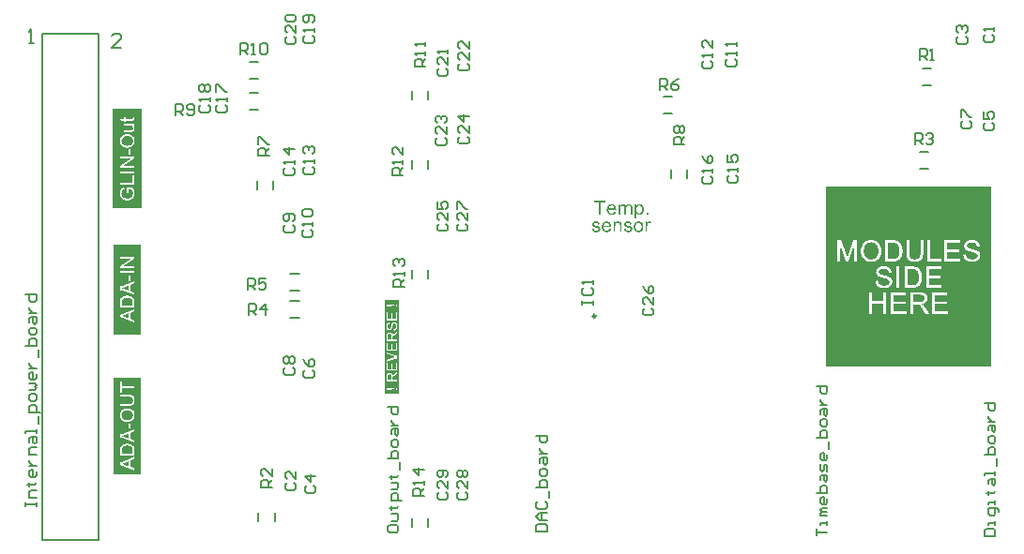
<source format=gto>
G04*
G04 #@! TF.GenerationSoftware,Altium Limited,Altium Designer,22.4.2 (48)*
G04*
G04 Layer_Color=65535*
%FSLAX25Y25*%
%MOIN*%
G70*
G04*
G04 #@! TF.SameCoordinates,CDC420FF-F511-4FEA-BDED-44E7EBAE7E28*
G04*
G04*
G04 #@! TF.FilePolarity,Positive*
G04*
G01*
G75*
%ADD10C,0.00984*%
%ADD11C,0.00787*%
%ADD12C,0.00800*%
G36*
X-231698Y-117367D02*
Y-151633D01*
X-241302D01*
Y-117367D01*
X-231698D01*
D02*
G37*
G36*
X70341Y-76202D02*
Y-85539D01*
Y-113500D01*
X11659D01*
Y-85539D01*
Y-76202D01*
Y-49500D01*
X70341D01*
Y-76202D01*
D02*
G37*
G36*
X-54516Y-55680D02*
X-54473D01*
X-54423Y-55685D01*
X-54374Y-55696D01*
X-54314Y-55707D01*
X-54183Y-55734D01*
X-54047Y-55778D01*
X-53905Y-55838D01*
X-53834Y-55876D01*
X-53768Y-55920D01*
X-53763D01*
X-53752Y-55931D01*
X-53736Y-55947D01*
X-53708Y-55963D01*
X-53643Y-56018D01*
X-53566Y-56094D01*
X-53479Y-56193D01*
X-53386Y-56307D01*
X-53304Y-56444D01*
X-53228Y-56597D01*
Y-56602D01*
X-53222Y-56619D01*
X-53211Y-56640D01*
X-53200Y-56673D01*
X-53184Y-56711D01*
X-53168Y-56761D01*
X-53151Y-56821D01*
X-53135Y-56881D01*
X-53118Y-56952D01*
X-53102Y-57023D01*
X-53069Y-57187D01*
X-53048Y-57367D01*
X-53042Y-57558D01*
Y-57563D01*
Y-57585D01*
Y-57612D01*
X-53048Y-57651D01*
Y-57700D01*
X-53053Y-57760D01*
X-53058Y-57825D01*
X-53069Y-57896D01*
X-53091Y-58049D01*
X-53129Y-58218D01*
X-53179Y-58393D01*
X-53244Y-58568D01*
Y-58573D01*
X-53255Y-58590D01*
X-53266Y-58612D01*
X-53282Y-58639D01*
X-53304Y-58677D01*
X-53326Y-58721D01*
X-53391Y-58819D01*
X-53473Y-58934D01*
X-53577Y-59048D01*
X-53692Y-59158D01*
X-53828Y-59256D01*
X-53834D01*
X-53845Y-59267D01*
X-53866Y-59278D01*
X-53894Y-59294D01*
X-53932Y-59310D01*
X-53970Y-59332D01*
X-54019Y-59349D01*
X-54074Y-59370D01*
X-54194Y-59414D01*
X-54331Y-59452D01*
X-54478Y-59480D01*
X-54554Y-59485D01*
X-54636Y-59491D01*
X-54691D01*
X-54746Y-59485D01*
X-54822Y-59474D01*
X-54909Y-59458D01*
X-55002Y-59436D01*
X-55101Y-59409D01*
X-55193Y-59365D01*
X-55204Y-59360D01*
X-55231Y-59343D01*
X-55281Y-59310D01*
X-55335Y-59272D01*
X-55401Y-59228D01*
X-55466Y-59168D01*
X-55532Y-59103D01*
X-55592Y-59032D01*
Y-60806D01*
X-56209D01*
Y-55756D01*
X-55647D01*
Y-56231D01*
X-55636Y-56226D01*
X-55614Y-56193D01*
X-55570Y-56138D01*
X-55515Y-56078D01*
X-55450Y-56013D01*
X-55374Y-55942D01*
X-55292Y-55876D01*
X-55199Y-55816D01*
X-55193D01*
X-55188Y-55810D01*
X-55155Y-55794D01*
X-55101Y-55772D01*
X-55029Y-55745D01*
X-54942Y-55718D01*
X-54838Y-55696D01*
X-54718Y-55680D01*
X-54593Y-55674D01*
X-54549D01*
X-54516Y-55680D01*
D02*
G37*
G36*
X-58169D02*
X-58120Y-55685D01*
X-58071Y-55690D01*
X-58011Y-55701D01*
X-57945Y-55712D01*
X-57814Y-55751D01*
X-57672Y-55805D01*
X-57607Y-55838D01*
X-57541Y-55876D01*
X-57476Y-55925D01*
X-57421Y-55980D01*
X-57415Y-55985D01*
X-57410Y-55996D01*
X-57394Y-56013D01*
X-57377Y-56034D01*
X-57350Y-56067D01*
X-57328Y-56105D01*
X-57301Y-56155D01*
X-57274Y-56209D01*
X-57246Y-56269D01*
X-57219Y-56335D01*
X-57192Y-56411D01*
X-57170Y-56493D01*
X-57153Y-56586D01*
X-57137Y-56684D01*
X-57132Y-56788D01*
X-57126Y-56902D01*
Y-59409D01*
X-57743D01*
Y-57110D01*
Y-57105D01*
Y-57094D01*
Y-57072D01*
Y-57050D01*
X-57749Y-56984D01*
Y-56902D01*
X-57759Y-56815D01*
X-57770Y-56728D01*
X-57781Y-56646D01*
X-57803Y-56575D01*
Y-56569D01*
X-57814Y-56548D01*
X-57831Y-56520D01*
X-57852Y-56482D01*
X-57885Y-56438D01*
X-57918Y-56395D01*
X-57967Y-56351D01*
X-58022Y-56313D01*
X-58027Y-56307D01*
X-58049Y-56296D01*
X-58082Y-56280D01*
X-58125Y-56258D01*
X-58180Y-56242D01*
X-58245Y-56226D01*
X-58316Y-56215D01*
X-58393Y-56209D01*
X-58431D01*
X-58458Y-56215D01*
X-58491D01*
X-58529Y-56220D01*
X-58617Y-56242D01*
X-58720Y-56269D01*
X-58830Y-56318D01*
X-58933Y-56378D01*
X-58988Y-56422D01*
X-59037Y-56466D01*
Y-56471D01*
X-59048Y-56477D01*
X-59059Y-56493D01*
X-59075Y-56515D01*
X-59097Y-56542D01*
X-59119Y-56575D01*
X-59141Y-56619D01*
X-59163Y-56662D01*
X-59190Y-56717D01*
X-59212Y-56777D01*
X-59234Y-56848D01*
X-59255Y-56919D01*
X-59272Y-57001D01*
X-59283Y-57094D01*
X-59288Y-57187D01*
X-59294Y-57290D01*
Y-59409D01*
X-59911D01*
Y-57039D01*
Y-57034D01*
Y-57023D01*
Y-57001D01*
Y-56968D01*
X-59916Y-56935D01*
Y-56897D01*
X-59927Y-56804D01*
X-59949Y-56706D01*
X-59976Y-56602D01*
X-60014Y-56504D01*
X-60064Y-56417D01*
X-60069Y-56406D01*
X-60091Y-56384D01*
X-60129Y-56351D01*
X-60178Y-56313D01*
X-60249Y-56275D01*
X-60331Y-56242D01*
X-60435Y-56220D01*
X-60555Y-56209D01*
X-60599D01*
X-60648Y-56215D01*
X-60713Y-56226D01*
X-60790Y-56242D01*
X-60872Y-56269D01*
X-60954Y-56302D01*
X-61041Y-56351D01*
X-61052Y-56357D01*
X-61079Y-56378D01*
X-61117Y-56406D01*
X-61161Y-56455D01*
X-61216Y-56509D01*
X-61270Y-56580D01*
X-61319Y-56662D01*
X-61363Y-56755D01*
Y-56761D01*
X-61369Y-56766D01*
X-61374Y-56782D01*
X-61379Y-56804D01*
X-61385Y-56832D01*
X-61396Y-56864D01*
X-61401Y-56902D01*
X-61412Y-56946D01*
X-61423Y-57001D01*
X-61429Y-57055D01*
X-61440Y-57116D01*
X-61445Y-57187D01*
X-61450Y-57257D01*
X-61456Y-57339D01*
X-61461Y-57421D01*
Y-57514D01*
Y-59409D01*
X-62078D01*
Y-55756D01*
X-61527D01*
Y-56264D01*
X-61516Y-56258D01*
X-61494Y-56226D01*
X-61456Y-56176D01*
X-61401Y-56116D01*
X-61336Y-56045D01*
X-61259Y-55974D01*
X-61172Y-55903D01*
X-61068Y-55838D01*
X-61063D01*
X-61057Y-55832D01*
X-61041Y-55822D01*
X-61019Y-55810D01*
X-60992Y-55800D01*
X-60959Y-55783D01*
X-60883Y-55756D01*
X-60784Y-55723D01*
X-60675Y-55701D01*
X-60549Y-55680D01*
X-60418Y-55674D01*
X-60353D01*
X-60315Y-55680D01*
X-60277Y-55685D01*
X-60184Y-55696D01*
X-60080Y-55718D01*
X-59971Y-55745D01*
X-59862Y-55789D01*
X-59758Y-55843D01*
X-59752D01*
X-59747Y-55849D01*
X-59714Y-55876D01*
X-59671Y-55914D01*
X-59610Y-55963D01*
X-59550Y-56034D01*
X-59490Y-56111D01*
X-59436Y-56204D01*
X-59387Y-56313D01*
X-59381Y-56307D01*
X-59365Y-56286D01*
X-59343Y-56253D01*
X-59305Y-56215D01*
X-59266Y-56165D01*
X-59212Y-56111D01*
X-59152Y-56051D01*
X-59081Y-55991D01*
X-59004Y-55936D01*
X-58917Y-55876D01*
X-58824Y-55822D01*
X-58726Y-55772D01*
X-58617Y-55734D01*
X-58502Y-55701D01*
X-58382Y-55680D01*
X-58256Y-55674D01*
X-58202D01*
X-58169Y-55680D01*
D02*
G37*
G36*
X-51415Y-59409D02*
X-52119D01*
Y-58704D01*
X-51415D01*
Y-59409D01*
D02*
G37*
G36*
X-66599Y-54964D02*
X-68259D01*
Y-59409D01*
X-68925D01*
Y-54964D01*
X-70585D01*
Y-54369D01*
X-66599D01*
Y-54964D01*
D02*
G37*
G36*
X-64421Y-55680D02*
X-64372D01*
X-64306Y-55690D01*
X-64235Y-55701D01*
X-64153Y-55718D01*
X-64066Y-55734D01*
X-63973Y-55761D01*
X-63880Y-55794D01*
X-63776Y-55838D01*
X-63678Y-55887D01*
X-63580Y-55942D01*
X-63482Y-56013D01*
X-63383Y-56089D01*
X-63296Y-56176D01*
X-63291Y-56182D01*
X-63274Y-56198D01*
X-63252Y-56226D01*
X-63225Y-56269D01*
X-63187Y-56318D01*
X-63148Y-56378D01*
X-63105Y-56455D01*
X-63061Y-56537D01*
X-63023Y-56630D01*
X-62979Y-56733D01*
X-62941Y-56848D01*
X-62903Y-56973D01*
X-62875Y-57110D01*
X-62854Y-57257D01*
X-62837Y-57410D01*
X-62832Y-57574D01*
Y-57585D01*
Y-57612D01*
Y-57667D01*
X-62837Y-57738D01*
X-65562D01*
Y-57743D01*
Y-57765D01*
X-65556Y-57798D01*
X-65551Y-57836D01*
X-65545Y-57891D01*
X-65535Y-57945D01*
X-65524Y-58011D01*
X-65507Y-58082D01*
X-65464Y-58229D01*
X-65403Y-58388D01*
X-65365Y-58459D01*
X-65327Y-58535D01*
X-65278Y-58601D01*
X-65223Y-58666D01*
X-65218Y-58672D01*
X-65207Y-58677D01*
X-65191Y-58693D01*
X-65169Y-58715D01*
X-65136Y-58737D01*
X-65103Y-58764D01*
X-65060Y-58797D01*
X-65010Y-58824D01*
X-64901Y-58885D01*
X-64770Y-58934D01*
X-64699Y-58956D01*
X-64623Y-58966D01*
X-64541Y-58977D01*
X-64459Y-58983D01*
X-64426D01*
X-64404Y-58977D01*
X-64339Y-58972D01*
X-64257Y-58961D01*
X-64170Y-58939D01*
X-64071Y-58906D01*
X-63973Y-58868D01*
X-63880Y-58808D01*
X-63875D01*
X-63869Y-58797D01*
X-63842Y-58775D01*
X-63798Y-58732D01*
X-63744Y-58666D01*
X-63684Y-58590D01*
X-63618Y-58486D01*
X-63552Y-58366D01*
X-63498Y-58229D01*
X-62854Y-58311D01*
Y-58317D01*
X-62859Y-58338D01*
X-62870Y-58366D01*
X-62886Y-58404D01*
X-62903Y-58453D01*
X-62925Y-58508D01*
X-62952Y-58568D01*
X-62979Y-58633D01*
X-63056Y-58770D01*
X-63154Y-58917D01*
X-63214Y-58988D01*
X-63274Y-59059D01*
X-63340Y-59125D01*
X-63416Y-59185D01*
X-63421Y-59190D01*
X-63432Y-59196D01*
X-63460Y-59212D01*
X-63487Y-59234D01*
X-63531Y-59256D01*
X-63580Y-59283D01*
X-63635Y-59310D01*
X-63700Y-59338D01*
X-63771Y-59365D01*
X-63853Y-59392D01*
X-63935Y-59420D01*
X-64028Y-59441D01*
X-64126Y-59463D01*
X-64230Y-59480D01*
X-64344Y-59485D01*
X-64459Y-59491D01*
X-64492D01*
X-64535Y-59485D01*
X-64590D01*
X-64661Y-59474D01*
X-64737Y-59463D01*
X-64825Y-59447D01*
X-64918Y-59430D01*
X-65016Y-59403D01*
X-65120Y-59370D01*
X-65229Y-59332D01*
X-65333Y-59283D01*
X-65442Y-59228D01*
X-65540Y-59163D01*
X-65638Y-59087D01*
X-65731Y-58999D01*
X-65737Y-58994D01*
X-65753Y-58977D01*
X-65775Y-58950D01*
X-65802Y-58906D01*
X-65840Y-58857D01*
X-65878Y-58797D01*
X-65922Y-58726D01*
X-65960Y-58644D01*
X-66004Y-58552D01*
X-66048Y-58448D01*
X-66086Y-58333D01*
X-66124Y-58207D01*
X-66151Y-58076D01*
X-66173Y-57934D01*
X-66190Y-57782D01*
X-66195Y-57618D01*
Y-57607D01*
Y-57580D01*
X-66190Y-57530D01*
Y-57465D01*
X-66179Y-57389D01*
X-66168Y-57301D01*
X-66157Y-57197D01*
X-66135Y-57094D01*
X-66113Y-56979D01*
X-66080Y-56864D01*
X-66042Y-56744D01*
X-65999Y-56624D01*
X-65944Y-56509D01*
X-65878Y-56395D01*
X-65807Y-56286D01*
X-65726Y-56187D01*
X-65720Y-56182D01*
X-65704Y-56165D01*
X-65676Y-56138D01*
X-65638Y-56105D01*
X-65595Y-56067D01*
X-65535Y-56024D01*
X-65469Y-55980D01*
X-65393Y-55931D01*
X-65311Y-55882D01*
X-65218Y-55838D01*
X-65114Y-55794D01*
X-65005Y-55756D01*
X-64885Y-55723D01*
X-64765Y-55696D01*
X-64628Y-55680D01*
X-64492Y-55674D01*
X-64459D01*
X-64421Y-55680D01*
D02*
G37*
G36*
X-62021Y-61820D02*
X-61988D01*
X-61906Y-61831D01*
X-61813Y-61842D01*
X-61710Y-61863D01*
X-61606Y-61896D01*
X-61502Y-61935D01*
X-61497D01*
X-61491Y-61940D01*
X-61459Y-61956D01*
X-61409Y-61984D01*
X-61344Y-62016D01*
X-61278Y-62066D01*
X-61207Y-62115D01*
X-61142Y-62175D01*
X-61087Y-62246D01*
X-61082Y-62257D01*
X-61066Y-62278D01*
X-61044Y-62322D01*
X-61011Y-62377D01*
X-60978Y-62442D01*
X-60951Y-62519D01*
X-60918Y-62606D01*
X-60896Y-62704D01*
Y-62710D01*
X-60891Y-62737D01*
X-60885Y-62781D01*
X-60874Y-62841D01*
X-60869Y-62923D01*
Y-62972D01*
X-60864Y-63026D01*
Y-63086D01*
X-60858Y-63157D01*
Y-63228D01*
Y-63305D01*
Y-65549D01*
X-61475D01*
Y-63327D01*
Y-63321D01*
Y-63310D01*
Y-63289D01*
Y-63267D01*
Y-63234D01*
X-61480Y-63196D01*
X-61486Y-63114D01*
X-61491Y-63021D01*
X-61508Y-62928D01*
X-61524Y-62841D01*
X-61551Y-62764D01*
X-61557Y-62753D01*
X-61568Y-62732D01*
X-61584Y-62699D01*
X-61611Y-62655D01*
X-61644Y-62606D01*
X-61688Y-62557D01*
X-61743Y-62508D01*
X-61808Y-62464D01*
X-61813Y-62459D01*
X-61841Y-62448D01*
X-61879Y-62426D01*
X-61928Y-62404D01*
X-61994Y-62388D01*
X-62065Y-62366D01*
X-62147Y-62355D01*
X-62239Y-62349D01*
X-62278D01*
X-62305Y-62355D01*
X-62338D01*
X-62381Y-62360D01*
X-62474Y-62382D01*
X-62578Y-62410D01*
X-62693Y-62453D01*
X-62807Y-62519D01*
X-62867Y-62557D01*
X-62922Y-62601D01*
X-62927Y-62606D01*
X-62933Y-62612D01*
X-62949Y-62628D01*
X-62966Y-62650D01*
X-62987Y-62682D01*
X-63009Y-62715D01*
X-63037Y-62759D01*
X-63064Y-62814D01*
X-63091Y-62874D01*
X-63118Y-62945D01*
X-63140Y-63021D01*
X-63162Y-63108D01*
X-63178Y-63207D01*
X-63195Y-63310D01*
X-63200Y-63431D01*
X-63206Y-63556D01*
Y-65549D01*
X-63823D01*
Y-61896D01*
X-63266D01*
Y-62420D01*
X-63260Y-62415D01*
X-63249Y-62393D01*
X-63222Y-62366D01*
X-63190Y-62328D01*
X-63151Y-62278D01*
X-63102Y-62229D01*
X-63042Y-62175D01*
X-62971Y-62115D01*
X-62895Y-62060D01*
X-62807Y-62006D01*
X-62714Y-61956D01*
X-62611Y-61907D01*
X-62496Y-61869D01*
X-62376Y-61842D01*
X-62245Y-61820D01*
X-62108Y-61814D01*
X-62054D01*
X-62021Y-61820D01*
D02*
G37*
G36*
X-51079D02*
X-51052D01*
X-51019Y-61825D01*
X-50937Y-61842D01*
X-50839Y-61863D01*
X-50735Y-61902D01*
X-50615Y-61951D01*
X-50495Y-62016D01*
X-50713Y-62590D01*
X-50724Y-62584D01*
X-50752Y-62568D01*
X-50795Y-62546D01*
X-50855Y-62519D01*
X-50921Y-62497D01*
X-50997Y-62475D01*
X-51079Y-62459D01*
X-51166Y-62453D01*
X-51199D01*
X-51237Y-62459D01*
X-51287Y-62470D01*
X-51347Y-62486D01*
X-51407Y-62508D01*
X-51467Y-62535D01*
X-51532Y-62579D01*
X-51538Y-62584D01*
X-51560Y-62601D01*
X-51587Y-62628D01*
X-51620Y-62666D01*
X-51658Y-62715D01*
X-51696Y-62770D01*
X-51729Y-62841D01*
X-51762Y-62917D01*
Y-62923D01*
X-51767Y-62934D01*
X-51773Y-62950D01*
X-51778Y-62972D01*
X-51784Y-63005D01*
X-51794Y-63043D01*
X-51811Y-63130D01*
X-51827Y-63239D01*
X-51844Y-63359D01*
X-51854Y-63496D01*
X-51860Y-63638D01*
Y-65549D01*
X-52477D01*
Y-61896D01*
X-51920D01*
Y-62448D01*
X-51909Y-62437D01*
X-51898Y-62415D01*
X-51882Y-62393D01*
X-51844Y-62322D01*
X-51789Y-62246D01*
X-51729Y-62158D01*
X-51663Y-62071D01*
X-51598Y-62000D01*
X-51560Y-61967D01*
X-51527Y-61940D01*
X-51516Y-61935D01*
X-51494Y-61918D01*
X-51456Y-61902D01*
X-51412Y-61874D01*
X-51352Y-61853D01*
X-51287Y-61836D01*
X-51210Y-61820D01*
X-51134Y-61814D01*
X-51101D01*
X-51079Y-61820D01*
D02*
G37*
G36*
X-58598D02*
X-58554D01*
X-58450Y-61831D01*
X-58336Y-61847D01*
X-58205Y-61869D01*
X-58079Y-61896D01*
X-57953Y-61940D01*
X-57948D01*
X-57937Y-61945D01*
X-57921Y-61951D01*
X-57899Y-61962D01*
X-57844Y-61989D01*
X-57768Y-62027D01*
X-57691Y-62076D01*
X-57615Y-62137D01*
X-57538Y-62202D01*
X-57473Y-62278D01*
X-57467Y-62289D01*
X-57446Y-62317D01*
X-57418Y-62366D01*
X-57385Y-62426D01*
X-57347Y-62508D01*
X-57314Y-62606D01*
X-57282Y-62715D01*
X-57254Y-62841D01*
X-57860Y-62923D01*
Y-62917D01*
Y-62912D01*
X-57871Y-62879D01*
X-57882Y-62824D01*
X-57904Y-62764D01*
X-57937Y-62693D01*
X-57981Y-62622D01*
X-58035Y-62551D01*
X-58101Y-62486D01*
X-58112Y-62480D01*
X-58139Y-62459D01*
X-58183Y-62431D01*
X-58243Y-62404D01*
X-58325Y-62371D01*
X-58423Y-62349D01*
X-58532Y-62328D01*
X-58663Y-62322D01*
X-58734D01*
X-58767Y-62328D01*
X-58805D01*
X-58898Y-62339D01*
X-58996Y-62355D01*
X-59100Y-62382D01*
X-59193Y-62415D01*
X-59231Y-62437D01*
X-59269Y-62464D01*
X-59275Y-62470D01*
X-59297Y-62491D01*
X-59324Y-62519D01*
X-59356Y-62557D01*
X-59395Y-62606D01*
X-59422Y-62666D01*
X-59444Y-62726D01*
X-59449Y-62797D01*
Y-62803D01*
Y-62819D01*
X-59444Y-62841D01*
X-59438Y-62868D01*
X-59417Y-62939D01*
X-59400Y-62977D01*
X-59378Y-63016D01*
X-59373Y-63021D01*
X-59362Y-63032D01*
X-59346Y-63048D01*
X-59318Y-63070D01*
X-59286Y-63098D01*
X-59242Y-63125D01*
X-59193Y-63152D01*
X-59138Y-63179D01*
X-59133D01*
X-59116Y-63185D01*
X-59083Y-63196D01*
X-59034Y-63212D01*
X-59002Y-63223D01*
X-58963Y-63234D01*
X-58920Y-63245D01*
X-58871Y-63261D01*
X-58811Y-63278D01*
X-58745Y-63294D01*
X-58674Y-63316D01*
X-58592Y-63338D01*
X-58587D01*
X-58565Y-63343D01*
X-58532Y-63354D01*
X-58483Y-63365D01*
X-58434Y-63381D01*
X-58374Y-63398D01*
X-58303Y-63420D01*
X-58232Y-63441D01*
X-58079Y-63485D01*
X-57932Y-63534D01*
X-57860Y-63556D01*
X-57795Y-63583D01*
X-57735Y-63605D01*
X-57680Y-63627D01*
X-57675D01*
X-57669Y-63633D01*
X-57637Y-63649D01*
X-57587Y-63671D01*
X-57533Y-63709D01*
X-57467Y-63753D01*
X-57396Y-63807D01*
X-57331Y-63873D01*
X-57271Y-63949D01*
X-57265Y-63960D01*
X-57249Y-63987D01*
X-57222Y-64031D01*
X-57194Y-64097D01*
X-57167Y-64173D01*
X-57140Y-64260D01*
X-57123Y-64364D01*
X-57118Y-64479D01*
Y-64484D01*
Y-64495D01*
Y-64512D01*
Y-64533D01*
X-57129Y-64593D01*
X-57140Y-64670D01*
X-57162Y-64757D01*
X-57194Y-64856D01*
X-57244Y-64959D01*
X-57304Y-65063D01*
Y-65069D01*
X-57314Y-65074D01*
X-57336Y-65107D01*
X-57380Y-65156D01*
X-57435Y-65216D01*
X-57511Y-65287D01*
X-57598Y-65358D01*
X-57702Y-65423D01*
X-57822Y-65483D01*
X-57828D01*
X-57839Y-65489D01*
X-57855Y-65494D01*
X-57882Y-65505D01*
X-57915Y-65516D01*
X-57953Y-65533D01*
X-57997Y-65544D01*
X-58046Y-65554D01*
X-58161Y-65582D01*
X-58292Y-65609D01*
X-58434Y-65625D01*
X-58592Y-65631D01*
X-58663D01*
X-58712Y-65625D01*
X-58767Y-65620D01*
X-58838Y-65614D01*
X-58914Y-65609D01*
X-58996Y-65593D01*
X-59171Y-65560D01*
X-59356Y-65511D01*
X-59444Y-65478D01*
X-59531Y-65434D01*
X-59608Y-65391D01*
X-59684Y-65342D01*
X-59690Y-65336D01*
X-59701Y-65325D01*
X-59717Y-65309D01*
X-59744Y-65287D01*
X-59772Y-65254D01*
X-59804Y-65216D01*
X-59842Y-65172D01*
X-59881Y-65123D01*
X-59924Y-65063D01*
X-59963Y-64998D01*
X-60001Y-64927D01*
X-60039Y-64845D01*
X-60072Y-64763D01*
X-60105Y-64670D01*
X-60132Y-64566D01*
X-60154Y-64463D01*
X-59542Y-64364D01*
Y-64370D01*
X-59537Y-64381D01*
Y-64397D01*
X-59531Y-64424D01*
X-59526Y-64457D01*
X-59515Y-64490D01*
X-59488Y-64572D01*
X-59449Y-64665D01*
X-59400Y-64763D01*
X-59340Y-64850D01*
X-59258Y-64932D01*
X-59253D01*
X-59247Y-64938D01*
X-59215Y-64959D01*
X-59160Y-64992D01*
X-59083Y-65025D01*
X-58991Y-65063D01*
X-58876Y-65090D01*
X-58745Y-65112D01*
X-58598Y-65123D01*
X-58554D01*
X-58527Y-65118D01*
X-58488D01*
X-58450Y-65112D01*
X-58357Y-65101D01*
X-58254Y-65079D01*
X-58144Y-65052D01*
X-58046Y-65008D01*
X-57959Y-64954D01*
X-57948Y-64948D01*
X-57926Y-64921D01*
X-57893Y-64888D01*
X-57855Y-64839D01*
X-57817Y-64779D01*
X-57784Y-64708D01*
X-57762Y-64632D01*
X-57751Y-64544D01*
Y-64533D01*
Y-64512D01*
X-57762Y-64468D01*
X-57773Y-64424D01*
X-57795Y-64370D01*
X-57828Y-64315D01*
X-57877Y-64260D01*
X-57937Y-64211D01*
X-57942Y-64206D01*
X-57964Y-64195D01*
X-58003Y-64179D01*
X-58030Y-64168D01*
X-58062Y-64157D01*
X-58106Y-64140D01*
X-58150Y-64124D01*
X-58199Y-64108D01*
X-58259Y-64091D01*
X-58325Y-64069D01*
X-58401Y-64047D01*
X-58483Y-64026D01*
X-58570Y-64004D01*
X-58576D01*
X-58598Y-63998D01*
X-58636Y-63987D01*
X-58679Y-63977D01*
X-58734Y-63960D01*
X-58800Y-63944D01*
X-58871Y-63922D01*
X-58947Y-63900D01*
X-59100Y-63851D01*
X-59258Y-63802D01*
X-59335Y-63780D01*
X-59400Y-63753D01*
X-59466Y-63725D01*
X-59520Y-63704D01*
X-59526D01*
X-59531Y-63698D01*
X-59564Y-63682D01*
X-59608Y-63654D01*
X-59668Y-63611D01*
X-59733Y-63562D01*
X-59799Y-63507D01*
X-59864Y-63436D01*
X-59919Y-63359D01*
X-59924Y-63349D01*
X-59941Y-63321D01*
X-59963Y-63272D01*
X-59984Y-63212D01*
X-60006Y-63141D01*
X-60028Y-63059D01*
X-60044Y-62966D01*
X-60050Y-62868D01*
Y-62863D01*
Y-62857D01*
Y-62824D01*
X-60044Y-62781D01*
X-60034Y-62721D01*
X-60023Y-62650D01*
X-60006Y-62573D01*
X-59979Y-62491D01*
X-59941Y-62415D01*
X-59935Y-62404D01*
X-59919Y-62382D01*
X-59897Y-62344D01*
X-59859Y-62295D01*
X-59821Y-62240D01*
X-59766Y-62180D01*
X-59706Y-62126D01*
X-59635Y-62071D01*
X-59629Y-62066D01*
X-59608Y-62055D01*
X-59575Y-62033D01*
X-59531Y-62011D01*
X-59477Y-61984D01*
X-59411Y-61951D01*
X-59329Y-61918D01*
X-59242Y-61891D01*
X-59236D01*
X-59231Y-61885D01*
X-59198Y-61880D01*
X-59149Y-61869D01*
X-59078Y-61853D01*
X-59002Y-61836D01*
X-58909Y-61825D01*
X-58811Y-61820D01*
X-58707Y-61814D01*
X-58636D01*
X-58598Y-61820D01*
D02*
G37*
G36*
X-69949D02*
X-69905D01*
X-69801Y-61831D01*
X-69687Y-61847D01*
X-69556Y-61869D01*
X-69430Y-61896D01*
X-69305Y-61940D01*
X-69299D01*
X-69288Y-61945D01*
X-69272Y-61951D01*
X-69250Y-61962D01*
X-69195Y-61989D01*
X-69119Y-62027D01*
X-69043Y-62076D01*
X-68966Y-62137D01*
X-68890Y-62202D01*
X-68824Y-62278D01*
X-68819Y-62289D01*
X-68797Y-62317D01*
X-68770Y-62366D01*
X-68737Y-62426D01*
X-68699Y-62508D01*
X-68666Y-62606D01*
X-68633Y-62715D01*
X-68606Y-62841D01*
X-69212Y-62923D01*
Y-62917D01*
Y-62912D01*
X-69223Y-62879D01*
X-69234Y-62824D01*
X-69256Y-62764D01*
X-69288Y-62693D01*
X-69332Y-62622D01*
X-69387Y-62551D01*
X-69452Y-62486D01*
X-69463Y-62480D01*
X-69490Y-62459D01*
X-69534Y-62431D01*
X-69594Y-62404D01*
X-69676Y-62371D01*
X-69774Y-62349D01*
X-69883Y-62328D01*
X-70015Y-62322D01*
X-70085D01*
X-70118Y-62328D01*
X-70156D01*
X-70249Y-62339D01*
X-70347Y-62355D01*
X-70451Y-62382D01*
X-70544Y-62415D01*
X-70582Y-62437D01*
X-70621Y-62464D01*
X-70626Y-62470D01*
X-70648Y-62491D01*
X-70675Y-62519D01*
X-70708Y-62557D01*
X-70746Y-62606D01*
X-70773Y-62666D01*
X-70795Y-62726D01*
X-70801Y-62797D01*
Y-62803D01*
Y-62819D01*
X-70795Y-62841D01*
X-70790Y-62868D01*
X-70768Y-62939D01*
X-70752Y-62977D01*
X-70730Y-63016D01*
X-70724Y-63021D01*
X-70713Y-63032D01*
X-70697Y-63048D01*
X-70670Y-63070D01*
X-70637Y-63098D01*
X-70593Y-63125D01*
X-70544Y-63152D01*
X-70490Y-63179D01*
X-70484D01*
X-70468Y-63185D01*
X-70435Y-63196D01*
X-70386Y-63212D01*
X-70353Y-63223D01*
X-70315Y-63234D01*
X-70271Y-63245D01*
X-70222Y-63261D01*
X-70162Y-63278D01*
X-70096Y-63294D01*
X-70025Y-63316D01*
X-69943Y-63338D01*
X-69938D01*
X-69916Y-63343D01*
X-69883Y-63354D01*
X-69834Y-63365D01*
X-69785Y-63381D01*
X-69725Y-63398D01*
X-69654Y-63420D01*
X-69583Y-63441D01*
X-69430Y-63485D01*
X-69283Y-63534D01*
X-69212Y-63556D01*
X-69146Y-63583D01*
X-69086Y-63605D01*
X-69032Y-63627D01*
X-69026D01*
X-69021Y-63633D01*
X-68988Y-63649D01*
X-68939Y-63671D01*
X-68884Y-63709D01*
X-68819Y-63753D01*
X-68748Y-63807D01*
X-68682Y-63873D01*
X-68622Y-63949D01*
X-68617Y-63960D01*
X-68600Y-63987D01*
X-68573Y-64031D01*
X-68546Y-64097D01*
X-68518Y-64173D01*
X-68491Y-64260D01*
X-68475Y-64364D01*
X-68469Y-64479D01*
Y-64484D01*
Y-64495D01*
Y-64512D01*
Y-64533D01*
X-68480Y-64593D01*
X-68491Y-64670D01*
X-68513Y-64757D01*
X-68546Y-64856D01*
X-68595Y-64959D01*
X-68655Y-65063D01*
Y-65069D01*
X-68666Y-65074D01*
X-68688Y-65107D01*
X-68731Y-65156D01*
X-68786Y-65216D01*
X-68862Y-65287D01*
X-68950Y-65358D01*
X-69054Y-65423D01*
X-69174Y-65483D01*
X-69179D01*
X-69190Y-65489D01*
X-69206Y-65494D01*
X-69234Y-65505D01*
X-69266Y-65516D01*
X-69305Y-65533D01*
X-69348Y-65544D01*
X-69397Y-65554D01*
X-69512Y-65582D01*
X-69643Y-65609D01*
X-69785Y-65625D01*
X-69943Y-65631D01*
X-70015D01*
X-70064Y-65625D01*
X-70118Y-65620D01*
X-70189Y-65614D01*
X-70266Y-65609D01*
X-70347Y-65593D01*
X-70522Y-65560D01*
X-70708Y-65511D01*
X-70795Y-65478D01*
X-70883Y-65434D01*
X-70959Y-65391D01*
X-71035Y-65342D01*
X-71041Y-65336D01*
X-71052Y-65325D01*
X-71068Y-65309D01*
X-71096Y-65287D01*
X-71123Y-65254D01*
X-71156Y-65216D01*
X-71194Y-65172D01*
X-71232Y-65123D01*
X-71276Y-65063D01*
X-71314Y-64998D01*
X-71352Y-64927D01*
X-71390Y-64845D01*
X-71423Y-64763D01*
X-71456Y-64670D01*
X-71483Y-64566D01*
X-71505Y-64463D01*
X-70894Y-64364D01*
Y-64370D01*
X-70888Y-64381D01*
Y-64397D01*
X-70883Y-64424D01*
X-70877Y-64457D01*
X-70866Y-64490D01*
X-70839Y-64572D01*
X-70801Y-64665D01*
X-70752Y-64763D01*
X-70692Y-64850D01*
X-70610Y-64932D01*
X-70604D01*
X-70599Y-64938D01*
X-70566Y-64959D01*
X-70511Y-64992D01*
X-70435Y-65025D01*
X-70342Y-65063D01*
X-70227Y-65090D01*
X-70096Y-65112D01*
X-69949Y-65123D01*
X-69905D01*
X-69878Y-65118D01*
X-69840D01*
X-69801Y-65112D01*
X-69709Y-65101D01*
X-69605Y-65079D01*
X-69496Y-65052D01*
X-69397Y-65008D01*
X-69310Y-64954D01*
X-69299Y-64948D01*
X-69277Y-64921D01*
X-69245Y-64888D01*
X-69206Y-64839D01*
X-69168Y-64779D01*
X-69135Y-64708D01*
X-69114Y-64632D01*
X-69103Y-64544D01*
Y-64533D01*
Y-64512D01*
X-69114Y-64468D01*
X-69125Y-64424D01*
X-69146Y-64370D01*
X-69179Y-64315D01*
X-69228Y-64260D01*
X-69288Y-64211D01*
X-69294Y-64206D01*
X-69316Y-64195D01*
X-69354Y-64179D01*
X-69381Y-64168D01*
X-69414Y-64157D01*
X-69458Y-64140D01*
X-69501Y-64124D01*
X-69550Y-64108D01*
X-69610Y-64091D01*
X-69676Y-64069D01*
X-69752Y-64047D01*
X-69834Y-64026D01*
X-69922Y-64004D01*
X-69927D01*
X-69949Y-63998D01*
X-69987Y-63987D01*
X-70031Y-63977D01*
X-70085Y-63960D01*
X-70151Y-63944D01*
X-70222Y-63922D01*
X-70298Y-63900D01*
X-70451Y-63851D01*
X-70610Y-63802D01*
X-70686Y-63780D01*
X-70752Y-63753D01*
X-70817Y-63725D01*
X-70872Y-63704D01*
X-70877D01*
X-70883Y-63698D01*
X-70915Y-63682D01*
X-70959Y-63654D01*
X-71019Y-63611D01*
X-71085Y-63562D01*
X-71150Y-63507D01*
X-71216Y-63436D01*
X-71270Y-63359D01*
X-71276Y-63349D01*
X-71292Y-63321D01*
X-71314Y-63272D01*
X-71336Y-63212D01*
X-71358Y-63141D01*
X-71380Y-63059D01*
X-71396Y-62966D01*
X-71401Y-62868D01*
Y-62863D01*
Y-62857D01*
Y-62824D01*
X-71396Y-62781D01*
X-71385Y-62721D01*
X-71374Y-62650D01*
X-71358Y-62573D01*
X-71330Y-62491D01*
X-71292Y-62415D01*
X-71287Y-62404D01*
X-71270Y-62382D01*
X-71248Y-62344D01*
X-71210Y-62295D01*
X-71172Y-62240D01*
X-71117Y-62180D01*
X-71057Y-62126D01*
X-70986Y-62071D01*
X-70981Y-62066D01*
X-70959Y-62055D01*
X-70926Y-62033D01*
X-70883Y-62011D01*
X-70828Y-61984D01*
X-70762Y-61951D01*
X-70681Y-61918D01*
X-70593Y-61891D01*
X-70588D01*
X-70582Y-61885D01*
X-70549Y-61880D01*
X-70500Y-61869D01*
X-70429Y-61853D01*
X-70353Y-61836D01*
X-70260Y-61825D01*
X-70162Y-61820D01*
X-70058Y-61814D01*
X-69987D01*
X-69949Y-61820D01*
D02*
G37*
G36*
X-54836D02*
X-54781D01*
X-54716Y-61831D01*
X-54645Y-61842D01*
X-54563Y-61858D01*
X-54470Y-61874D01*
X-54377Y-61902D01*
X-54273Y-61935D01*
X-54175Y-61978D01*
X-54071Y-62022D01*
X-53967Y-62082D01*
X-53869Y-62147D01*
X-53771Y-62224D01*
X-53678Y-62311D01*
X-53673Y-62317D01*
X-53656Y-62333D01*
X-53635Y-62360D01*
X-53602Y-62404D01*
X-53569Y-62453D01*
X-53525Y-62513D01*
X-53482Y-62584D01*
X-53438Y-62666D01*
X-53394Y-62759D01*
X-53351Y-62863D01*
X-53307Y-62972D01*
X-53274Y-63092D01*
X-53241Y-63223D01*
X-53219Y-63365D01*
X-53203Y-63518D01*
X-53198Y-63676D01*
Y-63682D01*
Y-63709D01*
Y-63742D01*
X-53203Y-63791D01*
Y-63851D01*
X-53209Y-63922D01*
X-53214Y-63998D01*
X-53225Y-64080D01*
X-53247Y-64255D01*
X-53285Y-64441D01*
X-53340Y-64621D01*
X-53372Y-64703D01*
X-53411Y-64785D01*
Y-64790D01*
X-53421Y-64801D01*
X-53432Y-64823D01*
X-53449Y-64850D01*
X-53471Y-64883D01*
X-53498Y-64927D01*
X-53569Y-65014D01*
X-53656Y-65118D01*
X-53760Y-65221D01*
X-53886Y-65320D01*
X-54028Y-65412D01*
X-54033D01*
X-54044Y-65423D01*
X-54066Y-65434D01*
X-54099Y-65445D01*
X-54137Y-65462D01*
X-54181Y-65483D01*
X-54230Y-65500D01*
X-54290Y-65522D01*
X-54350Y-65544D01*
X-54421Y-65560D01*
X-54568Y-65598D01*
X-54732Y-65620D01*
X-54907Y-65631D01*
X-54939D01*
X-54978Y-65625D01*
X-55032D01*
X-55098Y-65614D01*
X-55174Y-65604D01*
X-55256Y-65587D01*
X-55349Y-65571D01*
X-55447Y-65544D01*
X-55546Y-65511D01*
X-55649Y-65473D01*
X-55753Y-65423D01*
X-55857Y-65369D01*
X-55955Y-65303D01*
X-56053Y-65227D01*
X-56146Y-65140D01*
X-56151Y-65134D01*
X-56168Y-65118D01*
X-56190Y-65090D01*
X-56217Y-65047D01*
X-56255Y-64998D01*
X-56293Y-64938D01*
X-56337Y-64861D01*
X-56381Y-64779D01*
X-56424Y-64681D01*
X-56468Y-64577D01*
X-56506Y-64463D01*
X-56545Y-64337D01*
X-56572Y-64200D01*
X-56594Y-64053D01*
X-56610Y-63895D01*
X-56616Y-63725D01*
Y-63720D01*
Y-63714D01*
Y-63682D01*
X-56610Y-63627D01*
X-56605Y-63562D01*
X-56599Y-63474D01*
X-56588Y-63376D01*
X-56567Y-63272D01*
X-56545Y-63157D01*
X-56517Y-63037D01*
X-56479Y-62912D01*
X-56430Y-62786D01*
X-56381Y-62661D01*
X-56315Y-62541D01*
X-56239Y-62426D01*
X-56151Y-62322D01*
X-56053Y-62224D01*
X-56048Y-62218D01*
X-56031Y-62208D01*
X-56004Y-62186D01*
X-55971Y-62158D01*
X-55922Y-62131D01*
X-55868Y-62093D01*
X-55808Y-62055D01*
X-55731Y-62016D01*
X-55655Y-61978D01*
X-55567Y-61945D01*
X-55475Y-61907D01*
X-55371Y-61880D01*
X-55261Y-61853D01*
X-55152Y-61831D01*
X-55032Y-61820D01*
X-54907Y-61814D01*
X-54874D01*
X-54836Y-61820D01*
D02*
G37*
G36*
X-66171D02*
X-66122D01*
X-66056Y-61831D01*
X-65985Y-61842D01*
X-65903Y-61858D01*
X-65816Y-61874D01*
X-65723Y-61902D01*
X-65630Y-61935D01*
X-65526Y-61978D01*
X-65428Y-62027D01*
X-65330Y-62082D01*
X-65232Y-62153D01*
X-65133Y-62229D01*
X-65046Y-62317D01*
X-65040Y-62322D01*
X-65024Y-62339D01*
X-65002Y-62366D01*
X-64975Y-62410D01*
X-64937Y-62459D01*
X-64898Y-62519D01*
X-64855Y-62595D01*
X-64811Y-62677D01*
X-64773Y-62770D01*
X-64729Y-62874D01*
X-64691Y-62988D01*
X-64653Y-63114D01*
X-64625Y-63250D01*
X-64604Y-63398D01*
X-64587Y-63551D01*
X-64582Y-63714D01*
Y-63725D01*
Y-63753D01*
Y-63807D01*
X-64587Y-63878D01*
X-67312D01*
Y-63884D01*
Y-63906D01*
X-67306Y-63938D01*
X-67301Y-63977D01*
X-67295Y-64031D01*
X-67285Y-64086D01*
X-67273Y-64151D01*
X-67257Y-64222D01*
X-67213Y-64370D01*
X-67153Y-64528D01*
X-67115Y-64599D01*
X-67077Y-64675D01*
X-67028Y-64741D01*
X-66973Y-64806D01*
X-66968Y-64812D01*
X-66957Y-64817D01*
X-66940Y-64834D01*
X-66919Y-64856D01*
X-66886Y-64877D01*
X-66853Y-64905D01*
X-66809Y-64938D01*
X-66760Y-64965D01*
X-66651Y-65025D01*
X-66520Y-65074D01*
X-66449Y-65096D01*
X-66373Y-65107D01*
X-66291Y-65118D01*
X-66209Y-65123D01*
X-66176D01*
X-66154Y-65118D01*
X-66089Y-65112D01*
X-66007Y-65101D01*
X-65920Y-65079D01*
X-65821Y-65047D01*
X-65723Y-65008D01*
X-65630Y-64948D01*
X-65625D01*
X-65619Y-64938D01*
X-65592Y-64916D01*
X-65548Y-64872D01*
X-65494Y-64806D01*
X-65434Y-64730D01*
X-65368Y-64626D01*
X-65302Y-64506D01*
X-65248Y-64370D01*
X-64604Y-64451D01*
Y-64457D01*
X-64609Y-64479D01*
X-64620Y-64506D01*
X-64636Y-64544D01*
X-64653Y-64593D01*
X-64675Y-64648D01*
X-64702Y-64708D01*
X-64729Y-64774D01*
X-64806Y-64910D01*
X-64904Y-65058D01*
X-64964Y-65129D01*
X-65024Y-65200D01*
X-65089Y-65265D01*
X-65166Y-65325D01*
X-65171Y-65331D01*
X-65182Y-65336D01*
X-65210Y-65352D01*
X-65237Y-65374D01*
X-65281Y-65396D01*
X-65330Y-65423D01*
X-65384Y-65451D01*
X-65450Y-65478D01*
X-65521Y-65505D01*
X-65603Y-65533D01*
X-65685Y-65560D01*
X-65777Y-65582D01*
X-65876Y-65604D01*
X-65979Y-65620D01*
X-66094Y-65625D01*
X-66209Y-65631D01*
X-66242D01*
X-66285Y-65625D01*
X-66340D01*
X-66411Y-65614D01*
X-66487Y-65604D01*
X-66575Y-65587D01*
X-66667Y-65571D01*
X-66766Y-65544D01*
X-66869Y-65511D01*
X-66979Y-65473D01*
X-67082Y-65423D01*
X-67192Y-65369D01*
X-67290Y-65303D01*
X-67388Y-65227D01*
X-67481Y-65140D01*
X-67487Y-65134D01*
X-67503Y-65118D01*
X-67525Y-65090D01*
X-67552Y-65047D01*
X-67590Y-64998D01*
X-67628Y-64938D01*
X-67672Y-64867D01*
X-67710Y-64785D01*
X-67754Y-64692D01*
X-67798Y-64588D01*
X-67836Y-64473D01*
X-67874Y-64348D01*
X-67901Y-64217D01*
X-67923Y-64075D01*
X-67940Y-63922D01*
X-67945Y-63758D01*
Y-63747D01*
Y-63720D01*
X-67940Y-63671D01*
Y-63605D01*
X-67929Y-63529D01*
X-67918Y-63441D01*
X-67907Y-63338D01*
X-67885Y-63234D01*
X-67863Y-63119D01*
X-67830Y-63005D01*
X-67792Y-62884D01*
X-67749Y-62764D01*
X-67694Y-62650D01*
X-67628Y-62535D01*
X-67558Y-62426D01*
X-67476Y-62328D01*
X-67470Y-62322D01*
X-67454Y-62306D01*
X-67426Y-62278D01*
X-67388Y-62246D01*
X-67344Y-62208D01*
X-67285Y-62164D01*
X-67219Y-62120D01*
X-67142Y-62071D01*
X-67061Y-62022D01*
X-66968Y-61978D01*
X-66864Y-61935D01*
X-66755Y-61896D01*
X-66635Y-61863D01*
X-66515Y-61836D01*
X-66378Y-61820D01*
X-66242Y-61814D01*
X-66209D01*
X-66171Y-61820D01*
D02*
G37*
G36*
X-140022Y-123140D02*
X-144978D01*
Y-89860D01*
X-140022D01*
Y-123140D01*
D02*
G37*
G36*
X-231349Y-57210D02*
X-241651D01*
Y-21790D01*
X-231349D01*
Y-57210D01*
D02*
G37*
G36*
X-231698Y-101920D02*
X-241302D01*
Y-70080D01*
X-231698D01*
Y-101920D01*
D02*
G37*
%LPC*%
G36*
X-233978Y-118734D02*
Y-120394D01*
X-238422D01*
Y-118734D01*
X-233978D01*
X-239017D01*
Y-122720D01*
X-238422D01*
Y-121060D01*
X-233978D01*
Y-118734D01*
D02*
G37*
G36*
X-233896Y-123452D02*
X-239017D01*
Y-124118D01*
X-236107D01*
X-235938Y-124123D01*
X-235779Y-124129D01*
X-235637Y-124145D01*
X-235506Y-124167D01*
X-235392Y-124189D01*
X-235288Y-124216D01*
X-235195Y-124249D01*
X-235113Y-124276D01*
X-235042Y-124303D01*
X-234982Y-124336D01*
X-234933Y-124364D01*
X-234895Y-124385D01*
X-234868Y-124407D01*
X-234846Y-124418D01*
X-234835Y-124429D01*
X-234829Y-124434D01*
X-234769Y-124500D01*
X-234720Y-124571D01*
X-234676Y-124647D01*
X-234638Y-124729D01*
X-234605Y-124817D01*
X-234578Y-124904D01*
X-234540Y-125073D01*
X-234524Y-125155D01*
X-234513Y-125232D01*
X-234507Y-125303D01*
X-234502Y-125363D01*
X-234496Y-125412D01*
Y-125483D01*
X-234502Y-125636D01*
X-234524Y-125778D01*
X-234551Y-125903D01*
X-234578Y-126012D01*
X-234594Y-126056D01*
X-234611Y-126094D01*
X-234622Y-126133D01*
X-234633Y-126160D01*
X-234644Y-126182D01*
X-234654Y-126198D01*
X-234660Y-126209D01*
Y-126215D01*
X-234731Y-126318D01*
X-234807Y-126406D01*
X-234884Y-126477D01*
X-234966Y-126531D01*
X-235031Y-126575D01*
X-235091Y-126608D01*
X-235113Y-126619D01*
X-235129Y-126624D01*
X-235135Y-126629D01*
X-235140D01*
X-235201Y-126651D01*
X-235272Y-126668D01*
X-235424Y-126700D01*
X-235583Y-126722D01*
X-235741Y-126733D01*
X-235812Y-126739D01*
X-235883Y-126744D01*
X-235943D01*
X-235998Y-126750D01*
X-236047D01*
X-236080D01*
X-236101D01*
X-236107D01*
X-239017D01*
Y-127416D01*
X-233896D01*
X-235960D01*
X-235823Y-127405D01*
X-235692Y-127399D01*
X-235572Y-127383D01*
X-235457Y-127372D01*
X-235353Y-127356D01*
X-235261Y-127339D01*
X-235173Y-127317D01*
X-235097Y-127301D01*
X-235031Y-127285D01*
X-234971Y-127268D01*
X-234928Y-127252D01*
X-234889Y-127241D01*
X-234862Y-127230D01*
X-234846Y-127225D01*
X-234840D01*
X-234758Y-127186D01*
X-234676Y-127143D01*
X-234534Y-127044D01*
X-234414Y-126941D01*
X-234316Y-126831D01*
X-234272Y-126782D01*
X-234240Y-126739D01*
X-234207Y-126695D01*
X-234179Y-126657D01*
X-234163Y-126629D01*
X-234147Y-126608D01*
X-234141Y-126591D01*
X-234136Y-126586D01*
X-234092Y-126498D01*
X-234059Y-126406D01*
X-233999Y-126215D01*
X-233956Y-126018D01*
X-233928Y-125832D01*
X-233917Y-125750D01*
X-233907Y-125669D01*
X-233901Y-125603D01*
Y-125543D01*
X-233896Y-125494D01*
Y-125423D01*
X-233901Y-125292D01*
X-233907Y-125166D01*
X-233923Y-125046D01*
X-233939Y-124931D01*
X-233961Y-124828D01*
X-233983Y-124729D01*
X-234010Y-124642D01*
X-234037Y-124565D01*
X-234059Y-124489D01*
X-234087Y-124429D01*
X-234108Y-124374D01*
X-234130Y-124331D01*
X-234147Y-124293D01*
X-234163Y-124271D01*
X-234169Y-124254D01*
X-234174Y-124249D01*
X-234229Y-124167D01*
X-234283Y-124091D01*
X-234343Y-124025D01*
X-234403Y-123960D01*
X-234463Y-123905D01*
X-234529Y-123850D01*
X-234583Y-123807D01*
X-234644Y-123768D01*
X-234742Y-123703D01*
X-234786Y-123681D01*
X-234824Y-123659D01*
X-234857Y-123643D01*
X-234878Y-123632D01*
X-234895Y-123626D01*
X-234900D01*
X-234988Y-123594D01*
X-235080Y-123566D01*
X-235277Y-123523D01*
X-235479Y-123495D01*
X-235670Y-123474D01*
X-235763Y-123468D01*
X-235845Y-123463D01*
X-235916Y-123457D01*
X-235981Y-123452D01*
X-233896D01*
D02*
G37*
G36*
Y-128284D02*
D01*
Y-130697D01*
X-233901Y-130577D01*
X-233907Y-130457D01*
X-233945Y-130227D01*
X-233967Y-130124D01*
X-233994Y-130020D01*
X-234021Y-129927D01*
X-234049Y-129840D01*
X-234076Y-129758D01*
X-234103Y-129687D01*
X-234130Y-129627D01*
X-234152Y-129572D01*
X-234174Y-129529D01*
X-234190Y-129501D01*
X-234196Y-129480D01*
X-234201Y-129474D01*
X-234261Y-129370D01*
X-234332Y-129272D01*
X-234403Y-129179D01*
X-234474Y-129097D01*
X-234551Y-129021D01*
X-234627Y-128945D01*
X-234704Y-128879D01*
X-234775Y-128819D01*
X-234846Y-128770D01*
X-234911Y-128721D01*
X-234971Y-128682D01*
X-235020Y-128650D01*
X-235059Y-128628D01*
X-235091Y-128611D01*
X-235113Y-128601D01*
X-235119Y-128595D01*
X-235233Y-128540D01*
X-235353Y-128491D01*
X-235468Y-128453D01*
X-235588Y-128415D01*
X-235703Y-128382D01*
X-235818Y-128360D01*
X-235927Y-128338D01*
X-236030Y-128322D01*
X-236129Y-128311D01*
X-236216Y-128300D01*
X-236293Y-128295D01*
X-236358Y-128289D01*
X-236413Y-128284D01*
X-236489D01*
X-236631Y-128289D01*
X-236762Y-128295D01*
X-236893Y-128311D01*
X-237019Y-128328D01*
X-237133Y-128349D01*
X-237248Y-128377D01*
X-237352Y-128404D01*
X-237445Y-128431D01*
X-237532Y-128458D01*
X-237608Y-128486D01*
X-237679Y-128508D01*
X-237734Y-128535D01*
X-237778Y-128551D01*
X-237810Y-128568D01*
X-237832Y-128573D01*
X-237838Y-128579D01*
X-237947Y-128639D01*
X-238051Y-128699D01*
X-238149Y-128770D01*
X-238236Y-128835D01*
X-238318Y-128906D01*
X-238395Y-128977D01*
X-238466Y-129048D01*
X-238531Y-129119D01*
X-238586Y-129185D01*
X-238635Y-129245D01*
X-238679Y-129294D01*
X-238711Y-129343D01*
X-238739Y-129381D01*
X-238755Y-129409D01*
X-238766Y-129430D01*
X-238771Y-129436D01*
X-238831Y-129545D01*
X-238881Y-129649D01*
X-238924Y-129758D01*
X-238963Y-129867D01*
X-238995Y-129976D01*
X-239022Y-130080D01*
X-239044Y-130178D01*
X-239061Y-130277D01*
X-239077Y-130364D01*
X-239088Y-130440D01*
X-239093Y-130511D01*
X-239099Y-130577D01*
X-239104Y-130626D01*
Y-130692D01*
X-239099Y-130888D01*
X-239072Y-131074D01*
X-239039Y-131249D01*
X-238995Y-131412D01*
X-238941Y-131571D01*
X-238881Y-131713D01*
X-238815Y-131844D01*
X-238750Y-131964D01*
X-238684Y-132073D01*
X-238618Y-132166D01*
X-238558Y-132242D01*
X-238504Y-132313D01*
X-238460Y-132362D01*
X-238427Y-132401D01*
X-238400Y-132428D01*
X-238395Y-132433D01*
X-238258Y-132554D01*
X-238105Y-132657D01*
X-237952Y-132745D01*
X-237789Y-132821D01*
X-237625Y-132887D01*
X-237461Y-132941D01*
X-237303Y-132985D01*
X-237144Y-133023D01*
X-236997Y-133050D01*
X-236866Y-133067D01*
X-236740Y-133083D01*
X-236636Y-133094D01*
X-236549Y-133099D01*
X-236516D01*
X-236484Y-133105D01*
X-239104D01*
D01*
X-233896D01*
Y-128284D01*
D02*
G37*
G36*
X-235490Y-133662D02*
X-236112D01*
Y-135567D01*
X-235490D01*
Y-133662D01*
D02*
G37*
G36*
X-233978Y-135775D02*
X-239017Y-137839D01*
Y-135775D01*
D01*
Y-140487D01*
X-233978D01*
X-239017D01*
Y-138559D01*
X-233978Y-140487D01*
Y-139783D01*
X-235501Y-139237D01*
Y-137118D01*
X-233978Y-136534D01*
Y-135775D01*
D02*
G37*
G36*
Y-140858D02*
D01*
Y-143206D01*
X-233983Y-143042D01*
X-233988Y-142889D01*
X-234005Y-142753D01*
X-234021Y-142633D01*
X-234027Y-142584D01*
X-234032Y-142540D01*
X-234043Y-142496D01*
X-234049Y-142463D01*
X-234054Y-142436D01*
Y-142420D01*
X-234059Y-142409D01*
Y-142403D01*
X-234098Y-142278D01*
X-234136Y-142158D01*
X-234179Y-142054D01*
X-234218Y-141967D01*
X-234256Y-141896D01*
X-234283Y-141841D01*
X-234305Y-141808D01*
X-234311Y-141803D01*
Y-141797D01*
X-234382Y-141704D01*
X-234453Y-141617D01*
X-234529Y-141541D01*
X-234605Y-141475D01*
X-234671Y-141415D01*
X-234720Y-141377D01*
X-234742Y-141360D01*
X-234758Y-141350D01*
X-234764Y-141339D01*
X-234769D01*
X-234884Y-141262D01*
X-235004Y-141197D01*
X-235129Y-141137D01*
X-235244Y-141087D01*
X-235348Y-141049D01*
X-235392Y-141033D01*
X-235430Y-141016D01*
X-235457Y-141011D01*
X-235479Y-141000D01*
X-235495Y-140995D01*
X-235501D01*
X-235676Y-140951D01*
X-235850Y-140918D01*
X-236019Y-140891D01*
X-236178Y-140875D01*
X-236249Y-140869D01*
X-236314Y-140864D01*
X-236374D01*
X-236424Y-140858D01*
X-236522D01*
X-236768Y-140869D01*
X-236882Y-140875D01*
X-236991Y-140891D01*
X-237095Y-140907D01*
X-237193Y-140924D01*
X-237286Y-140940D01*
X-237374Y-140956D01*
X-237450Y-140978D01*
X-237516Y-140995D01*
X-237576Y-141011D01*
X-237625Y-141027D01*
X-237663Y-141044D01*
X-237696Y-141049D01*
X-237712Y-141060D01*
X-237718D01*
X-237903Y-141142D01*
X-238072Y-141235D01*
X-238149Y-141284D01*
X-238220Y-141333D01*
X-238285Y-141382D01*
X-238346Y-141431D01*
X-238400Y-141475D01*
X-238444Y-141519D01*
X-238487Y-141557D01*
X-238520Y-141590D01*
X-238547Y-141617D01*
X-238564Y-141639D01*
X-238575Y-141650D01*
X-238580Y-141655D01*
X-238673Y-141776D01*
X-238750Y-141901D01*
X-238810Y-142021D01*
X-238859Y-142136D01*
X-238897Y-142240D01*
X-238908Y-142283D01*
X-238919Y-142322D01*
X-238930Y-142349D01*
X-238935Y-142371D01*
X-238941Y-142387D01*
Y-142392D01*
X-238951Y-142453D01*
X-238968Y-142518D01*
X-238984Y-142665D01*
X-239001Y-142813D01*
X-239006Y-142960D01*
X-239012Y-143026D01*
Y-143091D01*
X-239017Y-143146D01*
Y-145024D01*
X-233978D01*
Y-140858D01*
D02*
G37*
G36*
Y-145554D02*
X-239017Y-147618D01*
Y-146897D01*
Y-147618D01*
Y-148338D01*
X-233978Y-150266D01*
X-239017D01*
D01*
X-233978D01*
Y-149561D01*
X-235501Y-149015D01*
Y-146897D01*
X-233978Y-146313D01*
Y-145554D01*
D02*
G37*
%LPD*%
G36*
X-236314Y-128977D02*
X-236145Y-128994D01*
X-235992Y-129015D01*
X-235845Y-129048D01*
X-235708Y-129086D01*
X-235588Y-129125D01*
X-235473Y-129174D01*
X-235375Y-129218D01*
X-235282Y-129261D01*
X-235206Y-129305D01*
X-235140Y-129349D01*
X-235086Y-129387D01*
X-235042Y-129420D01*
X-235015Y-129441D01*
X-234993Y-129458D01*
X-234988Y-129463D01*
X-234895Y-129556D01*
X-234813Y-129654D01*
X-234747Y-129758D01*
X-234687Y-129862D01*
X-234633Y-129965D01*
X-234589Y-130069D01*
X-234556Y-130167D01*
X-234529Y-130266D01*
X-234507Y-130353D01*
X-234491Y-130440D01*
X-234480Y-130511D01*
X-234474Y-130577D01*
X-234469Y-130632D01*
X-234463Y-130670D01*
Y-130703D01*
X-234469Y-130839D01*
X-234485Y-130965D01*
X-234513Y-131090D01*
X-234545Y-131205D01*
X-234583Y-131314D01*
X-234627Y-131412D01*
X-234676Y-131511D01*
X-234725Y-131593D01*
X-234769Y-131669D01*
X-234818Y-131735D01*
X-234862Y-131795D01*
X-234900Y-131844D01*
X-234933Y-131882D01*
X-234960Y-131909D01*
X-234977Y-131926D01*
X-234982Y-131931D01*
X-235086Y-132018D01*
X-235195Y-132089D01*
X-235310Y-132155D01*
X-235430Y-132210D01*
X-235550Y-132259D01*
X-235665Y-132297D01*
X-235785Y-132330D01*
X-235899Y-132357D01*
X-236003Y-132379D01*
X-236101Y-132390D01*
X-236189Y-132401D01*
X-236265Y-132412D01*
X-236331D01*
X-236380Y-132417D01*
X-236407D01*
X-236418D01*
X-236626Y-132412D01*
X-236817Y-132395D01*
X-236991Y-132368D01*
X-237150Y-132335D01*
X-237297Y-132297D01*
X-237428Y-132259D01*
X-237548Y-132210D01*
X-237657Y-132160D01*
X-237745Y-132117D01*
X-237827Y-132068D01*
X-237892Y-132029D01*
X-237947Y-131986D01*
X-237985Y-131958D01*
X-238018Y-131931D01*
X-238034Y-131915D01*
X-238040Y-131909D01*
X-238127Y-131811D01*
X-238204Y-131707D01*
X-238269Y-131604D01*
X-238324Y-131500D01*
X-238373Y-131401D01*
X-238411Y-131298D01*
X-238444Y-131199D01*
X-238471Y-131107D01*
X-238487Y-131019D01*
X-238504Y-130943D01*
X-238515Y-130872D01*
X-238526Y-130812D01*
Y-130757D01*
X-238531Y-130724D01*
Y-130599D01*
X-238520Y-130506D01*
X-238493Y-130337D01*
X-238449Y-130184D01*
X-238427Y-130118D01*
X-238405Y-130053D01*
X-238378Y-129993D01*
X-238356Y-129944D01*
X-238335Y-129900D01*
X-238313Y-129862D01*
X-238296Y-129829D01*
X-238285Y-129807D01*
X-238280Y-129796D01*
X-238275Y-129791D01*
X-238171Y-129649D01*
X-238056Y-129529D01*
X-237941Y-129425D01*
X-237827Y-129338D01*
X-237723Y-129272D01*
X-237679Y-129245D01*
X-237641Y-129223D01*
X-237608Y-129207D01*
X-237586Y-129196D01*
X-237570Y-129185D01*
X-237565D01*
X-237385Y-129114D01*
X-237204Y-129059D01*
X-237024Y-129021D01*
X-236855Y-128999D01*
X-236778Y-128988D01*
X-236707Y-128983D01*
X-236647Y-128977D01*
X-236593D01*
X-236549Y-128972D01*
X-236516D01*
X-236494D01*
X-236489D01*
X-236314Y-128977D01*
D02*
G37*
G36*
X-233896Y-133105D02*
X-236429D01*
X-236309Y-133099D01*
X-236183Y-133094D01*
X-235954Y-133061D01*
X-235845Y-133039D01*
X-235741Y-133018D01*
X-235643Y-132990D01*
X-235555Y-132963D01*
X-235468Y-132936D01*
X-235397Y-132908D01*
X-235332Y-132887D01*
X-235277Y-132865D01*
X-235233Y-132848D01*
X-235201Y-132832D01*
X-235179Y-132826D01*
X-235173Y-132821D01*
X-235064Y-132761D01*
X-234960Y-132701D01*
X-234868Y-132635D01*
X-234775Y-132564D01*
X-234693Y-132493D01*
X-234616Y-132422D01*
X-234545Y-132357D01*
X-234480Y-132286D01*
X-234425Y-132220D01*
X-234376Y-132160D01*
X-234332Y-132106D01*
X-234300Y-132062D01*
X-234272Y-132024D01*
X-234250Y-131991D01*
X-234240Y-131975D01*
X-234234Y-131969D01*
X-234174Y-131860D01*
X-234125Y-131751D01*
X-234076Y-131642D01*
X-234037Y-131533D01*
X-234005Y-131423D01*
X-233978Y-131320D01*
X-233956Y-131216D01*
X-233939Y-131123D01*
X-233923Y-131030D01*
X-233912Y-130954D01*
X-233907Y-130877D01*
X-233901Y-130817D01*
X-233896Y-130768D01*
Y-133105D01*
D02*
G37*
G36*
X-236041Y-139046D02*
X-237521Y-138488D01*
X-237701Y-138428D01*
X-237876Y-138374D01*
X-238040Y-138325D01*
X-238116Y-138303D01*
X-238187Y-138286D01*
X-238253Y-138270D01*
X-238313Y-138254D01*
X-238362Y-138243D01*
X-238411Y-138232D01*
X-238444Y-138226D01*
X-238471Y-138221D01*
X-238487Y-138215D01*
X-238493D01*
X-238329Y-138166D01*
X-238154Y-138106D01*
X-237980Y-138046D01*
X-237810Y-137992D01*
X-237734Y-137964D01*
X-237663Y-137937D01*
X-237597Y-137915D01*
X-237548Y-137893D01*
X-237499Y-137877D01*
X-237466Y-137866D01*
X-237445Y-137855D01*
X-237439D01*
X-236041Y-137326D01*
Y-139046D01*
D02*
G37*
G36*
X-236325Y-141552D02*
X-236140Y-141568D01*
X-236052Y-141579D01*
X-235976Y-141590D01*
X-235899Y-141601D01*
X-235834Y-141612D01*
X-235774Y-141628D01*
X-235719Y-141639D01*
X-235670Y-141650D01*
X-235632Y-141661D01*
X-235599Y-141672D01*
X-235577Y-141677D01*
X-235566Y-141683D01*
X-235561D01*
X-235419Y-141737D01*
X-235293Y-141797D01*
X-235184Y-141857D01*
X-235091Y-141912D01*
X-235020Y-141967D01*
X-234966Y-142010D01*
X-234933Y-142037D01*
X-234928Y-142043D01*
X-234922Y-142049D01*
X-234862Y-142114D01*
X-234807Y-142190D01*
X-234764Y-142267D01*
X-234725Y-142338D01*
X-234698Y-142403D01*
X-234676Y-142453D01*
X-234671Y-142474D01*
X-234665Y-142491D01*
X-234660Y-142496D01*
Y-142502D01*
X-234633Y-142616D01*
X-234611Y-142742D01*
X-234594Y-142873D01*
X-234583Y-142999D01*
X-234578Y-143108D01*
Y-143157D01*
X-234573Y-143201D01*
Y-144358D01*
X-238422D01*
Y-143195D01*
X-238417Y-143097D01*
X-238411Y-143004D01*
X-238405Y-142917D01*
X-238400Y-142840D01*
X-238389Y-142769D01*
X-238378Y-142704D01*
X-238373Y-142649D01*
X-238362Y-142600D01*
X-238351Y-142556D01*
X-238340Y-142524D01*
X-238335Y-142491D01*
X-238329Y-142469D01*
X-238324Y-142453D01*
X-238318Y-142447D01*
Y-142442D01*
X-238285Y-142371D01*
X-238253Y-142305D01*
X-238165Y-142185D01*
X-238072Y-142076D01*
X-237974Y-141983D01*
X-237887Y-141912D01*
X-237849Y-141879D01*
X-237816Y-141857D01*
X-237783Y-141835D01*
X-237761Y-141819D01*
X-237750Y-141814D01*
X-237745Y-141808D01*
X-237663Y-141764D01*
X-237570Y-141721D01*
X-237379Y-141655D01*
X-237177Y-141612D01*
X-236981Y-141579D01*
X-236888Y-141568D01*
X-236806Y-141557D01*
X-236729Y-141552D01*
X-236664D01*
X-236609Y-141546D01*
X-236565D01*
X-236544D01*
X-236533D01*
X-236325Y-141552D01*
D02*
G37*
G36*
X-236041Y-148824D02*
X-237521Y-148267D01*
X-237701Y-148207D01*
X-237876Y-148153D01*
X-238040Y-148104D01*
X-238116Y-148082D01*
X-238187Y-148065D01*
X-238253Y-148049D01*
X-238313Y-148033D01*
X-238362Y-148022D01*
X-238411Y-148011D01*
X-238444Y-148005D01*
X-238471Y-148000D01*
X-238487Y-147994D01*
X-238493D01*
X-238329Y-147945D01*
X-238154Y-147885D01*
X-237980Y-147825D01*
X-237810Y-147771D01*
X-237734Y-147743D01*
X-237663Y-147716D01*
X-237597Y-147694D01*
X-237548Y-147672D01*
X-237499Y-147656D01*
X-237466Y-147645D01*
X-237445Y-147634D01*
X-237439D01*
X-236041Y-147104D01*
Y-148824D01*
D02*
G37*
%LPC*%
G36*
X63542Y-68379D02*
X63402D01*
X63124Y-68387D01*
X62861Y-68420D01*
X62632Y-68461D01*
X62525Y-68486D01*
X62427Y-68510D01*
X62336Y-68535D01*
X62254Y-68560D01*
X62181Y-68584D01*
X62123Y-68601D01*
X62082Y-68617D01*
X62041Y-68633D01*
X62025Y-68642D01*
X62017D01*
X61795Y-68748D01*
X61607Y-68871D01*
X61443Y-68994D01*
X61311Y-69117D01*
X61205Y-69232D01*
X61123Y-69322D01*
X61098Y-69355D01*
X61082Y-69380D01*
X61065Y-69396D01*
Y-69404D01*
X60959Y-69593D01*
X60877Y-69781D01*
X60828Y-69954D01*
X60787Y-70118D01*
X60762Y-70265D01*
X60754Y-70323D01*
Y-70372D01*
X60746Y-70413D01*
Y-70446D01*
Y-70462D01*
Y-70470D01*
X60754Y-70659D01*
X60787Y-70839D01*
X60828Y-71003D01*
X60877Y-71143D01*
X60926Y-71257D01*
X60967Y-71348D01*
X60983Y-71380D01*
X61000Y-71405D01*
X61008Y-71413D01*
Y-71421D01*
X61115Y-71569D01*
X61246Y-71708D01*
X61377Y-71823D01*
X61516Y-71930D01*
X61631Y-72012D01*
X61730Y-72069D01*
X61771Y-72086D01*
X61795Y-72102D01*
X61812Y-72118D01*
X61820D01*
X61902Y-72159D01*
X62000Y-72200D01*
X62107Y-72241D01*
X62222Y-72282D01*
X62459Y-72364D01*
X62705Y-72438D01*
X62820Y-72471D01*
X62919Y-72504D01*
X63017Y-72528D01*
X63107Y-72553D01*
X63173Y-72569D01*
X63230Y-72586D01*
X63263Y-72594D01*
X63271D01*
X63460Y-72635D01*
X63632Y-72684D01*
X63780Y-72717D01*
X63919Y-72758D01*
X64042Y-72791D01*
X64157Y-72815D01*
X64247Y-72848D01*
X64337Y-72873D01*
X64403Y-72889D01*
X64468Y-72914D01*
X64518Y-72930D01*
X64550Y-72938D01*
X64583Y-72947D01*
X64600Y-72955D01*
X64616Y-72963D01*
X64780Y-73037D01*
X64919Y-73111D01*
X65042Y-73184D01*
X65133Y-73250D01*
X65206Y-73316D01*
X65256Y-73365D01*
X65288Y-73398D01*
X65297Y-73406D01*
X65370Y-73504D01*
X65420Y-73611D01*
X65461Y-73717D01*
X65485Y-73816D01*
X65502Y-73898D01*
X65510Y-73972D01*
Y-74013D01*
Y-74021D01*
Y-74029D01*
X65502Y-74152D01*
X65477Y-74275D01*
X65436Y-74382D01*
X65403Y-74480D01*
X65362Y-74562D01*
X65321Y-74628D01*
X65297Y-74660D01*
X65288Y-74677D01*
X65198Y-74783D01*
X65100Y-74874D01*
X64985Y-74956D01*
X64878Y-75021D01*
X64780Y-75070D01*
X64706Y-75111D01*
X64673Y-75128D01*
X64649Y-75136D01*
X64641Y-75144D01*
X64632D01*
X64468Y-75202D01*
X64296Y-75243D01*
X64124Y-75267D01*
X63968Y-75284D01*
X63837Y-75300D01*
X63780D01*
X63730Y-75308D01*
X63632D01*
X63394Y-75300D01*
X63181Y-75275D01*
X62976Y-75234D01*
X62804Y-75193D01*
X62730Y-75177D01*
X62664Y-75161D01*
X62607Y-75136D01*
X62558Y-75120D01*
X62517Y-75103D01*
X62492Y-75095D01*
X62476Y-75087D01*
X62468D01*
X62287Y-74997D01*
X62131Y-74898D01*
X62000Y-74808D01*
X61894Y-74710D01*
X61812Y-74628D01*
X61754Y-74562D01*
X61713Y-74521D01*
X61705Y-74505D01*
X61623Y-74357D01*
X61557Y-74201D01*
X61508Y-74045D01*
X61467Y-73898D01*
X61434Y-73758D01*
X61426Y-73709D01*
X61418Y-73660D01*
X61410Y-73619D01*
X61402Y-73586D01*
Y-73570D01*
Y-73562D01*
X60459Y-73644D01*
X60467Y-73783D01*
X60483Y-73922D01*
X60532Y-74177D01*
X60598Y-74414D01*
X60631Y-74521D01*
X60672Y-74611D01*
X60705Y-74701D01*
X60746Y-74783D01*
X60778Y-74849D01*
X60811Y-74906D01*
X60836Y-74956D01*
X60852Y-74988D01*
X60860Y-75005D01*
X60869Y-75013D01*
X61024Y-75226D01*
X61205Y-75407D01*
X61385Y-75562D01*
X61557Y-75685D01*
X61713Y-75784D01*
X61779Y-75817D01*
X61836Y-75849D01*
X61885Y-75874D01*
X61918Y-75890D01*
X61943Y-75907D01*
X61951D01*
X62230Y-76005D01*
X62517Y-76079D01*
X62804Y-76128D01*
X63074Y-76161D01*
X63206Y-76177D01*
X63320Y-76186D01*
X63419Y-76194D01*
X63509D01*
X63583Y-76202D01*
X63681D01*
X63976Y-76186D01*
X64247Y-76153D01*
X64493Y-76112D01*
X64608Y-76079D01*
X64706Y-76054D01*
X64805Y-76030D01*
X64887Y-75997D01*
X64960Y-75972D01*
X65018Y-75956D01*
X65067Y-75931D01*
X65100Y-75923D01*
X65124Y-75907D01*
X65133D01*
X65362Y-75784D01*
X65559Y-75653D01*
X65731Y-75513D01*
X65871Y-75382D01*
X65985Y-75259D01*
X66059Y-75169D01*
X66092Y-75128D01*
X66108Y-75103D01*
X66125Y-75087D01*
Y-75079D01*
X66190Y-74980D01*
X66240Y-74874D01*
X66330Y-74677D01*
X66395Y-74488D01*
X66436Y-74316D01*
X66461Y-74160D01*
X66469Y-74103D01*
Y-74045D01*
X66477Y-74004D01*
Y-73947D01*
X66461Y-73726D01*
X66428Y-73521D01*
X66379Y-73340D01*
X66322Y-73184D01*
X66256Y-73053D01*
X66231Y-72996D01*
X66207Y-72955D01*
X66190Y-72922D01*
X66174Y-72897D01*
X66158Y-72881D01*
Y-72873D01*
X66092Y-72791D01*
X66026Y-72709D01*
X65871Y-72553D01*
X65715Y-72422D01*
X65551Y-72315D01*
X65411Y-72225D01*
X65346Y-72184D01*
X65288Y-72159D01*
X65247Y-72135D01*
X65215Y-72118D01*
X65190Y-72102D01*
X65182D01*
X65092Y-72061D01*
X64977Y-72020D01*
X64862Y-71979D01*
X64731Y-71938D01*
X64452Y-71864D01*
X64173Y-71790D01*
X64042Y-71749D01*
X63919Y-71725D01*
X63804Y-71692D01*
X63706Y-71676D01*
X63624Y-71651D01*
X63566Y-71635D01*
X63525Y-71626D01*
X63509D01*
X63288Y-71577D01*
X63091Y-71520D01*
X62919Y-71471D01*
X62755Y-71421D01*
X62615Y-71372D01*
X62492Y-71331D01*
X62386Y-71290D01*
X62295Y-71249D01*
X62222Y-71208D01*
X62156Y-71175D01*
X62107Y-71151D01*
X62066Y-71126D01*
X62033Y-71102D01*
X62017Y-71085D01*
X62000Y-71077D01*
X61902Y-70970D01*
X61836Y-70864D01*
X61787Y-70749D01*
X61746Y-70642D01*
X61730Y-70552D01*
X61721Y-70478D01*
X61713Y-70429D01*
Y-70421D01*
Y-70413D01*
X61721Y-70323D01*
X61730Y-70241D01*
X61779Y-70093D01*
X61844Y-69954D01*
X61918Y-69839D01*
X61992Y-69740D01*
X62058Y-69667D01*
X62107Y-69626D01*
X62115Y-69609D01*
X62123D01*
X62205Y-69552D01*
X62304Y-69494D01*
X62509Y-69412D01*
X62722Y-69355D01*
X62943Y-69314D01*
X63042Y-69298D01*
X63140Y-69289D01*
X63222Y-69281D01*
X63296D01*
X63361Y-69273D01*
X63599D01*
X63747Y-69289D01*
X63886Y-69306D01*
X64017Y-69330D01*
X64132Y-69355D01*
X64239Y-69388D01*
X64337Y-69421D01*
X64427Y-69453D01*
X64501Y-69494D01*
X64567Y-69527D01*
X64624Y-69560D01*
X64673Y-69585D01*
X64706Y-69609D01*
X64739Y-69626D01*
X64747Y-69634D01*
X64755Y-69642D01*
X64837Y-69716D01*
X64911Y-69790D01*
X65026Y-69962D01*
X65124Y-70142D01*
X65190Y-70314D01*
X65239Y-70470D01*
X65256Y-70536D01*
X65272Y-70601D01*
X65280Y-70651D01*
Y-70683D01*
X65288Y-70708D01*
Y-70716D01*
X66248Y-70642D01*
X66223Y-70396D01*
X66174Y-70175D01*
X66117Y-69970D01*
X66051Y-69798D01*
X66010Y-69724D01*
X65985Y-69650D01*
X65953Y-69593D01*
X65928Y-69544D01*
X65903Y-69503D01*
X65887Y-69478D01*
X65879Y-69462D01*
X65871Y-69453D01*
X65731Y-69265D01*
X65575Y-69109D01*
X65411Y-68970D01*
X65247Y-68855D01*
X65108Y-68773D01*
X65042Y-68740D01*
X64993Y-68707D01*
X64952Y-68683D01*
X64911Y-68674D01*
X64895Y-68658D01*
X64887D01*
X64641Y-68568D01*
X64386Y-68494D01*
X64132Y-68445D01*
X63903Y-68412D01*
X63796Y-68404D01*
X63706Y-68396D01*
X63616Y-68387D01*
X63542Y-68379D01*
D02*
G37*
G36*
X22755Y-68510D02*
X21402D01*
X19582Y-73775D01*
X19532Y-73922D01*
X19483Y-74054D01*
X19442Y-74185D01*
X19401Y-74300D01*
X19368Y-74414D01*
X19336Y-74513D01*
X19303Y-74603D01*
X19278Y-74685D01*
X19254Y-74751D01*
X19237Y-74816D01*
X19221Y-74865D01*
X19204Y-74915D01*
X19196Y-74947D01*
X19188Y-74972D01*
X19180Y-74980D01*
Y-74988D01*
X19155Y-74915D01*
X19131Y-74833D01*
X19073Y-74660D01*
X19016Y-74472D01*
X18958Y-74291D01*
X18901Y-74127D01*
X18876Y-74054D01*
X18860Y-73996D01*
X18844Y-73947D01*
X18827Y-73906D01*
X18819Y-73881D01*
Y-73873D01*
X17023Y-68510D01*
X15523D01*
Y-76079D01*
X16490D01*
Y-69634D01*
X18671Y-76079D01*
X19573D01*
X21787Y-69740D01*
Y-76079D01*
X22755D01*
Y-68510D01*
D02*
G37*
G36*
X46191D02*
X45190D01*
Y-72881D01*
X45182Y-73135D01*
X45174Y-73373D01*
X45149Y-73586D01*
X45116Y-73783D01*
X45084Y-73955D01*
X45043Y-74111D01*
X44993Y-74250D01*
X44952Y-74373D01*
X44911Y-74480D01*
X44862Y-74570D01*
X44821Y-74644D01*
X44788Y-74701D01*
X44756Y-74742D01*
X44739Y-74775D01*
X44723Y-74792D01*
X44715Y-74800D01*
X44616Y-74890D01*
X44510Y-74964D01*
X44395Y-75029D01*
X44272Y-75087D01*
X44141Y-75136D01*
X44009Y-75177D01*
X43755Y-75234D01*
X43632Y-75259D01*
X43517Y-75275D01*
X43411Y-75284D01*
X43321Y-75292D01*
X43247Y-75300D01*
X43140D01*
X42911Y-75292D01*
X42697Y-75259D01*
X42509Y-75218D01*
X42345Y-75177D01*
X42279Y-75152D01*
X42222Y-75128D01*
X42164Y-75111D01*
X42123Y-75095D01*
X42091Y-75079D01*
X42066Y-75062D01*
X42050Y-75054D01*
X42041D01*
X41886Y-74947D01*
X41754Y-74833D01*
X41648Y-74718D01*
X41566Y-74595D01*
X41500Y-74496D01*
X41451Y-74406D01*
X41435Y-74373D01*
X41426Y-74349D01*
X41418Y-74341D01*
Y-74332D01*
X41385Y-74242D01*
X41361Y-74136D01*
X41312Y-73906D01*
X41279Y-73668D01*
X41262Y-73430D01*
X41254Y-73324D01*
X41246Y-73217D01*
Y-73127D01*
X41238Y-73045D01*
Y-72971D01*
Y-72922D01*
Y-72889D01*
Y-72881D01*
Y-68510D01*
X40237D01*
Y-73102D01*
X40254Y-73307D01*
X40262Y-73504D01*
X40287Y-73685D01*
X40303Y-73857D01*
X40328Y-74013D01*
X40352Y-74152D01*
X40385Y-74283D01*
X40410Y-74398D01*
X40434Y-74496D01*
X40459Y-74587D01*
X40483Y-74652D01*
X40500Y-74710D01*
X40516Y-74751D01*
X40524Y-74775D01*
Y-74783D01*
X40582Y-74906D01*
X40647Y-75029D01*
X40795Y-75243D01*
X40951Y-75423D01*
X41115Y-75571D01*
X41189Y-75636D01*
X41254Y-75685D01*
X41320Y-75735D01*
X41377Y-75776D01*
X41418Y-75800D01*
X41451Y-75825D01*
X41476Y-75833D01*
X41484Y-75841D01*
X41615Y-75907D01*
X41754Y-75956D01*
X42041Y-76046D01*
X42337Y-76112D01*
X42615Y-76153D01*
X42738Y-76169D01*
X42861Y-76186D01*
X42960Y-76194D01*
X43050D01*
X43124Y-76202D01*
X43230D01*
X43427Y-76194D01*
X43616Y-76186D01*
X43796Y-76161D01*
X43968Y-76136D01*
X44124Y-76104D01*
X44272Y-76071D01*
X44403Y-76030D01*
X44518Y-75989D01*
X44633Y-75956D01*
X44723Y-75915D01*
X44805Y-75882D01*
X44870Y-75849D01*
X44928Y-75825D01*
X44961Y-75800D01*
X44985Y-75792D01*
X44993Y-75784D01*
X45116Y-75702D01*
X45231Y-75620D01*
X45330Y-75530D01*
X45428Y-75439D01*
X45510Y-75349D01*
X45592Y-75251D01*
X45658Y-75169D01*
X45715Y-75079D01*
X45813Y-74931D01*
X45846Y-74865D01*
X45879Y-74808D01*
X45904Y-74759D01*
X45920Y-74726D01*
X45928Y-74701D01*
Y-74693D01*
X45977Y-74562D01*
X46018Y-74423D01*
X46084Y-74127D01*
X46125Y-73824D01*
X46158Y-73537D01*
X46166Y-73398D01*
X46174Y-73275D01*
X46182Y-73168D01*
X46191Y-73070D01*
Y-68510D01*
D02*
G37*
G36*
X59237D02*
X53759D01*
Y-76079D01*
X59409D01*
Y-75185D01*
X54760D01*
Y-72610D01*
X58950D01*
Y-71717D01*
X54760D01*
Y-69404D01*
X59237D01*
Y-68510D01*
D02*
G37*
G36*
X48815D02*
X47814D01*
Y-76079D01*
X52546D01*
Y-75185D01*
X48815D01*
Y-68510D01*
D02*
G37*
G36*
X35408D02*
X32587D01*
Y-76079D01*
X35317D01*
X35563Y-76071D01*
X35793Y-76063D01*
X35998Y-76038D01*
X36178Y-76013D01*
X36252Y-76005D01*
X36318Y-75997D01*
X36383Y-75981D01*
X36433Y-75972D01*
X36474Y-75964D01*
X36498D01*
X36515Y-75956D01*
X36523D01*
X36711Y-75899D01*
X36892Y-75841D01*
X37048Y-75776D01*
X37179Y-75718D01*
X37285Y-75661D01*
X37367Y-75620D01*
X37417Y-75587D01*
X37425Y-75579D01*
X37433D01*
X37572Y-75472D01*
X37704Y-75366D01*
X37818Y-75251D01*
X37917Y-75136D01*
X38007Y-75038D01*
X38064Y-74964D01*
X38089Y-74931D01*
X38105Y-74906D01*
X38122Y-74898D01*
Y-74890D01*
X38237Y-74718D01*
X38335Y-74537D01*
X38425Y-74349D01*
X38499Y-74177D01*
X38556Y-74021D01*
X38581Y-73955D01*
X38606Y-73898D01*
X38614Y-73857D01*
X38630Y-73824D01*
X38638Y-73799D01*
Y-73791D01*
X38704Y-73529D01*
X38753Y-73266D01*
X38794Y-73012D01*
X38819Y-72774D01*
X38827Y-72668D01*
X38835Y-72569D01*
Y-72479D01*
X38843Y-72405D01*
Y-72258D01*
X38827Y-71889D01*
X38819Y-71717D01*
X38794Y-71553D01*
X38770Y-71397D01*
X38745Y-71249D01*
X38720Y-71110D01*
X38696Y-70979D01*
X38663Y-70864D01*
X38638Y-70765D01*
X38614Y-70675D01*
X38589Y-70601D01*
X38565Y-70544D01*
X38556Y-70495D01*
X38540Y-70470D01*
Y-70462D01*
X38417Y-70183D01*
X38278Y-69929D01*
X38204Y-69814D01*
X38130Y-69708D01*
X38056Y-69609D01*
X37982Y-69519D01*
X37917Y-69437D01*
X37851Y-69371D01*
X37794Y-69306D01*
X37745Y-69257D01*
X37704Y-69216D01*
X37671Y-69191D01*
X37654Y-69175D01*
X37646Y-69166D01*
X37466Y-69027D01*
X37277Y-68912D01*
X37097Y-68822D01*
X36925Y-68748D01*
X36769Y-68691D01*
X36703Y-68674D01*
X36646Y-68658D01*
X36605Y-68642D01*
X36572Y-68633D01*
X36547Y-68625D01*
X36539D01*
X36449Y-68609D01*
X36351Y-68584D01*
X36129Y-68560D01*
X35908Y-68535D01*
X35686Y-68527D01*
X35588Y-68519D01*
X35490D01*
X35408Y-68510D01*
D02*
G37*
G36*
X27782Y-68379D02*
X27683D01*
X27388Y-68387D01*
X27109Y-68428D01*
X26847Y-68478D01*
X26601Y-68543D01*
X26363Y-68625D01*
X26150Y-68715D01*
X25953Y-68814D01*
X25773Y-68912D01*
X25609Y-69011D01*
X25469Y-69109D01*
X25354Y-69199D01*
X25248Y-69281D01*
X25174Y-69347D01*
X25117Y-69396D01*
X25076Y-69437D01*
X25067Y-69445D01*
X24887Y-69650D01*
X24731Y-69880D01*
X24600Y-70109D01*
X24485Y-70355D01*
X24387Y-70601D01*
X24305Y-70847D01*
X24239Y-71085D01*
X24182Y-71323D01*
X24141Y-71544D01*
X24116Y-71741D01*
X24092Y-71930D01*
X24075Y-72086D01*
X24067Y-72217D01*
Y-72266D01*
X24059Y-72315D01*
Y-72397D01*
X24067Y-72578D01*
X24075Y-72766D01*
X24124Y-73111D01*
X24157Y-73275D01*
X24190Y-73430D01*
X24231Y-73578D01*
X24272Y-73709D01*
X24313Y-73840D01*
X24354Y-73947D01*
X24387Y-74045D01*
X24420Y-74127D01*
X24444Y-74193D01*
X24469Y-74242D01*
X24477Y-74275D01*
X24485Y-74283D01*
X24575Y-74447D01*
X24666Y-74603D01*
X24764Y-74742D01*
X24871Y-74882D01*
X24977Y-75005D01*
X25084Y-75120D01*
X25182Y-75226D01*
X25289Y-75325D01*
X25387Y-75407D01*
X25477Y-75480D01*
X25559Y-75546D01*
X25625Y-75595D01*
X25682Y-75636D01*
X25732Y-75669D01*
X25756Y-75685D01*
X25764Y-75694D01*
X25928Y-75784D01*
X26092Y-75858D01*
X26256Y-75931D01*
X26420Y-75989D01*
X26584Y-76038D01*
X26740Y-76079D01*
X26896Y-76112D01*
X27035Y-76136D01*
X27175Y-76161D01*
X27290Y-76177D01*
X27404Y-76186D01*
X27495Y-76194D01*
X27568Y-76202D01*
X27675D01*
X27855Y-76194D01*
X28036Y-76186D01*
X28380Y-76128D01*
X28536Y-76095D01*
X28692Y-76054D01*
X28831Y-76013D01*
X28962Y-75972D01*
X29085Y-75931D01*
X29192Y-75890D01*
X29282Y-75849D01*
X29364Y-75817D01*
X29430Y-75784D01*
X29471Y-75759D01*
X29504Y-75751D01*
X29512Y-75743D01*
X29668Y-75653D01*
X29815Y-75546D01*
X29955Y-75439D01*
X30078Y-75333D01*
X30192Y-75218D01*
X30307Y-75103D01*
X30406Y-74988D01*
X30496Y-74882D01*
X30570Y-74775D01*
X30643Y-74677D01*
X30701Y-74587D01*
X30750Y-74513D01*
X30783Y-74455D01*
X30807Y-74406D01*
X30824Y-74373D01*
X30832Y-74365D01*
X30914Y-74193D01*
X30988Y-74013D01*
X31045Y-73840D01*
X31103Y-73660D01*
X31152Y-73488D01*
X31185Y-73316D01*
X31217Y-73152D01*
X31242Y-72996D01*
X31258Y-72848D01*
X31275Y-72717D01*
X31283Y-72602D01*
X31291Y-72504D01*
X31299Y-72422D01*
Y-72307D01*
X31291Y-72094D01*
X31283Y-71897D01*
X31258Y-71700D01*
X31234Y-71512D01*
X31201Y-71339D01*
X31160Y-71167D01*
X31119Y-71011D01*
X31078Y-70872D01*
X31037Y-70741D01*
X30996Y-70626D01*
X30963Y-70519D01*
X30922Y-70437D01*
X30898Y-70372D01*
X30873Y-70323D01*
X30865Y-70290D01*
X30857Y-70282D01*
X30766Y-70118D01*
X30676Y-69962D01*
X30570Y-69814D01*
X30471Y-69683D01*
X30365Y-69560D01*
X30258Y-69445D01*
X30151Y-69339D01*
X30045Y-69240D01*
X29946Y-69158D01*
X29856Y-69084D01*
X29782Y-69019D01*
X29709Y-68970D01*
X29651Y-68929D01*
X29610Y-68904D01*
X29577Y-68888D01*
X29569Y-68879D01*
X29405Y-68789D01*
X29249Y-68715D01*
X29085Y-68650D01*
X28921Y-68592D01*
X28757Y-68543D01*
X28602Y-68502D01*
X28454Y-68469D01*
X28306Y-68445D01*
X28175Y-68420D01*
X28060Y-68404D01*
X27954Y-68396D01*
X27855Y-68387D01*
X27782Y-68379D01*
D02*
G37*
G36*
X32271Y-77716D02*
X32132D01*
X31853Y-77724D01*
X31591Y-77757D01*
X31361Y-77798D01*
X31254Y-77822D01*
X31156Y-77847D01*
X31066Y-77872D01*
X30984Y-77896D01*
X30910Y-77921D01*
X30852Y-77937D01*
X30812Y-77953D01*
X30770Y-77970D01*
X30754Y-77978D01*
X30746D01*
X30525Y-78085D01*
X30336Y-78208D01*
X30172Y-78331D01*
X30041Y-78454D01*
X29934Y-78569D01*
X29852Y-78659D01*
X29827Y-78692D01*
X29811Y-78716D01*
X29795Y-78733D01*
Y-78741D01*
X29688Y-78929D01*
X29606Y-79118D01*
X29557Y-79290D01*
X29516Y-79454D01*
X29491Y-79602D01*
X29483Y-79659D01*
Y-79708D01*
X29475Y-79749D01*
Y-79782D01*
Y-79799D01*
Y-79807D01*
X29483Y-79995D01*
X29516Y-80176D01*
X29557Y-80340D01*
X29606Y-80479D01*
X29655Y-80594D01*
X29696Y-80684D01*
X29713Y-80717D01*
X29729Y-80742D01*
X29737Y-80750D01*
Y-80758D01*
X29844Y-80905D01*
X29975Y-81045D01*
X30106Y-81160D01*
X30246Y-81266D01*
X30360Y-81348D01*
X30459Y-81406D01*
X30500Y-81422D01*
X30525Y-81438D01*
X30541Y-81455D01*
X30549D01*
X30631Y-81496D01*
X30729Y-81537D01*
X30836Y-81578D01*
X30951Y-81619D01*
X31189Y-81701D01*
X31435Y-81775D01*
X31550Y-81808D01*
X31648Y-81840D01*
X31746Y-81865D01*
X31837Y-81889D01*
X31902Y-81906D01*
X31960Y-81922D01*
X31992Y-81931D01*
X32000D01*
X32189Y-81972D01*
X32361Y-82021D01*
X32509Y-82054D01*
X32648Y-82095D01*
X32771Y-82127D01*
X32886Y-82152D01*
X32976Y-82185D01*
X33066Y-82209D01*
X33132Y-82226D01*
X33198Y-82250D01*
X33247Y-82267D01*
X33280Y-82275D01*
X33312Y-82283D01*
X33329Y-82291D01*
X33345Y-82300D01*
X33509Y-82373D01*
X33649Y-82447D01*
X33772Y-82521D01*
X33862Y-82586D01*
X33936Y-82652D01*
X33985Y-82701D01*
X34018Y-82734D01*
X34026Y-82742D01*
X34100Y-82841D01*
X34149Y-82947D01*
X34190Y-83054D01*
X34214Y-83152D01*
X34231Y-83234D01*
X34239Y-83308D01*
Y-83349D01*
Y-83357D01*
Y-83365D01*
X34231Y-83489D01*
X34206Y-83612D01*
X34165Y-83718D01*
X34133Y-83816D01*
X34091Y-83899D01*
X34051Y-83964D01*
X34026Y-83997D01*
X34018Y-84013D01*
X33928Y-84120D01*
X33829Y-84210D01*
X33714Y-84292D01*
X33608Y-84358D01*
X33509Y-84407D01*
X33435Y-84448D01*
X33403Y-84464D01*
X33378Y-84473D01*
X33370Y-84481D01*
X33362D01*
X33198Y-84538D01*
X33026Y-84579D01*
X32853Y-84604D01*
X32697Y-84620D01*
X32566Y-84636D01*
X32509D01*
X32460Y-84645D01*
X32361D01*
X32124Y-84636D01*
X31910Y-84612D01*
X31705Y-84571D01*
X31533Y-84530D01*
X31459Y-84513D01*
X31394Y-84497D01*
X31336Y-84473D01*
X31287Y-84456D01*
X31246Y-84440D01*
X31222Y-84431D01*
X31205Y-84423D01*
X31197D01*
X31016Y-84333D01*
X30861Y-84235D01*
X30729Y-84145D01*
X30623Y-84046D01*
X30541Y-83964D01*
X30483Y-83899D01*
X30443Y-83858D01*
X30434Y-83841D01*
X30352Y-83693D01*
X30287Y-83538D01*
X30237Y-83382D01*
X30196Y-83234D01*
X30164Y-83095D01*
X30156Y-83046D01*
X30147Y-82996D01*
X30139Y-82955D01*
X30131Y-82923D01*
Y-82906D01*
Y-82898D01*
X29188Y-82980D01*
X29196Y-83119D01*
X29212Y-83259D01*
X29262Y-83513D01*
X29327Y-83751D01*
X29360Y-83858D01*
X29401Y-83948D01*
X29434Y-84038D01*
X29475Y-84120D01*
X29508Y-84185D01*
X29541Y-84243D01*
X29565Y-84292D01*
X29581Y-84325D01*
X29590Y-84341D01*
X29598Y-84350D01*
X29754Y-84563D01*
X29934Y-84743D01*
X30114Y-84899D01*
X30287Y-85022D01*
X30443Y-85120D01*
X30508Y-85153D01*
X30566Y-85186D01*
X30615Y-85211D01*
X30648Y-85227D01*
X30672Y-85243D01*
X30680D01*
X30959Y-85342D01*
X31246Y-85416D01*
X31533Y-85465D01*
X31804Y-85497D01*
X31935Y-85514D01*
X32050Y-85522D01*
X32148Y-85530D01*
X32238D01*
X32312Y-85539D01*
X32410D01*
X32706Y-85522D01*
X32976Y-85489D01*
X33222Y-85448D01*
X33337Y-85416D01*
X33435Y-85391D01*
X33534Y-85366D01*
X33616Y-85334D01*
X33690Y-85309D01*
X33747Y-85293D01*
X33796Y-85268D01*
X33829Y-85260D01*
X33854Y-85243D01*
X33862D01*
X34091Y-85120D01*
X34288Y-84989D01*
X34460Y-84850D01*
X34600Y-84719D01*
X34715Y-84596D01*
X34789Y-84505D01*
X34821Y-84464D01*
X34838Y-84440D01*
X34854Y-84423D01*
Y-84415D01*
X34920Y-84317D01*
X34969Y-84210D01*
X35059Y-84013D01*
X35125Y-83825D01*
X35166Y-83653D01*
X35190Y-83497D01*
X35199Y-83439D01*
Y-83382D01*
X35207Y-83341D01*
Y-83284D01*
X35190Y-83062D01*
X35157Y-82857D01*
X35108Y-82677D01*
X35051Y-82521D01*
X34985Y-82390D01*
X34961Y-82332D01*
X34936Y-82291D01*
X34920Y-82258D01*
X34903Y-82234D01*
X34887Y-82218D01*
Y-82209D01*
X34821Y-82127D01*
X34756Y-82045D01*
X34600Y-81889D01*
X34444Y-81758D01*
X34280Y-81652D01*
X34141Y-81561D01*
X34075Y-81520D01*
X34018Y-81496D01*
X33977Y-81471D01*
X33944Y-81455D01*
X33919Y-81438D01*
X33911D01*
X33821Y-81397D01*
X33706Y-81357D01*
X33591Y-81315D01*
X33460Y-81274D01*
X33181Y-81201D01*
X32903Y-81127D01*
X32771Y-81086D01*
X32648Y-81061D01*
X32533Y-81028D01*
X32435Y-81012D01*
X32353Y-80988D01*
X32296Y-80971D01*
X32255Y-80963D01*
X32238D01*
X32017Y-80914D01*
X31820Y-80856D01*
X31648Y-80807D01*
X31484Y-80758D01*
X31345Y-80709D01*
X31222Y-80668D01*
X31115Y-80627D01*
X31025Y-80586D01*
X30951Y-80545D01*
X30885Y-80512D01*
X30836Y-80487D01*
X30795Y-80463D01*
X30762Y-80438D01*
X30746Y-80422D01*
X30729Y-80414D01*
X30631Y-80307D01*
X30566Y-80200D01*
X30516Y-80085D01*
X30475Y-79979D01*
X30459Y-79889D01*
X30451Y-79815D01*
X30443Y-79766D01*
Y-79757D01*
Y-79749D01*
X30451Y-79659D01*
X30459Y-79577D01*
X30508Y-79430D01*
X30574Y-79290D01*
X30648Y-79175D01*
X30721Y-79077D01*
X30787Y-79003D01*
X30836Y-78962D01*
X30844Y-78946D01*
X30852D01*
X30935Y-78888D01*
X31033Y-78831D01*
X31238Y-78749D01*
X31451Y-78692D01*
X31672Y-78650D01*
X31771Y-78634D01*
X31869Y-78626D01*
X31951Y-78618D01*
X32025D01*
X32091Y-78610D01*
X32329D01*
X32476Y-78626D01*
X32616Y-78642D01*
X32747Y-78667D01*
X32862Y-78692D01*
X32968Y-78724D01*
X33066Y-78757D01*
X33157Y-78790D01*
X33231Y-78831D01*
X33296Y-78864D01*
X33353Y-78896D01*
X33403Y-78921D01*
X33435Y-78946D01*
X33468Y-78962D01*
X33476Y-78970D01*
X33485Y-78979D01*
X33567Y-79052D01*
X33641Y-79126D01*
X33755Y-79298D01*
X33854Y-79479D01*
X33919Y-79651D01*
X33968Y-79807D01*
X33985Y-79872D01*
X34001Y-79938D01*
X34010Y-79987D01*
Y-80020D01*
X34018Y-80045D01*
Y-80053D01*
X34977Y-79979D01*
X34953Y-79733D01*
X34903Y-79511D01*
X34846Y-79307D01*
X34780Y-79134D01*
X34739Y-79061D01*
X34715Y-78987D01*
X34682Y-78929D01*
X34657Y-78880D01*
X34633Y-78839D01*
X34616Y-78815D01*
X34608Y-78798D01*
X34600Y-78790D01*
X34460Y-78601D01*
X34305Y-78446D01*
X34141Y-78306D01*
X33977Y-78191D01*
X33837Y-78109D01*
X33772Y-78076D01*
X33722Y-78044D01*
X33681Y-78019D01*
X33641Y-78011D01*
X33624Y-77995D01*
X33616D01*
X33370Y-77904D01*
X33116Y-77830D01*
X32862Y-77781D01*
X32632Y-77749D01*
X32525Y-77740D01*
X32435Y-77732D01*
X32345Y-77724D01*
X32271Y-77716D01*
D02*
G37*
G36*
X52640Y-77847D02*
X47162D01*
Y-85416D01*
X52812D01*
Y-84522D01*
X48163D01*
Y-81947D01*
X52353D01*
Y-81053D01*
X48163D01*
Y-78741D01*
X52640D01*
Y-77847D01*
D02*
G37*
G36*
X42324D02*
X39503D01*
Y-85416D01*
X42234D01*
X42480Y-85407D01*
X42710Y-85399D01*
X42915Y-85374D01*
X43095Y-85350D01*
X43169Y-85342D01*
X43235Y-85334D01*
X43300Y-85317D01*
X43349Y-85309D01*
X43390Y-85301D01*
X43415D01*
X43431Y-85293D01*
X43439D01*
X43628Y-85235D01*
X43808Y-85178D01*
X43964Y-85112D01*
X44096Y-85055D01*
X44202Y-84997D01*
X44284Y-84956D01*
X44333Y-84923D01*
X44341Y-84915D01*
X44350D01*
X44489Y-84809D01*
X44620Y-84702D01*
X44735Y-84587D01*
X44833Y-84473D01*
X44924Y-84374D01*
X44981Y-84300D01*
X45006Y-84267D01*
X45022Y-84243D01*
X45039Y-84235D01*
Y-84227D01*
X45153Y-84054D01*
X45252Y-83874D01*
X45342Y-83685D01*
X45416Y-83513D01*
X45473Y-83357D01*
X45498Y-83292D01*
X45522Y-83234D01*
X45531Y-83193D01*
X45547Y-83161D01*
X45555Y-83136D01*
Y-83128D01*
X45621Y-82865D01*
X45670Y-82603D01*
X45711Y-82349D01*
X45735Y-82111D01*
X45744Y-82004D01*
X45752Y-81906D01*
Y-81816D01*
X45760Y-81742D01*
Y-81594D01*
X45744Y-81225D01*
X45735Y-81053D01*
X45711Y-80889D01*
X45686Y-80733D01*
X45662Y-80586D01*
X45637Y-80446D01*
X45612Y-80315D01*
X45580Y-80200D01*
X45555Y-80102D01*
X45531Y-80012D01*
X45506Y-79938D01*
X45481Y-79880D01*
X45473Y-79831D01*
X45457Y-79807D01*
Y-79799D01*
X45334Y-79520D01*
X45194Y-79265D01*
X45120Y-79151D01*
X45047Y-79044D01*
X44973Y-78946D01*
X44899Y-78856D01*
X44833Y-78773D01*
X44768Y-78708D01*
X44710Y-78642D01*
X44661Y-78593D01*
X44620Y-78552D01*
X44587Y-78527D01*
X44571Y-78511D01*
X44563Y-78503D01*
X44383Y-78364D01*
X44194Y-78249D01*
X44014Y-78158D01*
X43841Y-78085D01*
X43685Y-78027D01*
X43620Y-78011D01*
X43562Y-77995D01*
X43521Y-77978D01*
X43489Y-77970D01*
X43464Y-77962D01*
X43456D01*
X43366Y-77945D01*
X43267Y-77921D01*
X43046Y-77896D01*
X42825Y-77872D01*
X42603Y-77863D01*
X42505Y-77855D01*
X42406D01*
X42324Y-77847D01*
D02*
G37*
G36*
X37740D02*
X36740D01*
Y-85416D01*
X37740D01*
Y-77847D01*
D02*
G37*
G36*
X32952Y-87052D02*
X31951D01*
Y-90160D01*
X28023D01*
Y-87052D01*
X27023D01*
Y-94621D01*
X28023D01*
Y-91054D01*
X31951D01*
Y-94621D01*
X32952D01*
Y-87052D01*
D02*
G37*
G36*
X54805D02*
X49327D01*
Y-94621D01*
X54977D01*
Y-93727D01*
X50327D01*
Y-91152D01*
X54518D01*
Y-90258D01*
X50327D01*
Y-87946D01*
X54805D01*
Y-87052D01*
D02*
G37*
G36*
X45202D02*
X41685D01*
Y-94621D01*
X42685D01*
Y-91259D01*
X43973D01*
X44087Y-91267D01*
X44186Y-91275D01*
X44268D01*
X44325Y-91283D01*
X44366Y-91292D01*
X44391Y-91300D01*
X44399D01*
X44489Y-91324D01*
X44571Y-91357D01*
X44645Y-91390D01*
X44719Y-91423D01*
X44776Y-91456D01*
X44817Y-91480D01*
X44850Y-91497D01*
X44858Y-91505D01*
X44940Y-91562D01*
X45030Y-91644D01*
X45120Y-91726D01*
X45194Y-91808D01*
X45268Y-91882D01*
X45317Y-91948D01*
X45350Y-91989D01*
X45366Y-91997D01*
Y-92005D01*
X45481Y-92153D01*
X45604Y-92317D01*
X45719Y-92489D01*
X45834Y-92661D01*
X45932Y-92809D01*
X45981Y-92874D01*
X46014Y-92932D01*
X46047Y-92981D01*
X46072Y-93014D01*
X46080Y-93038D01*
X46088Y-93046D01*
X47089Y-94621D01*
X48343D01*
X47031Y-92563D01*
X46883Y-92349D01*
X46736Y-92153D01*
X46597Y-91980D01*
X46474Y-91833D01*
X46367Y-91718D01*
X46318Y-91669D01*
X46277Y-91628D01*
X46244Y-91595D01*
X46219Y-91570D01*
X46211Y-91562D01*
X46203Y-91554D01*
X46121Y-91488D01*
X46022Y-91415D01*
X45924Y-91357D01*
X45826Y-91300D01*
X45735Y-91251D01*
X45662Y-91210D01*
X45612Y-91185D01*
X45604Y-91177D01*
X45596D01*
X45793Y-91144D01*
X45981Y-91103D01*
X46154Y-91054D01*
X46310Y-91005D01*
X46457Y-90947D01*
X46588Y-90890D01*
X46703Y-90832D01*
X46810Y-90775D01*
X46908Y-90718D01*
X46990Y-90660D01*
X47056Y-90611D01*
X47113Y-90570D01*
X47154Y-90529D01*
X47187Y-90504D01*
X47203Y-90488D01*
X47212Y-90480D01*
X47302Y-90373D01*
X47384Y-90267D01*
X47458Y-90152D01*
X47515Y-90037D01*
X47564Y-89922D01*
X47605Y-89807D01*
X47671Y-89594D01*
X47695Y-89496D01*
X47712Y-89406D01*
X47720Y-89324D01*
X47728Y-89250D01*
X47736Y-89201D01*
Y-89151D01*
Y-89127D01*
Y-89119D01*
X47720Y-88889D01*
X47687Y-88676D01*
X47638Y-88487D01*
X47581Y-88315D01*
X47548Y-88241D01*
X47515Y-88176D01*
X47490Y-88118D01*
X47466Y-88069D01*
X47449Y-88028D01*
X47433Y-88003D01*
X47416Y-87987D01*
Y-87979D01*
X47293Y-87798D01*
X47154Y-87651D01*
X47015Y-87520D01*
X46875Y-87421D01*
X46760Y-87347D01*
X46662Y-87298D01*
X46621Y-87282D01*
X46597Y-87265D01*
X46580Y-87257D01*
X46572D01*
X46465Y-87224D01*
X46359Y-87192D01*
X46113Y-87142D01*
X45858Y-87101D01*
X45612Y-87077D01*
X45489Y-87069D01*
X45383Y-87060D01*
X45293D01*
X45202Y-87052D01*
D02*
G37*
G36*
X40119D02*
X34641D01*
Y-94621D01*
X40291D01*
Y-93727D01*
X35641D01*
Y-91152D01*
X39832D01*
Y-90258D01*
X35641D01*
Y-87946D01*
X40119D01*
Y-87052D01*
D02*
G37*
%LPD*%
G36*
X35481Y-69412D02*
X35621Y-69421D01*
X35752Y-69429D01*
X35867Y-69437D01*
X35973Y-69453D01*
X36072Y-69470D01*
X36154Y-69478D01*
X36228Y-69494D01*
X36293Y-69511D01*
X36342Y-69527D01*
X36392Y-69535D01*
X36424Y-69544D01*
X36449Y-69552D01*
X36457Y-69560D01*
X36465D01*
X36572Y-69609D01*
X36670Y-69658D01*
X36851Y-69790D01*
X37015Y-69929D01*
X37154Y-70077D01*
X37261Y-70208D01*
X37310Y-70265D01*
X37343Y-70314D01*
X37376Y-70364D01*
X37400Y-70396D01*
X37408Y-70413D01*
X37417Y-70421D01*
X37482Y-70544D01*
X37548Y-70683D01*
X37646Y-70970D01*
X37712Y-71274D01*
X37761Y-71569D01*
X37777Y-71708D01*
X37794Y-71831D01*
X37802Y-71946D01*
Y-72045D01*
X37810Y-72127D01*
Y-72192D01*
Y-72225D01*
Y-72241D01*
X37802Y-72553D01*
X37777Y-72832D01*
X37761Y-72963D01*
X37745Y-73078D01*
X37728Y-73193D01*
X37712Y-73291D01*
X37687Y-73381D01*
X37671Y-73463D01*
X37654Y-73537D01*
X37638Y-73594D01*
X37622Y-73644D01*
X37613Y-73676D01*
X37605Y-73693D01*
Y-73701D01*
X37523Y-73914D01*
X37433Y-74103D01*
X37343Y-74267D01*
X37261Y-74406D01*
X37179Y-74513D01*
X37113Y-74595D01*
X37072Y-74644D01*
X37064Y-74652D01*
X37056Y-74660D01*
X36957Y-74751D01*
X36843Y-74833D01*
X36728Y-74898D01*
X36621Y-74956D01*
X36523Y-74997D01*
X36449Y-75029D01*
X36416Y-75038D01*
X36392Y-75046D01*
X36383Y-75054D01*
X36375D01*
X36203Y-75095D01*
X36014Y-75128D01*
X35818Y-75152D01*
X35629Y-75169D01*
X35465Y-75177D01*
X35391D01*
X35326Y-75185D01*
X33587D01*
Y-69404D01*
X35334D01*
X35481Y-69412D01*
D02*
G37*
G36*
X27962Y-69257D02*
X28216Y-69298D01*
X28446Y-69363D01*
X28544Y-69396D01*
X28643Y-69429D01*
X28733Y-69470D01*
X28807Y-69503D01*
X28872Y-69535D01*
X28930Y-69568D01*
X28979Y-69593D01*
X29012Y-69609D01*
X29028Y-69617D01*
X29036Y-69626D01*
X29249Y-69781D01*
X29430Y-69954D01*
X29586Y-70126D01*
X29717Y-70298D01*
X29815Y-70454D01*
X29856Y-70519D01*
X29889Y-70577D01*
X29914Y-70626D01*
X29930Y-70659D01*
X29946Y-70683D01*
Y-70692D01*
X30053Y-70962D01*
X30135Y-71233D01*
X30192Y-71503D01*
X30225Y-71758D01*
X30242Y-71872D01*
X30250Y-71979D01*
X30258Y-72069D01*
Y-72151D01*
X30266Y-72217D01*
Y-72266D01*
Y-72299D01*
Y-72307D01*
X30258Y-72569D01*
X30233Y-72824D01*
X30201Y-73053D01*
X30151Y-73275D01*
X30094Y-73480D01*
X30037Y-73660D01*
X29963Y-73832D01*
X29897Y-73980D01*
X29832Y-74119D01*
X29766Y-74234D01*
X29700Y-74332D01*
X29643Y-74414D01*
X29594Y-74480D01*
X29561Y-74521D01*
X29536Y-74554D01*
X29528Y-74562D01*
X29389Y-74701D01*
X29241Y-74824D01*
X29085Y-74923D01*
X28930Y-75013D01*
X28774Y-75095D01*
X28618Y-75161D01*
X28470Y-75210D01*
X28323Y-75251D01*
X28192Y-75284D01*
X28060Y-75308D01*
X27954Y-75325D01*
X27855Y-75333D01*
X27773Y-75341D01*
X27716Y-75349D01*
X27667D01*
X27462Y-75341D01*
X27273Y-75316D01*
X27085Y-75275D01*
X26912Y-75226D01*
X26748Y-75169D01*
X26601Y-75103D01*
X26453Y-75029D01*
X26330Y-74956D01*
X26215Y-74890D01*
X26117Y-74816D01*
X26027Y-74751D01*
X25953Y-74693D01*
X25896Y-74644D01*
X25855Y-74603D01*
X25830Y-74578D01*
X25822Y-74570D01*
X25691Y-74414D01*
X25584Y-74250D01*
X25486Y-74078D01*
X25404Y-73898D01*
X25330Y-73717D01*
X25272Y-73545D01*
X25223Y-73365D01*
X25182Y-73193D01*
X25149Y-73037D01*
X25133Y-72889D01*
X25117Y-72758D01*
X25100Y-72643D01*
Y-72545D01*
X25092Y-72471D01*
Y-72430D01*
Y-72414D01*
X25100Y-72102D01*
X25125Y-71815D01*
X25166Y-71553D01*
X25215Y-71315D01*
X25272Y-71093D01*
X25330Y-70897D01*
X25404Y-70716D01*
X25477Y-70552D01*
X25543Y-70421D01*
X25617Y-70298D01*
X25674Y-70200D01*
X25740Y-70118D01*
X25781Y-70060D01*
X25822Y-70011D01*
X25846Y-69986D01*
X25855Y-69978D01*
X26002Y-69847D01*
X26158Y-69732D01*
X26314Y-69634D01*
X26470Y-69552D01*
X26617Y-69478D01*
X26773Y-69421D01*
X26921Y-69371D01*
X27060Y-69330D01*
X27191Y-69306D01*
X27306Y-69281D01*
X27413Y-69265D01*
X27503Y-69248D01*
X27585D01*
X27634Y-69240D01*
X27823D01*
X27962Y-69257D01*
D02*
G37*
G36*
X42398Y-78749D02*
X42538Y-78757D01*
X42669Y-78765D01*
X42783Y-78773D01*
X42890Y-78790D01*
X42988Y-78806D01*
X43071Y-78815D01*
X43144Y-78831D01*
X43210Y-78847D01*
X43259Y-78864D01*
X43308Y-78872D01*
X43341Y-78880D01*
X43366Y-78888D01*
X43374Y-78896D01*
X43382D01*
X43489Y-78946D01*
X43587Y-78995D01*
X43767Y-79126D01*
X43931Y-79265D01*
X44071Y-79413D01*
X44177Y-79544D01*
X44227Y-79602D01*
X44260Y-79651D01*
X44292Y-79700D01*
X44317Y-79733D01*
X44325Y-79749D01*
X44333Y-79757D01*
X44399Y-79880D01*
X44464Y-80020D01*
X44563Y-80307D01*
X44629Y-80610D01*
X44678Y-80905D01*
X44694Y-81045D01*
X44710Y-81168D01*
X44719Y-81283D01*
Y-81381D01*
X44727Y-81463D01*
Y-81529D01*
Y-81561D01*
Y-81578D01*
X44719Y-81889D01*
X44694Y-82168D01*
X44678Y-82300D01*
X44661Y-82414D01*
X44645Y-82529D01*
X44629Y-82627D01*
X44604Y-82718D01*
X44587Y-82800D01*
X44571Y-82873D01*
X44555Y-82931D01*
X44538Y-82980D01*
X44530Y-83013D01*
X44522Y-83029D01*
Y-83038D01*
X44440Y-83251D01*
X44350Y-83439D01*
X44260Y-83603D01*
X44177Y-83743D01*
X44096Y-83849D01*
X44030Y-83931D01*
X43989Y-83981D01*
X43981Y-83989D01*
X43973Y-83997D01*
X43874Y-84087D01*
X43759Y-84169D01*
X43644Y-84235D01*
X43538Y-84292D01*
X43439Y-84333D01*
X43366Y-84366D01*
X43333Y-84374D01*
X43308Y-84382D01*
X43300Y-84390D01*
X43292D01*
X43120Y-84431D01*
X42931Y-84464D01*
X42734Y-84489D01*
X42546Y-84505D01*
X42382Y-84513D01*
X42308D01*
X42242Y-84522D01*
X40504D01*
Y-78741D01*
X42250D01*
X42398Y-78749D01*
D02*
G37*
G36*
X45375Y-87905D02*
X45506Y-87921D01*
X45629Y-87946D01*
X45735Y-87971D01*
X45834Y-88003D01*
X45924Y-88028D01*
X46006Y-88061D01*
X46080Y-88094D01*
X46137Y-88126D01*
X46195Y-88159D01*
X46236Y-88184D01*
X46268Y-88208D01*
X46293Y-88225D01*
X46301Y-88233D01*
X46310Y-88241D01*
X46375Y-88307D01*
X46441Y-88381D01*
X46539Y-88520D01*
X46605Y-88668D01*
X46654Y-88807D01*
X46687Y-88930D01*
X46695Y-88987D01*
Y-89028D01*
X46703Y-89069D01*
Y-89094D01*
Y-89110D01*
Y-89119D01*
X46695Y-89250D01*
X46670Y-89381D01*
X46637Y-89496D01*
X46605Y-89594D01*
X46564Y-89684D01*
X46531Y-89742D01*
X46506Y-89783D01*
X46498Y-89799D01*
X46416Y-89906D01*
X46318Y-90004D01*
X46219Y-90078D01*
X46129Y-90144D01*
X46039Y-90193D01*
X45973Y-90226D01*
X45924Y-90242D01*
X45916Y-90250D01*
X45908D01*
X45752Y-90299D01*
X45580Y-90332D01*
X45399Y-90357D01*
X45227Y-90373D01*
X45071Y-90381D01*
X45006D01*
X44948Y-90390D01*
X42685D01*
Y-87889D01*
X45235D01*
X45375Y-87905D01*
D02*
G37*
%LPC*%
G36*
X-54653Y-56160D02*
X-54691D01*
X-54718Y-56165D01*
X-54751Y-56171D01*
X-54795Y-56182D01*
X-54887Y-56204D01*
X-54997Y-56253D01*
X-55051Y-56280D01*
X-55111Y-56318D01*
X-55172Y-56357D01*
X-55231Y-56411D01*
X-55292Y-56466D01*
X-55352Y-56531D01*
X-55357Y-56537D01*
X-55362Y-56548D01*
X-55379Y-56569D01*
X-55401Y-56602D01*
X-55423Y-56640D01*
X-55444Y-56684D01*
X-55472Y-56739D01*
X-55499Y-56804D01*
X-55532Y-56875D01*
X-55559Y-56957D01*
X-55581Y-57045D01*
X-55603Y-57143D01*
X-55625Y-57247D01*
X-55641Y-57356D01*
X-55647Y-57476D01*
X-55652Y-57607D01*
Y-57612D01*
Y-57640D01*
Y-57672D01*
X-55647Y-57722D01*
X-55641Y-57782D01*
X-55636Y-57847D01*
X-55630Y-57924D01*
X-55614Y-58000D01*
X-55581Y-58169D01*
X-55532Y-58344D01*
X-55499Y-58426D01*
X-55461Y-58508D01*
X-55417Y-58584D01*
X-55368Y-58650D01*
X-55362Y-58655D01*
X-55357Y-58666D01*
X-55341Y-58683D01*
X-55319Y-58699D01*
X-55292Y-58726D01*
X-55259Y-58754D01*
X-55177Y-58814D01*
X-55073Y-58879D01*
X-54958Y-58928D01*
X-54893Y-58950D01*
X-54827Y-58966D01*
X-54756Y-58977D01*
X-54680Y-58983D01*
X-54642D01*
X-54609Y-58977D01*
X-54576Y-58972D01*
X-54533Y-58966D01*
X-54434Y-58939D01*
X-54325Y-58901D01*
X-54265Y-58868D01*
X-54205Y-58835D01*
X-54145Y-58797D01*
X-54085Y-58754D01*
X-54025Y-58699D01*
X-53970Y-58639D01*
X-53965Y-58633D01*
X-53959Y-58622D01*
X-53943Y-58601D01*
X-53927Y-58573D01*
X-53899Y-58535D01*
X-53877Y-58491D01*
X-53850Y-58437D01*
X-53823Y-58371D01*
X-53795Y-58300D01*
X-53768Y-58224D01*
X-53741Y-58131D01*
X-53719Y-58033D01*
X-53703Y-57929D01*
X-53686Y-57814D01*
X-53681Y-57689D01*
X-53675Y-57558D01*
Y-57552D01*
Y-57525D01*
Y-57492D01*
X-53681Y-57443D01*
X-53686Y-57383D01*
X-53692Y-57318D01*
X-53697Y-57247D01*
X-53714Y-57165D01*
X-53746Y-56995D01*
X-53795Y-56821D01*
X-53828Y-56733D01*
X-53866Y-56657D01*
X-53916Y-56580D01*
X-53965Y-56509D01*
X-53970Y-56504D01*
X-53976Y-56493D01*
X-53992Y-56477D01*
X-54014Y-56455D01*
X-54041Y-56428D01*
X-54079Y-56400D01*
X-54161Y-56335D01*
X-54260Y-56269D01*
X-54374Y-56215D01*
X-54440Y-56193D01*
X-54511Y-56176D01*
X-54582Y-56165D01*
X-54653Y-56160D01*
D02*
G37*
G36*
X-64492Y-56182D02*
X-64535D01*
X-64563Y-56187D01*
X-64601Y-56193D01*
X-64639Y-56198D01*
X-64743Y-56220D01*
X-64852Y-56253D01*
X-64978Y-56302D01*
X-65038Y-56335D01*
X-65098Y-56373D01*
X-65158Y-56422D01*
X-65212Y-56471D01*
X-65218Y-56477D01*
X-65223Y-56482D01*
X-65240Y-56498D01*
X-65256Y-56520D01*
X-65278Y-56553D01*
X-65305Y-56586D01*
X-65333Y-56624D01*
X-65360Y-56673D01*
X-65387Y-56722D01*
X-65414Y-56782D01*
X-65469Y-56914D01*
X-65507Y-57061D01*
X-65518Y-57143D01*
X-65529Y-57230D01*
X-63487D01*
Y-57225D01*
Y-57208D01*
X-63493Y-57187D01*
X-63498Y-57154D01*
X-63503Y-57116D01*
X-63509Y-57072D01*
X-63531Y-56973D01*
X-63564Y-56859D01*
X-63602Y-56744D01*
X-63656Y-56635D01*
X-63722Y-56542D01*
X-63727Y-56537D01*
X-63733Y-56526D01*
X-63755Y-56509D01*
X-63776Y-56488D01*
X-63804Y-56460D01*
X-63842Y-56428D01*
X-63886Y-56395D01*
X-63929Y-56362D01*
X-63984Y-56329D01*
X-64044Y-56296D01*
X-64175Y-56236D01*
X-64246Y-56215D01*
X-64322Y-56198D01*
X-64404Y-56187D01*
X-64492Y-56182D01*
D02*
G37*
G36*
X-54907Y-62328D02*
X-54950D01*
X-54983Y-62333D01*
X-55021Y-62339D01*
X-55070Y-62344D01*
X-55174Y-62371D01*
X-55300Y-62415D01*
X-55360Y-62442D01*
X-55425Y-62475D01*
X-55491Y-62513D01*
X-55556Y-62562D01*
X-55616Y-62617D01*
X-55677Y-62677D01*
X-55682Y-62682D01*
X-55687Y-62693D01*
X-55704Y-62715D01*
X-55726Y-62743D01*
X-55747Y-62781D01*
X-55775Y-62824D01*
X-55802Y-62879D01*
X-55829Y-62939D01*
X-55857Y-63010D01*
X-55884Y-63086D01*
X-55911Y-63174D01*
X-55933Y-63267D01*
X-55955Y-63371D01*
X-55971Y-63480D01*
X-55977Y-63600D01*
X-55982Y-63725D01*
Y-63731D01*
Y-63758D01*
Y-63791D01*
X-55977Y-63840D01*
X-55971Y-63900D01*
X-55966Y-63966D01*
X-55955Y-64042D01*
X-55944Y-64118D01*
X-55906Y-64293D01*
X-55851Y-64468D01*
X-55818Y-64550D01*
X-55775Y-64632D01*
X-55731Y-64708D01*
X-55677Y-64779D01*
X-55671Y-64785D01*
X-55660Y-64796D01*
X-55644Y-64812D01*
X-55622Y-64834D01*
X-55589Y-64861D01*
X-55556Y-64888D01*
X-55513Y-64921D01*
X-55464Y-64948D01*
X-55354Y-65014D01*
X-55223Y-65069D01*
X-55152Y-65090D01*
X-55070Y-65107D01*
X-54994Y-65118D01*
X-54907Y-65123D01*
X-54863D01*
X-54830Y-65118D01*
X-54792Y-65112D01*
X-54743Y-65107D01*
X-54639Y-65079D01*
X-54519Y-65036D01*
X-54453Y-65008D01*
X-54388Y-64976D01*
X-54328Y-64938D01*
X-54262Y-64888D01*
X-54202Y-64834D01*
X-54142Y-64774D01*
X-54137Y-64768D01*
X-54131Y-64757D01*
X-54115Y-64736D01*
X-54093Y-64708D01*
X-54071Y-64670D01*
X-54044Y-64626D01*
X-54017Y-64572D01*
X-53984Y-64506D01*
X-53957Y-64441D01*
X-53929Y-64359D01*
X-53902Y-64271D01*
X-53880Y-64173D01*
X-53858Y-64069D01*
X-53842Y-63955D01*
X-53837Y-63835D01*
X-53831Y-63704D01*
Y-63698D01*
Y-63676D01*
Y-63638D01*
X-53837Y-63594D01*
X-53842Y-63534D01*
X-53847Y-63469D01*
X-53858Y-63398D01*
X-53869Y-63321D01*
X-53908Y-63157D01*
X-53929Y-63070D01*
X-53962Y-62983D01*
X-54000Y-62901D01*
X-54039Y-62819D01*
X-54088Y-62748D01*
X-54142Y-62677D01*
X-54148Y-62672D01*
X-54159Y-62661D01*
X-54175Y-62644D01*
X-54197Y-62622D01*
X-54230Y-62595D01*
X-54262Y-62568D01*
X-54306Y-62535D01*
X-54350Y-62502D01*
X-54464Y-62437D01*
X-54595Y-62382D01*
X-54666Y-62360D01*
X-54743Y-62344D01*
X-54825Y-62333D01*
X-54907Y-62328D01*
D02*
G37*
G36*
X-66242Y-62322D02*
X-66285D01*
X-66313Y-62328D01*
X-66351Y-62333D01*
X-66389Y-62339D01*
X-66493Y-62360D01*
X-66602Y-62393D01*
X-66728Y-62442D01*
X-66788Y-62475D01*
X-66848Y-62513D01*
X-66908Y-62562D01*
X-66962Y-62612D01*
X-66968Y-62617D01*
X-66973Y-62622D01*
X-66990Y-62639D01*
X-67006Y-62661D01*
X-67028Y-62693D01*
X-67055Y-62726D01*
X-67082Y-62764D01*
X-67110Y-62814D01*
X-67137Y-62863D01*
X-67164Y-62923D01*
X-67219Y-63054D01*
X-67257Y-63201D01*
X-67268Y-63283D01*
X-67279Y-63371D01*
X-65237D01*
Y-63365D01*
Y-63349D01*
X-65242Y-63327D01*
X-65248Y-63294D01*
X-65253Y-63256D01*
X-65259Y-63212D01*
X-65281Y-63114D01*
X-65313Y-62999D01*
X-65352Y-62884D01*
X-65406Y-62775D01*
X-65472Y-62682D01*
X-65477Y-62677D01*
X-65483Y-62666D01*
X-65504Y-62650D01*
X-65526Y-62628D01*
X-65554Y-62601D01*
X-65592Y-62568D01*
X-65636Y-62535D01*
X-65679Y-62502D01*
X-65734Y-62470D01*
X-65794Y-62437D01*
X-65925Y-62377D01*
X-65996Y-62355D01*
X-66072Y-62339D01*
X-66154Y-62328D01*
X-66242Y-62322D01*
D02*
G37*
G36*
X-140606Y-91379D02*
Y-91400D01*
X-141135D01*
Y-91933D01*
X-140606D01*
Y-91379D01*
D02*
G37*
G36*
D02*
X-144390D01*
Y-91953D01*
X-143550D01*
X-141545Y-91810D01*
Y-91514D01*
X-143550Y-91379D01*
X-140606D01*
D02*
G37*
G36*
Y-94159D02*
X-141053D01*
Y-96484D01*
X-142340D01*
Y-94389D01*
X-142787D01*
Y-96484D01*
X-143943D01*
Y-94245D01*
X-144390D01*
Y-94159D01*
D01*
Y-96984D01*
X-140606D01*
Y-94159D01*
D02*
G37*
G36*
X-141643Y-97677D02*
X-141672D01*
X-141782Y-97685D01*
X-141885Y-97701D01*
X-141975Y-97726D01*
X-142053Y-97755D01*
X-142119Y-97787D01*
X-142147Y-97800D01*
X-142168Y-97812D01*
X-142184Y-97820D01*
X-142197Y-97829D01*
X-142205Y-97837D01*
X-142209D01*
X-142250Y-97869D01*
X-142291Y-97902D01*
X-142369Y-97980D01*
X-142434Y-98058D01*
X-142488Y-98140D01*
X-142533Y-98210D01*
X-142553Y-98243D01*
X-142566Y-98271D01*
X-142578Y-98292D01*
X-142586Y-98308D01*
X-142594Y-98321D01*
Y-98325D01*
X-142615Y-98370D01*
X-142635Y-98427D01*
X-142656Y-98484D01*
X-142676Y-98550D01*
X-142713Y-98690D01*
X-142750Y-98829D01*
X-142771Y-98895D01*
X-142783Y-98956D01*
X-142799Y-99013D01*
X-142807Y-99063D01*
X-142820Y-99104D01*
X-142828Y-99132D01*
X-142832Y-99153D01*
Y-99161D01*
X-142857Y-99272D01*
X-142885Y-99370D01*
X-142910Y-99456D01*
X-142935Y-99538D01*
X-142959Y-99608D01*
X-142980Y-99669D01*
X-143000Y-99723D01*
X-143021Y-99768D01*
X-143041Y-99805D01*
X-143058Y-99837D01*
X-143070Y-99862D01*
X-143082Y-99883D01*
X-143095Y-99899D01*
X-143103Y-99907D01*
X-143107Y-99915D01*
X-143160Y-99965D01*
X-143213Y-99997D01*
X-143271Y-100022D01*
X-143324Y-100042D01*
X-143369Y-100051D01*
X-143406Y-100055D01*
X-143431Y-100059D01*
X-143435D01*
X-143439D01*
X-143484Y-100055D01*
X-143525Y-100051D01*
X-143599Y-100026D01*
X-143668Y-99993D01*
X-143726Y-99956D01*
X-143775Y-99919D01*
X-143812Y-99887D01*
X-143833Y-99862D01*
X-143841Y-99858D01*
Y-99854D01*
X-143869Y-99813D01*
X-143898Y-99764D01*
X-143939Y-99661D01*
X-143968Y-99555D01*
X-143988Y-99444D01*
X-143997Y-99395D01*
X-144001Y-99345D01*
X-144005Y-99304D01*
Y-99268D01*
X-144009Y-99235D01*
Y-99116D01*
X-144001Y-99042D01*
X-143992Y-98972D01*
X-143980Y-98907D01*
X-143968Y-98849D01*
X-143951Y-98796D01*
X-143935Y-98747D01*
X-143919Y-98702D01*
X-143898Y-98665D01*
X-143882Y-98632D01*
X-143865Y-98603D01*
X-143853Y-98579D01*
X-143841Y-98562D01*
X-143833Y-98546D01*
X-143828Y-98542D01*
X-143824Y-98538D01*
X-143787Y-98497D01*
X-143751Y-98460D01*
X-143664Y-98403D01*
X-143574Y-98353D01*
X-143488Y-98321D01*
X-143410Y-98296D01*
X-143377Y-98288D01*
X-143345Y-98280D01*
X-143320Y-98275D01*
X-143304D01*
X-143291Y-98271D01*
X-143287D01*
X-143324Y-97792D01*
X-143447Y-97804D01*
X-143558Y-97829D01*
X-143660Y-97857D01*
X-143746Y-97890D01*
X-143783Y-97910D01*
X-143820Y-97923D01*
X-143849Y-97939D01*
X-143874Y-97952D01*
X-143894Y-97964D01*
X-143906Y-97972D01*
X-143914Y-97976D01*
X-143919Y-97980D01*
X-144013Y-98050D01*
X-144091Y-98128D01*
X-144160Y-98210D01*
X-144218Y-98292D01*
X-144259Y-98361D01*
X-144275Y-98394D01*
X-144292Y-98419D01*
X-144304Y-98439D01*
X-144308Y-98460D01*
X-144316Y-98468D01*
Y-98472D01*
X-144361Y-98595D01*
X-144398Y-98722D01*
X-144423Y-98849D01*
X-144439Y-98964D01*
X-144443Y-99018D01*
X-144448Y-99063D01*
X-144452Y-99108D01*
X-144456Y-99145D01*
Y-97677D01*
D01*
D01*
Y-100686D01*
D01*
Y-99214D01*
X-144452Y-99354D01*
X-144435Y-99485D01*
X-144415Y-99600D01*
X-144402Y-99653D01*
X-144390Y-99702D01*
X-144378Y-99747D01*
X-144366Y-99788D01*
X-144353Y-99825D01*
X-144345Y-99854D01*
X-144337Y-99874D01*
X-144329Y-99895D01*
X-144325Y-99903D01*
Y-99907D01*
X-144271Y-100018D01*
X-144210Y-100112D01*
X-144148Y-100194D01*
X-144087Y-100260D01*
X-144029Y-100313D01*
X-143984Y-100354D01*
X-143968Y-100366D01*
X-143956Y-100375D01*
X-143947Y-100383D01*
X-143943D01*
X-143849Y-100436D01*
X-143755Y-100477D01*
X-143668Y-100502D01*
X-143587Y-100522D01*
X-143513Y-100534D01*
X-143484Y-100539D01*
X-143459D01*
X-143439Y-100543D01*
X-143422D01*
X-143414D01*
X-143410D01*
X-143316Y-100539D01*
X-143226Y-100522D01*
X-143144Y-100502D01*
X-143074Y-100477D01*
X-143017Y-100452D01*
X-142972Y-100432D01*
X-142955Y-100424D01*
X-142943Y-100416D01*
X-142939Y-100411D01*
X-142935D01*
X-142861Y-100358D01*
X-142791Y-100293D01*
X-142734Y-100227D01*
X-142680Y-100157D01*
X-142639Y-100100D01*
X-142611Y-100051D01*
X-142603Y-100030D01*
X-142594Y-100018D01*
X-142586Y-100010D01*
Y-100006D01*
X-142566Y-99965D01*
X-142545Y-99915D01*
X-142525Y-99862D01*
X-142504Y-99805D01*
X-142463Y-99686D01*
X-142426Y-99563D01*
X-142410Y-99505D01*
X-142393Y-99456D01*
X-142381Y-99407D01*
X-142369Y-99362D01*
X-142361Y-99329D01*
X-142352Y-99300D01*
X-142348Y-99284D01*
Y-99280D01*
X-142328Y-99186D01*
X-142303Y-99099D01*
X-142287Y-99026D01*
X-142266Y-98956D01*
X-142250Y-98895D01*
X-142238Y-98837D01*
X-142221Y-98792D01*
X-142209Y-98747D01*
X-142201Y-98714D01*
X-142188Y-98681D01*
X-142180Y-98657D01*
X-142176Y-98640D01*
X-142172Y-98624D01*
X-142168Y-98616D01*
X-142164Y-98607D01*
X-142127Y-98526D01*
X-142090Y-98456D01*
X-142053Y-98394D01*
X-142020Y-98349D01*
X-141988Y-98312D01*
X-141963Y-98288D01*
X-141946Y-98271D01*
X-141942Y-98267D01*
X-141893Y-98230D01*
X-141840Y-98206D01*
X-141787Y-98185D01*
X-141737Y-98173D01*
X-141696Y-98165D01*
X-141659Y-98161D01*
X-141639D01*
X-141635D01*
X-141631D01*
X-141569Y-98165D01*
X-141508Y-98177D01*
X-141455Y-98198D01*
X-141405Y-98214D01*
X-141364Y-98234D01*
X-141332Y-98255D01*
X-141315Y-98267D01*
X-141307Y-98271D01*
X-141254Y-98316D01*
X-141209Y-98366D01*
X-141167Y-98423D01*
X-141135Y-98476D01*
X-141110Y-98526D01*
X-141090Y-98562D01*
X-141081Y-98579D01*
X-141077Y-98591D01*
X-141073Y-98595D01*
Y-98599D01*
X-141044Y-98681D01*
X-141024Y-98767D01*
X-141012Y-98853D01*
X-141004Y-98931D01*
X-140995Y-98997D01*
Y-99026D01*
X-140991Y-99050D01*
Y-99099D01*
X-140995Y-99218D01*
X-141008Y-99325D01*
X-141028Y-99427D01*
X-141049Y-99514D01*
X-141057Y-99550D01*
X-141065Y-99583D01*
X-141077Y-99612D01*
X-141086Y-99637D01*
X-141094Y-99657D01*
X-141098Y-99669D01*
X-141102Y-99678D01*
Y-99682D01*
X-141147Y-99772D01*
X-141196Y-99850D01*
X-141241Y-99915D01*
X-141290Y-99969D01*
X-141332Y-100010D01*
X-141364Y-100038D01*
X-141385Y-100059D01*
X-141393Y-100063D01*
X-141467Y-100104D01*
X-141545Y-100137D01*
X-141623Y-100161D01*
X-141696Y-100182D01*
X-141766Y-100198D01*
X-141791Y-100202D01*
X-141815Y-100206D01*
X-141836Y-100211D01*
X-141852Y-100215D01*
X-141860D01*
X-141865D01*
X-141823Y-100686D01*
X-141754Y-100682D01*
X-141684Y-100674D01*
X-141557Y-100649D01*
X-141438Y-100617D01*
X-141385Y-100600D01*
X-141340Y-100580D01*
X-141295Y-100563D01*
X-141254Y-100543D01*
X-141221Y-100526D01*
X-141192Y-100510D01*
X-141167Y-100498D01*
X-141151Y-100489D01*
X-141143Y-100485D01*
X-141139Y-100481D01*
X-141032Y-100403D01*
X-140942Y-100313D01*
X-140864Y-100223D01*
X-140803Y-100137D01*
X-140753Y-100059D01*
X-140737Y-100026D01*
X-140721Y-99997D01*
X-140708Y-99973D01*
X-140700Y-99956D01*
X-140692Y-99944D01*
Y-99940D01*
X-140643Y-99801D01*
X-140606Y-99657D01*
X-140581Y-99514D01*
X-140565Y-99378D01*
X-140557Y-99313D01*
X-140552Y-99255D01*
X-140548Y-99206D01*
Y-99161D01*
X-140544Y-99124D01*
Y-99075D01*
X-140552Y-98927D01*
X-140569Y-98792D01*
X-140589Y-98669D01*
X-140606Y-98612D01*
X-140618Y-98562D01*
X-140630Y-98513D01*
X-140647Y-98472D01*
X-140659Y-98435D01*
X-140667Y-98407D01*
X-140680Y-98382D01*
X-140684Y-98366D01*
X-140692Y-98353D01*
Y-98349D01*
X-140753Y-98234D01*
X-140819Y-98136D01*
X-140889Y-98050D01*
X-140954Y-97980D01*
X-141016Y-97923D01*
X-141061Y-97886D01*
X-141081Y-97869D01*
X-141094Y-97861D01*
X-141102Y-97853D01*
X-141106D01*
X-141155Y-97820D01*
X-141209Y-97796D01*
X-141307Y-97751D01*
X-141401Y-97718D01*
X-141487Y-97697D01*
X-141565Y-97685D01*
X-141594Y-97681D01*
X-141623D01*
X-141643Y-97677D01*
D02*
G37*
G36*
X-140606Y-101002D02*
X-141635Y-101658D01*
X-141742Y-101732D01*
X-141840Y-101805D01*
X-141926Y-101875D01*
X-142000Y-101937D01*
X-142057Y-101990D01*
X-142082Y-102015D01*
X-142102Y-102035D01*
X-142119Y-102051D01*
X-142131Y-102064D01*
X-142135Y-102068D01*
X-142139Y-102072D01*
X-142172Y-102113D01*
X-142209Y-102162D01*
X-142238Y-102211D01*
X-142266Y-102261D01*
X-142291Y-102306D01*
X-142311Y-102343D01*
X-142324Y-102367D01*
X-142328Y-102371D01*
Y-102375D01*
X-142344Y-102277D01*
X-142365Y-102183D01*
X-142389Y-102097D01*
X-142414Y-102019D01*
X-142443Y-101945D01*
X-142471Y-101879D01*
X-142500Y-101822D01*
X-142529Y-101769D01*
X-142557Y-101719D01*
X-142586Y-101678D01*
X-142611Y-101646D01*
X-142631Y-101617D01*
X-142652Y-101596D01*
X-142664Y-101580D01*
X-142672Y-101572D01*
X-142676Y-101568D01*
X-142730Y-101523D01*
X-142783Y-101482D01*
X-142840Y-101445D01*
X-142898Y-101416D01*
X-142955Y-101391D01*
X-143012Y-101371D01*
X-143119Y-101338D01*
X-143168Y-101326D01*
X-143213Y-101318D01*
X-143254Y-101313D01*
X-143291Y-101309D01*
X-143316Y-101305D01*
X-143341D01*
X-143353D01*
X-143357D01*
X-143472Y-101313D01*
X-143578Y-101330D01*
X-143673Y-101355D01*
X-143759Y-101383D01*
X-143796Y-101400D01*
X-143828Y-101416D01*
X-143857Y-101428D01*
X-143882Y-101441D01*
X-143902Y-101449D01*
X-143914Y-101457D01*
X-143923Y-101465D01*
X-143927D01*
X-144017Y-101527D01*
X-144091Y-101596D01*
X-144156Y-101666D01*
X-144206Y-101736D01*
X-144243Y-101793D01*
X-144267Y-101842D01*
X-144275Y-101863D01*
X-144283Y-101875D01*
X-144288Y-101883D01*
Y-101888D01*
X-144304Y-101941D01*
X-144320Y-101994D01*
X-144345Y-102117D01*
X-144366Y-102244D01*
X-144378Y-102367D01*
X-144382Y-102429D01*
X-144386Y-102482D01*
Y-102527D01*
X-144390Y-102572D01*
Y-104331D01*
X-140606D01*
Y-101002D01*
D02*
G37*
G36*
Y-105028D02*
X-141053D01*
Y-107353D01*
X-142340D01*
Y-105258D01*
X-142787D01*
Y-107353D01*
X-143943D01*
Y-105114D01*
X-144390D01*
Y-105028D01*
Y-107853D01*
X-140606D01*
Y-105028D01*
D02*
G37*
G36*
Y-108316D02*
D01*
Y-109792D01*
X-144390Y-108316D01*
Y-108825D01*
X-141639Y-109846D01*
X-141524Y-109887D01*
X-141413Y-109928D01*
X-141307Y-109965D01*
X-141213Y-109993D01*
X-141172Y-110005D01*
X-141135Y-110018D01*
X-141102Y-110026D01*
X-141073Y-110034D01*
X-141053Y-110042D01*
X-141032Y-110047D01*
X-141024Y-110051D01*
X-141020D01*
X-141131Y-110083D01*
X-141241Y-110116D01*
X-141344Y-110149D01*
X-141438Y-110178D01*
X-141483Y-110194D01*
X-141520Y-110206D01*
X-141553Y-110219D01*
X-141582Y-110227D01*
X-141606Y-110235D01*
X-141623Y-110243D01*
X-141635Y-110247D01*
X-141639D01*
X-144390Y-111231D01*
Y-111777D01*
X-140606Y-110309D01*
Y-111231D01*
Y-108316D01*
D02*
G37*
G36*
Y-112080D02*
X-141053D01*
Y-114405D01*
X-142340D01*
Y-112310D01*
X-142787D01*
Y-114405D01*
X-143943D01*
Y-112166D01*
X-144390D01*
Y-114905D01*
X-140606D01*
Y-112080D01*
D02*
G37*
G36*
Y-115397D02*
X-141635Y-116053D01*
X-141742Y-116127D01*
X-141840Y-116201D01*
X-141926Y-116270D01*
X-142000Y-116332D01*
X-142057Y-116385D01*
X-142082Y-116410D01*
X-142102Y-116430D01*
X-142119Y-116447D01*
X-142131Y-116459D01*
X-142135Y-116463D01*
X-142139Y-116467D01*
X-142172Y-116508D01*
X-142209Y-116557D01*
X-142238Y-116606D01*
X-142266Y-116656D01*
X-142291Y-116701D01*
X-142311Y-116738D01*
X-142324Y-116762D01*
X-142328Y-116766D01*
Y-116771D01*
X-142344Y-116672D01*
X-142365Y-116578D01*
X-142389Y-116492D01*
X-142414Y-116414D01*
X-142443Y-116340D01*
X-142471Y-116274D01*
X-142500Y-116217D01*
X-142529Y-116164D01*
X-142557Y-116114D01*
X-142586Y-116074D01*
X-142611Y-116041D01*
X-142631Y-116012D01*
X-142652Y-115991D01*
X-142664Y-115975D01*
X-142672Y-115967D01*
X-142676Y-115963D01*
X-142730Y-115918D01*
X-142783Y-115877D01*
X-142840Y-115840D01*
X-142898Y-115811D01*
X-142955Y-115787D01*
X-143012Y-115766D01*
X-143119Y-115733D01*
X-143168Y-115721D01*
X-143213Y-115713D01*
X-143254Y-115709D01*
X-143291Y-115705D01*
X-143316Y-115700D01*
X-143341D01*
X-143353D01*
X-143357D01*
X-143472Y-115709D01*
X-143578Y-115725D01*
X-143673Y-115750D01*
X-143759Y-115778D01*
X-143796Y-115795D01*
X-143828Y-115811D01*
X-143857Y-115823D01*
X-143882Y-115836D01*
X-143902Y-115844D01*
X-143914Y-115852D01*
X-143923Y-115860D01*
X-143927D01*
X-144017Y-115922D01*
X-144091Y-115991D01*
X-144156Y-116061D01*
X-144206Y-116131D01*
X-144243Y-116188D01*
X-144267Y-116237D01*
X-144275Y-116258D01*
X-144283Y-116270D01*
X-144288Y-116279D01*
Y-116283D01*
X-144304Y-116336D01*
X-144320Y-116389D01*
X-144345Y-116512D01*
X-144366Y-116639D01*
X-144378Y-116762D01*
X-144382Y-116824D01*
X-144386Y-116877D01*
Y-116922D01*
X-144390Y-116967D01*
Y-118726D01*
X-140606D01*
Y-115397D01*
D02*
G37*
G36*
Y-121047D02*
Y-121067D01*
X-141135D01*
Y-121600D01*
X-140606D01*
Y-121621D01*
X-143550D01*
X-141545Y-121477D01*
Y-121182D01*
X-143550Y-121047D01*
X-144390D01*
Y-121621D01*
X-140606D01*
Y-121047D01*
D02*
G37*
%LPD*%
G36*
Y-103831D02*
X-142287D01*
Y-103187D01*
X-142283Y-103130D01*
X-142279Y-103081D01*
Y-103040D01*
X-142274Y-103011D01*
X-142270Y-102990D01*
X-142266Y-102978D01*
Y-102974D01*
X-142254Y-102929D01*
X-142238Y-102888D01*
X-142221Y-102851D01*
X-142205Y-102814D01*
X-142188Y-102785D01*
X-142176Y-102765D01*
X-142168Y-102749D01*
X-142164Y-102744D01*
X-142135Y-102703D01*
X-142094Y-102658D01*
X-142053Y-102613D01*
X-142012Y-102576D01*
X-141975Y-102539D01*
X-141942Y-102515D01*
X-141922Y-102498D01*
X-141918Y-102490D01*
X-141914D01*
X-141840Y-102433D01*
X-141758Y-102371D01*
X-141672Y-102314D01*
X-141586Y-102257D01*
X-141512Y-102207D01*
X-141479Y-102183D01*
X-141450Y-102166D01*
X-141426Y-102150D01*
X-141409Y-102138D01*
X-141397Y-102134D01*
X-141393Y-102129D01*
X-140606Y-101629D01*
Y-103831D01*
D02*
G37*
G36*
X-143291Y-101826D02*
X-143226Y-101838D01*
X-143168Y-101855D01*
X-143119Y-101871D01*
X-143074Y-101892D01*
X-143045Y-101908D01*
X-143025Y-101920D01*
X-143017Y-101924D01*
X-142963Y-101965D01*
X-142914Y-102015D01*
X-142877Y-102064D01*
X-142844Y-102109D01*
X-142820Y-102154D01*
X-142803Y-102187D01*
X-142795Y-102211D01*
X-142791Y-102216D01*
Y-102220D01*
X-142766Y-102297D01*
X-142750Y-102384D01*
X-142738Y-102474D01*
X-142730Y-102560D01*
X-142726Y-102638D01*
Y-102671D01*
X-142721Y-102699D01*
Y-103831D01*
X-143972D01*
Y-102556D01*
X-143964Y-102486D01*
X-143956Y-102420D01*
X-143943Y-102359D01*
X-143931Y-102306D01*
X-143914Y-102257D01*
X-143902Y-102211D01*
X-143886Y-102170D01*
X-143869Y-102134D01*
X-143853Y-102105D01*
X-143837Y-102076D01*
X-143824Y-102056D01*
X-143812Y-102039D01*
X-143804Y-102027D01*
X-143800Y-102023D01*
X-143796Y-102019D01*
X-143763Y-101986D01*
X-143726Y-101953D01*
X-143656Y-101904D01*
X-143582Y-101871D01*
X-143513Y-101847D01*
X-143451Y-101830D01*
X-143422Y-101826D01*
X-143402D01*
X-143382Y-101822D01*
X-143369D01*
X-143361D01*
X-143357D01*
X-143291Y-101826D01*
D02*
G37*
G36*
X-140606Y-118226D02*
X-142287D01*
Y-117582D01*
X-142283Y-117525D01*
X-142279Y-117476D01*
Y-117435D01*
X-142274Y-117406D01*
X-142270Y-117385D01*
X-142266Y-117373D01*
Y-117369D01*
X-142254Y-117324D01*
X-142238Y-117283D01*
X-142221Y-117246D01*
X-142205Y-117209D01*
X-142188Y-117181D01*
X-142176Y-117160D01*
X-142168Y-117144D01*
X-142164Y-117139D01*
X-142135Y-117098D01*
X-142094Y-117053D01*
X-142053Y-117008D01*
X-142012Y-116971D01*
X-141975Y-116935D01*
X-141942Y-116910D01*
X-141922Y-116893D01*
X-141918Y-116885D01*
X-141914D01*
X-141840Y-116828D01*
X-141758Y-116766D01*
X-141672Y-116709D01*
X-141586Y-116652D01*
X-141512Y-116602D01*
X-141479Y-116578D01*
X-141450Y-116561D01*
X-141426Y-116545D01*
X-141409Y-116533D01*
X-141397Y-116529D01*
X-141393Y-116525D01*
X-140606Y-116024D01*
Y-118226D01*
D02*
G37*
G36*
X-143291Y-116221D02*
X-143226Y-116233D01*
X-143168Y-116250D01*
X-143119Y-116266D01*
X-143074Y-116287D01*
X-143045Y-116303D01*
X-143025Y-116315D01*
X-143017Y-116320D01*
X-142963Y-116360D01*
X-142914Y-116410D01*
X-142877Y-116459D01*
X-142844Y-116504D01*
X-142820Y-116549D01*
X-142803Y-116582D01*
X-142795Y-116606D01*
X-142791Y-116611D01*
Y-116615D01*
X-142766Y-116693D01*
X-142750Y-116779D01*
X-142738Y-116869D01*
X-142730Y-116955D01*
X-142726Y-117033D01*
Y-117066D01*
X-142721Y-117094D01*
Y-118226D01*
X-143972D01*
Y-116951D01*
X-143964Y-116881D01*
X-143956Y-116816D01*
X-143943Y-116754D01*
X-143931Y-116701D01*
X-143914Y-116652D01*
X-143902Y-116606D01*
X-143886Y-116566D01*
X-143869Y-116529D01*
X-143853Y-116500D01*
X-143837Y-116471D01*
X-143824Y-116451D01*
X-143812Y-116434D01*
X-143804Y-116422D01*
X-143800Y-116418D01*
X-143796Y-116414D01*
X-143763Y-116381D01*
X-143726Y-116348D01*
X-143656Y-116299D01*
X-143582Y-116266D01*
X-143513Y-116242D01*
X-143451Y-116225D01*
X-143422Y-116221D01*
X-143402D01*
X-143382Y-116217D01*
X-143369D01*
X-143361D01*
X-143357D01*
X-143291Y-116221D01*
D02*
G37*
%LPC*%
G36*
X-233928Y-24660D02*
D01*
Y-25129D01*
X-233939Y-24965D01*
X-233945Y-24889D01*
X-233956Y-24818D01*
X-233967Y-24753D01*
X-233972Y-24703D01*
X-233983Y-24671D01*
Y-24660D01*
X-234529Y-24742D01*
X-234524Y-24802D01*
X-234518Y-24856D01*
X-234513Y-24905D01*
Y-24944D01*
X-234507Y-24976D01*
Y-25069D01*
X-234513Y-25113D01*
X-234524Y-25146D01*
X-234529Y-25178D01*
X-234540Y-25200D01*
X-234545Y-25217D01*
X-234551Y-25227D01*
Y-25233D01*
X-234589Y-25277D01*
X-234627Y-25310D01*
X-234660Y-25331D01*
X-234665Y-25337D01*
X-234671D01*
X-234709Y-25348D01*
X-234758Y-25353D01*
X-234813Y-25364D01*
X-234868D01*
X-234922Y-25370D01*
X-234966D01*
X-234998D01*
X-235004D01*
X-235009D01*
X-237150D01*
Y-24742D01*
X-237630D01*
Y-25370D01*
X-238902D01*
D01*
X-238531Y-25986D01*
X-237630D01*
Y-26445D01*
X-233928D01*
Y-24660D01*
D02*
G37*
G36*
X-233896Y-27062D02*
D01*
Y-28776D01*
X-233901Y-28640D01*
X-233923Y-28515D01*
X-233950Y-28400D01*
X-233994Y-28285D01*
X-234038Y-28181D01*
X-234092Y-28089D01*
X-234147Y-28001D01*
X-234207Y-27919D01*
X-234261Y-27848D01*
X-234316Y-27788D01*
X-234371Y-27734D01*
X-234414Y-27690D01*
X-234458Y-27657D01*
X-234485Y-27635D01*
X-234507Y-27619D01*
X-234513Y-27614D01*
X-233978D01*
Y-27062D01*
X-237630D01*
Y-27679D01*
X-235670D01*
X-235506Y-27685D01*
X-235364Y-27696D01*
X-235244Y-27712D01*
X-235140Y-27728D01*
X-235097Y-27739D01*
X-235064Y-27750D01*
X-235031Y-27761D01*
X-235004Y-27766D01*
X-234988Y-27772D01*
X-234971Y-27777D01*
X-234966Y-27783D01*
X-234960D01*
X-234873Y-27826D01*
X-234797Y-27881D01*
X-234731Y-27941D01*
X-234676Y-27996D01*
X-234633Y-28050D01*
X-234600Y-28094D01*
X-234578Y-28121D01*
X-234573Y-28127D01*
Y-28132D01*
X-234524Y-28225D01*
X-234491Y-28313D01*
X-234463Y-28400D01*
X-234447Y-28482D01*
X-234436Y-28553D01*
X-234431Y-28602D01*
Y-28651D01*
X-234436Y-28749D01*
X-234453Y-28842D01*
X-234474Y-28924D01*
X-234502Y-28989D01*
X-234524Y-29044D01*
X-234545Y-29088D01*
X-234562Y-29110D01*
X-234567Y-29120D01*
X-234622Y-29186D01*
X-234687Y-29241D01*
X-234747Y-29284D01*
X-234807Y-29317D01*
X-234862Y-29344D01*
X-234911Y-29361D01*
X-234939Y-29366D01*
X-234949Y-29372D01*
X-234982Y-29377D01*
X-235026Y-29383D01*
X-235124Y-29388D01*
X-235233Y-29399D01*
X-235343D01*
X-235441Y-29405D01*
X-235485D01*
X-235528D01*
X-235561D01*
X-235583D01*
X-235599D01*
X-235605D01*
X-237630D01*
Y-30021D01*
X-233896D01*
Y-27062D01*
D02*
G37*
G36*
Y-30786D02*
D01*
Y-33199D01*
X-233901Y-33079D01*
X-233907Y-32959D01*
X-233945Y-32730D01*
X-233967Y-32626D01*
X-233994Y-32522D01*
X-234021Y-32429D01*
X-234049Y-32342D01*
X-234076Y-32260D01*
X-234103Y-32189D01*
X-234130Y-32129D01*
X-234152Y-32074D01*
X-234174Y-32031D01*
X-234190Y-32003D01*
X-234196Y-31982D01*
X-234201Y-31976D01*
X-234261Y-31872D01*
X-234332Y-31774D01*
X-234403Y-31681D01*
X-234474Y-31599D01*
X-234551Y-31523D01*
X-234627Y-31446D01*
X-234704Y-31381D01*
X-234775Y-31321D01*
X-234846Y-31272D01*
X-234911Y-31223D01*
X-234971Y-31184D01*
X-235020Y-31152D01*
X-235059Y-31130D01*
X-235091Y-31113D01*
X-235113Y-31102D01*
X-235119Y-31097D01*
X-235233Y-31043D01*
X-235353Y-30993D01*
X-235468Y-30955D01*
X-235588Y-30917D01*
X-235703Y-30884D01*
X-235818Y-30862D01*
X-235927Y-30840D01*
X-236031Y-30824D01*
X-236129Y-30813D01*
X-236216Y-30802D01*
X-236293Y-30797D01*
X-236358Y-30791D01*
X-236413Y-30786D01*
X-236489D01*
X-236631Y-30791D01*
X-236762Y-30797D01*
X-236893Y-30813D01*
X-237019Y-30830D01*
X-237133Y-30851D01*
X-237248Y-30879D01*
X-237352Y-30906D01*
X-237445Y-30933D01*
X-237532Y-30961D01*
X-237608Y-30988D01*
X-237679Y-31010D01*
X-237734Y-31037D01*
X-237778Y-31053D01*
X-237810Y-31070D01*
X-237832Y-31075D01*
X-237838Y-31081D01*
X-237947Y-31141D01*
X-238051Y-31201D01*
X-238149Y-31272D01*
X-238236Y-31337D01*
X-238318Y-31408D01*
X-238395Y-31479D01*
X-238466Y-31550D01*
X-238531Y-31621D01*
X-238586Y-31687D01*
X-238635Y-31747D01*
X-238679Y-31796D01*
X-238711Y-31845D01*
X-238739Y-31883D01*
X-238755Y-31911D01*
X-238766Y-31932D01*
X-238771Y-31938D01*
X-238831Y-32047D01*
X-238881Y-32151D01*
X-238924Y-32260D01*
X-238963Y-32369D01*
X-238995Y-32478D01*
X-239022Y-32582D01*
X-239044Y-32680D01*
X-239061Y-32779D01*
X-239077Y-32866D01*
X-239088Y-32943D01*
X-239093Y-33013D01*
X-239099Y-33079D01*
X-239104Y-33128D01*
Y-33194D01*
X-239099Y-33390D01*
X-239072Y-33576D01*
X-239039Y-33751D01*
X-238995Y-33914D01*
X-238941Y-34073D01*
X-238881Y-34215D01*
X-238815Y-34346D01*
X-238750Y-34466D01*
X-238684Y-34575D01*
X-238618Y-34668D01*
X-238558Y-34744D01*
X-238504Y-34815D01*
X-238460Y-34864D01*
X-238427Y-34903D01*
X-238400Y-34930D01*
X-238395Y-34935D01*
X-238258Y-35056D01*
X-238105Y-35159D01*
X-237952Y-35247D01*
X-237789Y-35323D01*
X-237625Y-35389D01*
X-237461Y-35443D01*
X-237303Y-35487D01*
X-237144Y-35525D01*
X-236997Y-35552D01*
X-236866Y-35569D01*
X-236740Y-35585D01*
X-236636Y-35596D01*
X-236549Y-35601D01*
X-236516D01*
X-236484Y-35607D01*
X-239104D01*
X-233896D01*
Y-30786D01*
D02*
G37*
G36*
X-235490Y-36164D02*
X-236112D01*
Y-38069D01*
X-235490D01*
Y-36164D01*
D02*
G37*
G36*
X-233978Y-38867D02*
X-239017D01*
Y-39505D01*
X-235059D01*
X-239017Y-42154D01*
Y-42836D01*
X-233978D01*
Y-38867D01*
D02*
G37*
G36*
Y-44004D02*
X-239017D01*
Y-44671D01*
X-233978D01*
Y-44004D01*
D02*
G37*
G36*
Y-45577D02*
X-235558D01*
X-234573D01*
Y-48061D01*
X-239017D01*
Y-48727D01*
X-233978D01*
Y-45577D01*
D02*
G37*
G36*
X-233896Y-49683D02*
D01*
Y-50960D01*
D01*
Y-49683D01*
D02*
G37*
G36*
Y-50966D02*
Y-51496D01*
D01*
Y-50966D01*
D02*
G37*
G36*
Y-51539D02*
Y-51692D01*
D01*
Y-51539D01*
D02*
G37*
G36*
X-234676Y-49683D02*
X-236549D01*
Y-51818D01*
X-235954D01*
Y-50338D01*
X-235009D01*
X-234939Y-50425D01*
X-234878Y-50524D01*
X-234818Y-50627D01*
X-234764Y-50731D01*
X-234720Y-50824D01*
X-234698Y-50862D01*
X-234682Y-50895D01*
X-234671Y-50928D01*
X-234660Y-50950D01*
X-234654Y-50960D01*
Y-50966D01*
X-234600Y-51119D01*
X-234562Y-51272D01*
X-234529Y-51414D01*
X-234513Y-51539D01*
X-234507Y-51599D01*
X-234502Y-51648D01*
X-234496Y-51692D01*
Y-51730D01*
X-234491Y-51763D01*
Y-51807D01*
X-234502Y-51992D01*
X-234524Y-52167D01*
X-234562Y-52325D01*
X-234578Y-52402D01*
X-234600Y-52468D01*
X-234622Y-52527D01*
X-234638Y-52582D01*
X-234660Y-52631D01*
X-234676Y-52675D01*
X-234687Y-52708D01*
X-234698Y-52730D01*
X-234709Y-52746D01*
Y-52751D01*
X-234753Y-52833D01*
X-234802Y-52910D01*
X-234906Y-53041D01*
X-235020Y-53155D01*
X-235130Y-53254D01*
X-235228Y-53325D01*
X-235272Y-53357D01*
X-235304Y-53379D01*
X-235337Y-53401D01*
X-235359Y-53412D01*
X-235375Y-53417D01*
X-235381Y-53423D01*
X-235561Y-53499D01*
X-235752Y-53554D01*
X-235938Y-53598D01*
X-236118Y-53625D01*
X-236200Y-53631D01*
X-236276Y-53641D01*
X-236342Y-53647D01*
X-236402D01*
X-236445Y-53652D01*
X-236484D01*
X-236506D01*
X-236511D01*
X-236713Y-53641D01*
X-236904Y-53620D01*
X-237073Y-53592D01*
X-237155Y-53576D01*
X-237226Y-53554D01*
X-237292Y-53538D01*
X-237352Y-53521D01*
X-237401Y-53505D01*
X-237445Y-53488D01*
X-237483Y-53478D01*
X-237505Y-53467D01*
X-237521Y-53461D01*
X-237526D01*
X-237625Y-53417D01*
X-237718Y-53368D01*
X-237805Y-53314D01*
X-237876Y-53265D01*
X-237936Y-53221D01*
X-237985Y-53183D01*
X-238012Y-53161D01*
X-238023Y-53150D01*
X-238105Y-53068D01*
X-238176Y-52975D01*
X-238242Y-52888D01*
X-238296Y-52801D01*
X-238340Y-52724D01*
X-238367Y-52664D01*
X-238378Y-52642D01*
X-238389Y-52626D01*
X-238395Y-52615D01*
Y-52609D01*
X-238444Y-52478D01*
X-238476Y-52347D01*
X-238504Y-52211D01*
X-238520Y-52091D01*
X-238526Y-52031D01*
X-238531Y-51982D01*
Y-51932D01*
X-238537Y-51894D01*
Y-51818D01*
X-238531Y-51681D01*
X-238515Y-51550D01*
X-238493Y-51436D01*
X-238471Y-51332D01*
X-238444Y-51250D01*
X-238433Y-51212D01*
X-238422Y-51184D01*
X-238411Y-51162D01*
X-238405Y-51146D01*
X-238400Y-51135D01*
Y-51130D01*
X-238346Y-51021D01*
X-238291Y-50922D01*
X-238231Y-50840D01*
X-238176Y-50769D01*
X-238122Y-50720D01*
X-238083Y-50682D01*
X-238056Y-50655D01*
X-238045Y-50649D01*
X-237958Y-50589D01*
X-237860Y-50535D01*
X-237761Y-50485D01*
X-237663Y-50442D01*
X-237576Y-50409D01*
X-237537Y-50398D01*
X-237510Y-50387D01*
X-237483Y-50376D01*
X-237461Y-50371D01*
X-237450Y-50365D01*
X-237445D01*
X-237608Y-49759D01*
X-237789Y-49814D01*
X-237952Y-49874D01*
X-238023Y-49907D01*
X-238094Y-49940D01*
X-238154Y-49967D01*
X-238209Y-50000D01*
X-238264Y-50027D01*
X-238307Y-50054D01*
X-238346Y-50081D01*
X-238378Y-50098D01*
X-238400Y-50120D01*
X-238417Y-50131D01*
X-238427Y-50136D01*
X-238433Y-50142D01*
X-238547Y-50245D01*
X-238646Y-50354D01*
X-238728Y-50469D01*
X-238799Y-50584D01*
X-238853Y-50682D01*
X-238875Y-50726D01*
X-238892Y-50764D01*
X-238908Y-50791D01*
X-238919Y-50813D01*
X-238924Y-50829D01*
Y-50835D01*
X-238984Y-51004D01*
X-239028Y-51174D01*
X-239061Y-51343D01*
X-239083Y-51496D01*
X-239088Y-51567D01*
X-239093Y-51627D01*
X-239099Y-51681D01*
X-239104Y-51730D01*
Y-51823D01*
X-239099Y-51960D01*
X-239093Y-52096D01*
X-239077Y-52227D01*
X-239055Y-52347D01*
X-239033Y-52468D01*
X-239006Y-52577D01*
X-238979Y-52680D01*
X-238951Y-52773D01*
X-238919Y-52855D01*
X-238892Y-52932D01*
X-238864Y-52997D01*
X-238842Y-53052D01*
X-238821Y-53095D01*
X-238804Y-53128D01*
X-238799Y-53150D01*
X-238793Y-53155D01*
X-238733Y-53259D01*
X-238662Y-53357D01*
X-238591Y-53450D01*
X-238515Y-53532D01*
X-238433Y-53614D01*
X-238356Y-53685D01*
X-238280Y-53751D01*
X-238204Y-53811D01*
X-238127Y-53860D01*
X-238062Y-53909D01*
X-238001Y-53947D01*
X-237947Y-53980D01*
X-237903Y-54002D01*
X-237871Y-54018D01*
X-237849Y-54029D01*
X-237843Y-54035D01*
X-237723Y-54089D01*
X-237603Y-54133D01*
X-237483Y-54176D01*
X-237363Y-54209D01*
X-237133Y-54264D01*
X-237024Y-54286D01*
X-236920Y-54302D01*
X-236828Y-54313D01*
X-236740Y-54324D01*
X-236664Y-54329D01*
X-236598Y-54335D01*
X-236544Y-54340D01*
X-239104D01*
X-233896D01*
Y-51769D01*
X-233907Y-51567D01*
X-233928Y-51370D01*
X-233956Y-51190D01*
X-233978Y-51108D01*
X-233994Y-51026D01*
X-234010Y-50955D01*
X-234032Y-50895D01*
X-234049Y-50835D01*
X-234059Y-50791D01*
X-234076Y-50748D01*
X-234081Y-50720D01*
X-234092Y-50704D01*
Y-50699D01*
X-234174Y-50502D01*
X-234267Y-50316D01*
X-234365Y-50147D01*
X-234414Y-50065D01*
X-234458Y-49994D01*
X-234502Y-49929D01*
X-234545Y-49869D01*
X-234578Y-49814D01*
X-234611Y-49770D01*
X-234638Y-49732D01*
X-234660Y-49705D01*
X-234671Y-49688D01*
X-234676Y-49683D01*
D02*
G37*
%LPD*%
G36*
X-233928Y-26445D02*
X-237150D01*
Y-25986D01*
X-235042D01*
X-234944D01*
X-234851Y-25981D01*
X-234769D01*
X-234693Y-25976D01*
X-234627Y-25970D01*
X-234567Y-25965D01*
X-234513Y-25959D01*
X-234469Y-25948D01*
X-234431Y-25943D01*
X-234398Y-25937D01*
X-234371Y-25932D01*
X-234349Y-25926D01*
X-234321Y-25921D01*
X-234311Y-25916D01*
X-234250Y-25883D01*
X-234196Y-25844D01*
X-234147Y-25801D01*
X-234108Y-25757D01*
X-234076Y-25714D01*
X-234054Y-25681D01*
X-234038Y-25659D01*
X-234032Y-25653D01*
X-233999Y-25577D01*
X-233972Y-25495D01*
X-233956Y-25408D01*
X-233939Y-25320D01*
X-233934Y-25244D01*
X-233928Y-25184D01*
Y-26445D01*
D02*
G37*
G36*
X-233896Y-30021D02*
X-235228D01*
X-235108Y-30016D01*
X-235009Y-30011D01*
X-234928Y-30005D01*
X-234868Y-30000D01*
X-234818Y-29994D01*
X-234797Y-29989D01*
X-234786D01*
X-234687Y-29961D01*
X-234600Y-29934D01*
X-234524Y-29901D01*
X-234458Y-29869D01*
X-234403Y-29841D01*
X-234360Y-29819D01*
X-234338Y-29803D01*
X-234327Y-29798D01*
X-234261Y-29743D01*
X-234201Y-29677D01*
X-234147Y-29607D01*
X-234103Y-29541D01*
X-234065Y-29475D01*
X-234038Y-29426D01*
X-234021Y-29394D01*
X-234016Y-29388D01*
Y-29383D01*
X-233978Y-29273D01*
X-233945Y-29170D01*
X-233923Y-29066D01*
X-233912Y-28973D01*
X-233901Y-28891D01*
X-233896Y-28831D01*
Y-30021D01*
D02*
G37*
G36*
X-236314Y-31479D02*
X-236145Y-31496D01*
X-235992Y-31517D01*
X-235845Y-31550D01*
X-235708Y-31589D01*
X-235588Y-31627D01*
X-235473Y-31676D01*
X-235375Y-31719D01*
X-235282Y-31763D01*
X-235206Y-31807D01*
X-235140Y-31850D01*
X-235086Y-31889D01*
X-235042Y-31921D01*
X-235015Y-31943D01*
X-234993Y-31960D01*
X-234988Y-31965D01*
X-234895Y-32058D01*
X-234813Y-32156D01*
X-234747Y-32260D01*
X-234687Y-32364D01*
X-234633Y-32467D01*
X-234589Y-32571D01*
X-234556Y-32669D01*
X-234529Y-32768D01*
X-234507Y-32855D01*
X-234491Y-32943D01*
X-234480Y-33013D01*
X-234474Y-33079D01*
X-234469Y-33134D01*
X-234463Y-33172D01*
Y-33205D01*
X-234469Y-33341D01*
X-234485Y-33467D01*
X-234513Y-33592D01*
X-234545Y-33707D01*
X-234584Y-33816D01*
X-234627Y-33914D01*
X-234676Y-34013D01*
X-234725Y-34095D01*
X-234769Y-34171D01*
X-234818Y-34236D01*
X-234862Y-34297D01*
X-234900Y-34346D01*
X-234933Y-34384D01*
X-234960Y-34411D01*
X-234977Y-34428D01*
X-234982Y-34433D01*
X-235086Y-34521D01*
X-235195Y-34591D01*
X-235310Y-34657D01*
X-235430Y-34712D01*
X-235550Y-34761D01*
X-235665Y-34799D01*
X-235785Y-34832D01*
X-235899Y-34859D01*
X-236003Y-34881D01*
X-236101Y-34892D01*
X-236189Y-34903D01*
X-236265Y-34914D01*
X-236331D01*
X-236380Y-34919D01*
X-236407D01*
X-236418D01*
X-236626Y-34914D01*
X-236817Y-34897D01*
X-236991Y-34870D01*
X-237150Y-34837D01*
X-237297Y-34799D01*
X-237428Y-34761D01*
X-237548Y-34712D01*
X-237657Y-34662D01*
X-237745Y-34619D01*
X-237827Y-34570D01*
X-237892Y-34531D01*
X-237947Y-34488D01*
X-237985Y-34460D01*
X-238018Y-34433D01*
X-238034Y-34417D01*
X-238040Y-34411D01*
X-238127Y-34313D01*
X-238204Y-34209D01*
X-238269Y-34106D01*
X-238324Y-34002D01*
X-238373Y-33904D01*
X-238411Y-33800D01*
X-238444Y-33702D01*
X-238471Y-33609D01*
X-238487Y-33521D01*
X-238504Y-33445D01*
X-238515Y-33374D01*
X-238526Y-33314D01*
Y-33259D01*
X-238531Y-33226D01*
Y-33101D01*
X-238520Y-33008D01*
X-238493Y-32839D01*
X-238449Y-32686D01*
X-238427Y-32620D01*
X-238405Y-32555D01*
X-238378Y-32495D01*
X-238356Y-32446D01*
X-238335Y-32402D01*
X-238313Y-32364D01*
X-238296Y-32331D01*
X-238285Y-32309D01*
X-238280Y-32298D01*
X-238275Y-32293D01*
X-238171Y-32151D01*
X-238056Y-32031D01*
X-237941Y-31927D01*
X-237827Y-31840D01*
X-237723Y-31774D01*
X-237679Y-31747D01*
X-237641Y-31725D01*
X-237608Y-31709D01*
X-237586Y-31698D01*
X-237570Y-31687D01*
X-237565D01*
X-237385Y-31616D01*
X-237204Y-31561D01*
X-237024Y-31523D01*
X-236855Y-31501D01*
X-236778Y-31490D01*
X-236707Y-31485D01*
X-236647Y-31479D01*
X-236593D01*
X-236549Y-31474D01*
X-236516D01*
X-236494D01*
X-236489D01*
X-236314Y-31479D01*
D02*
G37*
G36*
X-233896Y-35607D02*
X-236429D01*
X-236309Y-35601D01*
X-236183Y-35596D01*
X-235954Y-35563D01*
X-235845Y-35541D01*
X-235741Y-35520D01*
X-235643Y-35492D01*
X-235555Y-35465D01*
X-235468Y-35438D01*
X-235397Y-35410D01*
X-235332Y-35389D01*
X-235277Y-35367D01*
X-235233Y-35350D01*
X-235201Y-35334D01*
X-235179Y-35329D01*
X-235173Y-35323D01*
X-235064Y-35263D01*
X-234960Y-35203D01*
X-234868Y-35138D01*
X-234775Y-35067D01*
X-234693Y-34995D01*
X-234616Y-34925D01*
X-234545Y-34859D01*
X-234480Y-34788D01*
X-234425Y-34723D01*
X-234376Y-34662D01*
X-234332Y-34608D01*
X-234300Y-34564D01*
X-234272Y-34526D01*
X-234250Y-34493D01*
X-234240Y-34477D01*
X-234234Y-34471D01*
X-234174Y-34362D01*
X-234125Y-34253D01*
X-234076Y-34144D01*
X-234038Y-34034D01*
X-234005Y-33925D01*
X-233978Y-33822D01*
X-233956Y-33718D01*
X-233939Y-33625D01*
X-233923Y-33532D01*
X-233912Y-33456D01*
X-233907Y-33379D01*
X-233901Y-33319D01*
X-233896Y-33270D01*
Y-35607D01*
D02*
G37*
G36*
X-233978Y-42197D02*
X-237930D01*
X-233978Y-39555D01*
Y-42197D01*
D02*
G37*
G36*
X-233896Y-54340D02*
X-236473D01*
X-236336Y-54335D01*
X-236200Y-54329D01*
X-236074Y-54313D01*
X-235948Y-54291D01*
X-235834Y-54269D01*
X-235719Y-54242D01*
X-235615Y-54215D01*
X-235523Y-54187D01*
X-235435Y-54160D01*
X-235359Y-54133D01*
X-235293Y-54106D01*
X-235233Y-54084D01*
X-235190Y-54062D01*
X-235157Y-54045D01*
X-235135Y-54040D01*
X-235130Y-54035D01*
X-235020Y-53974D01*
X-234917Y-53904D01*
X-234824Y-53833D01*
X-234731Y-53762D01*
X-234649Y-53685D01*
X-234578Y-53609D01*
X-234507Y-53532D01*
X-234447Y-53461D01*
X-234392Y-53390D01*
X-234343Y-53325D01*
X-234305Y-53265D01*
X-234272Y-53215D01*
X-234245Y-53177D01*
X-234229Y-53145D01*
X-234218Y-53123D01*
X-234212Y-53117D01*
X-234158Y-53003D01*
X-234108Y-52882D01*
X-234065Y-52768D01*
X-234032Y-52653D01*
X-233999Y-52533D01*
X-233972Y-52424D01*
X-233950Y-52315D01*
X-233934Y-52216D01*
X-233923Y-52123D01*
X-233912Y-52036D01*
X-233907Y-51960D01*
X-233901Y-51894D01*
X-233896Y-51840D01*
Y-54340D01*
D02*
G37*
%LPC*%
G36*
X-233980Y-74359D02*
X-239020D01*
Y-74998D01*
X-235061D01*
X-239020Y-77646D01*
Y-78329D01*
X-233980D01*
Y-74359D01*
D02*
G37*
G36*
Y-79497D02*
X-239020D01*
Y-80163D01*
X-233980D01*
Y-79497D01*
D02*
G37*
G36*
X-235493Y-81037D02*
X-236115D01*
Y-82942D01*
X-235493D01*
Y-81037D01*
D02*
G37*
G36*
X-233980Y-83150D02*
X-239020Y-85214D01*
Y-83150D01*
X-233980D01*
X-239020D01*
Y-87862D01*
D01*
Y-85935D01*
X-233980Y-87862D01*
Y-87157D01*
X-235504Y-86611D01*
Y-84493D01*
X-233980Y-83909D01*
Y-83150D01*
D02*
G37*
G36*
Y-88233D02*
X-236525D01*
X-236770Y-88244D01*
X-236885Y-88249D01*
X-236994Y-88266D01*
X-237098Y-88282D01*
X-237196Y-88299D01*
X-237289Y-88315D01*
X-237376Y-88331D01*
X-237453Y-88353D01*
X-237518Y-88370D01*
X-237578Y-88386D01*
X-237628Y-88402D01*
X-237666Y-88419D01*
X-237698Y-88424D01*
X-237715Y-88435D01*
X-237720D01*
X-237906Y-88517D01*
X-238075Y-88610D01*
X-238152Y-88659D01*
X-238223Y-88708D01*
X-238288Y-88757D01*
X-238348Y-88806D01*
X-238403Y-88850D01*
X-238446Y-88894D01*
X-238490Y-88932D01*
X-238523Y-88965D01*
X-238550Y-88992D01*
X-238567Y-89014D01*
X-238578Y-89025D01*
X-238583Y-89030D01*
X-238676Y-89150D01*
X-238752Y-89276D01*
X-238812Y-89396D01*
X-238861Y-89511D01*
X-238900Y-89614D01*
X-238911Y-89658D01*
X-238921Y-89696D01*
X-238932Y-89724D01*
X-238938Y-89745D01*
X-238943Y-89762D01*
Y-89767D01*
X-238954Y-89827D01*
X-238971Y-89893D01*
X-238987Y-90040D01*
X-239003Y-90188D01*
X-239009Y-90335D01*
X-239014Y-90401D01*
Y-90466D01*
X-239020Y-90521D01*
Y-88233D01*
D01*
Y-92399D01*
X-233980D01*
Y-90581D01*
X-233986Y-90417D01*
X-233991Y-90264D01*
X-234008Y-90128D01*
X-234024Y-90008D01*
X-234029Y-89959D01*
X-234035Y-89915D01*
X-234046Y-89871D01*
X-234051Y-89838D01*
X-234057Y-89811D01*
Y-89795D01*
X-234062Y-89784D01*
Y-89778D01*
X-234100Y-89653D01*
X-234138Y-89533D01*
X-234182Y-89429D01*
X-234220Y-89341D01*
X-234259Y-89271D01*
X-234286Y-89216D01*
X-234308Y-89183D01*
X-234313Y-89178D01*
Y-89172D01*
X-234384Y-89079D01*
X-234455Y-88992D01*
X-234532Y-88916D01*
X-234608Y-88850D01*
X-234674Y-88790D01*
X-234723Y-88752D01*
X-234745Y-88735D01*
X-234761Y-88724D01*
X-234766Y-88714D01*
X-234772D01*
X-234887Y-88637D01*
X-235007Y-88572D01*
X-235132Y-88512D01*
X-235247Y-88462D01*
X-235351Y-88424D01*
X-235394Y-88408D01*
X-235433Y-88391D01*
X-235460Y-88386D01*
X-235482Y-88375D01*
X-235498Y-88370D01*
X-235504D01*
X-235678Y-88326D01*
X-235853Y-88293D01*
X-236022Y-88266D01*
X-236181Y-88249D01*
X-236251Y-88244D01*
X-236317Y-88239D01*
X-236377D01*
X-236426Y-88233D01*
X-233980D01*
D02*
G37*
G36*
Y-92929D02*
D01*
X-239020Y-94993D01*
Y-95713D01*
X-233980Y-97641D01*
X-239020D01*
X-233980D01*
Y-92929D01*
D02*
G37*
%LPD*%
G36*
Y-77690D02*
X-237933D01*
X-233980Y-75047D01*
Y-77690D01*
D02*
G37*
G36*
X-236044Y-86420D02*
X-237524Y-85864D01*
X-237704Y-85803D01*
X-237879Y-85749D01*
X-238042Y-85700D01*
X-238119Y-85678D01*
X-238190Y-85662D01*
X-238255Y-85645D01*
X-238315Y-85629D01*
X-238365Y-85618D01*
X-238414Y-85607D01*
X-238446Y-85601D01*
X-238474Y-85596D01*
X-238490Y-85590D01*
X-238496D01*
X-238332Y-85541D01*
X-238157Y-85481D01*
X-237982Y-85421D01*
X-237813Y-85367D01*
X-237737Y-85339D01*
X-237666Y-85312D01*
X-237600Y-85290D01*
X-237551Y-85268D01*
X-237502Y-85252D01*
X-237469Y-85241D01*
X-237447Y-85230D01*
X-237442D01*
X-236044Y-84701D01*
Y-86420D01*
D02*
G37*
G36*
X-236328Y-88927D02*
X-236142Y-88943D01*
X-236055Y-88954D01*
X-235979Y-88965D01*
X-235902Y-88976D01*
X-235837Y-88987D01*
X-235776Y-89003D01*
X-235722Y-89014D01*
X-235673Y-89025D01*
X-235635Y-89036D01*
X-235602Y-89047D01*
X-235580Y-89052D01*
X-235569Y-89058D01*
X-235564D01*
X-235422Y-89112D01*
X-235296Y-89172D01*
X-235187Y-89232D01*
X-235094Y-89287D01*
X-235023Y-89341D01*
X-234968Y-89385D01*
X-234936Y-89412D01*
X-234930Y-89418D01*
X-234925Y-89423D01*
X-234865Y-89489D01*
X-234810Y-89565D01*
X-234766Y-89642D01*
X-234728Y-89713D01*
X-234701Y-89778D01*
X-234679Y-89827D01*
X-234674Y-89849D01*
X-234668Y-89866D01*
X-234663Y-89871D01*
Y-89877D01*
X-234635Y-89991D01*
X-234613Y-90117D01*
X-234597Y-90248D01*
X-234586Y-90373D01*
X-234581Y-90483D01*
Y-90532D01*
X-234575Y-90575D01*
Y-91733D01*
X-238425D01*
Y-90570D01*
X-238419Y-90472D01*
X-238414Y-90379D01*
X-238408Y-90292D01*
X-238403Y-90215D01*
X-238392Y-90144D01*
X-238381Y-90079D01*
X-238375Y-90024D01*
X-238365Y-89975D01*
X-238354Y-89931D01*
X-238343Y-89898D01*
X-238337Y-89866D01*
X-238332Y-89844D01*
X-238326Y-89827D01*
X-238321Y-89822D01*
Y-89816D01*
X-238288Y-89745D01*
X-238255Y-89680D01*
X-238168Y-89560D01*
X-238075Y-89451D01*
X-237977Y-89358D01*
X-237890Y-89287D01*
X-237851Y-89254D01*
X-237819Y-89232D01*
X-237786Y-89210D01*
X-237764Y-89194D01*
X-237753Y-89189D01*
X-237748Y-89183D01*
X-237666Y-89139D01*
X-237573Y-89096D01*
X-237382Y-89030D01*
X-237180Y-88987D01*
X-236983Y-88954D01*
X-236890Y-88943D01*
X-236808Y-88932D01*
X-236732Y-88927D01*
X-236666D01*
X-236612Y-88921D01*
X-236568D01*
X-236546D01*
X-236536D01*
X-236328Y-88927D01*
D02*
G37*
G36*
X-236044Y-96199D02*
X-237524Y-95642D01*
X-237704Y-95582D01*
X-237879Y-95528D01*
X-238042Y-95478D01*
X-238119Y-95457D01*
X-238190Y-95440D01*
X-238255Y-95424D01*
X-238315Y-95408D01*
X-238365Y-95397D01*
X-238414Y-95386D01*
X-238446Y-95380D01*
X-238474Y-95375D01*
X-238490Y-95369D01*
X-238496D01*
X-238332Y-95320D01*
X-238157Y-95260D01*
X-237982Y-95200D01*
X-237813Y-95145D01*
X-237737Y-95118D01*
X-237666Y-95091D01*
X-237600Y-95069D01*
X-237551Y-95047D01*
X-237502Y-95031D01*
X-237469Y-95020D01*
X-237447Y-95009D01*
X-237442D01*
X-236044Y-94479D01*
Y-96199D01*
D02*
G37*
G36*
X-233980Y-96936D02*
X-235504Y-96390D01*
Y-94272D01*
X-233980Y-93688D01*
Y-96936D01*
D02*
G37*
D10*
X-70165Y-95449D02*
G03*
X-70165Y-95449I-492J0D01*
G01*
D11*
X-193075Y-5047D02*
X-189925D01*
X-193075Y-10953D02*
X-189925D01*
X-193075Y-16047D02*
X-189925D01*
X-193075Y-21953D02*
X-189925D01*
X-190453Y-50575D02*
Y-47425D01*
X-184547Y-50575D02*
Y-47425D01*
X-178575Y-80547D02*
X-175425D01*
X-178575Y-86453D02*
X-175425D01*
X-184047Y-168575D02*
Y-165425D01*
X-189953Y-168575D02*
Y-165425D01*
X-178575Y-90047D02*
X-175425D01*
X-178575Y-95953D02*
X-175425D01*
X-46075Y-17547D02*
X-42925D01*
X-46075Y-23453D02*
X-42925D01*
X-129547Y-170575D02*
Y-167425D01*
X-135453Y-170575D02*
Y-167425D01*
X-135453Y-82075D02*
Y-78925D01*
X-129547Y-82075D02*
Y-78925D01*
X-135453Y-43075D02*
Y-39925D01*
X-129547Y-43075D02*
Y-39925D01*
X-129547Y-18575D02*
Y-15425D01*
X-135453Y-18575D02*
Y-15425D01*
X-37547Y-46575D02*
Y-43425D01*
X-43453Y-46575D02*
Y-43425D01*
X44925Y-37047D02*
X48075D01*
X44925Y-42953D02*
X48075D01*
X45925Y-7547D02*
X49075D01*
X45925Y-13453D02*
X49075D01*
X-266772Y-175000D02*
Y5000D01*
X-246772Y-175000D02*
Y5000D01*
X-266772D02*
X-246772D01*
X-266772Y-175000D02*
X-246772D01*
X-144124Y-170335D02*
Y-171647D01*
X-143468Y-172302D01*
X-140844D01*
X-140188Y-171647D01*
Y-170335D01*
X-140844Y-169679D01*
X-143468D01*
X-144124Y-170335D01*
X-142812Y-168367D02*
X-140844D01*
X-140188Y-167711D01*
Y-165743D01*
X-142812D01*
X-143468Y-163775D02*
X-142812D01*
Y-164431D01*
Y-163119D01*
Y-163775D01*
X-140844D01*
X-140188Y-163119D01*
X-138876Y-161151D02*
X-142812D01*
Y-159183D01*
X-142156Y-158527D01*
X-140844D01*
X-140188Y-159183D01*
Y-161151D01*
X-142812Y-157215D02*
X-140844D01*
X-140188Y-156560D01*
Y-154592D01*
X-142812D01*
X-143468Y-152624D02*
X-142812D01*
Y-153280D01*
Y-151968D01*
Y-152624D01*
X-140844D01*
X-140188Y-151968D01*
X-139532Y-150000D02*
Y-147376D01*
X-144124Y-146064D02*
X-140188D01*
Y-144096D01*
X-140844Y-143440D01*
X-141500D01*
X-142156D01*
X-142812Y-144096D01*
Y-146064D01*
X-140188Y-141473D02*
Y-140161D01*
X-140844Y-139505D01*
X-142156D01*
X-142812Y-140161D01*
Y-141473D01*
X-142156Y-142129D01*
X-140844D01*
X-140188Y-141473D01*
X-142812Y-137537D02*
Y-136225D01*
X-142156Y-135569D01*
X-140188D01*
Y-137537D01*
X-140844Y-138193D01*
X-141500Y-137537D01*
Y-135569D01*
X-142812Y-134257D02*
X-140188D01*
X-141500D01*
X-142156Y-133601D01*
X-142812Y-132945D01*
Y-132289D01*
X-144124Y-127698D02*
X-140188D01*
Y-129665D01*
X-140844Y-130321D01*
X-142156D01*
X-142812Y-129665D01*
Y-127698D01*
X-74968Y-91264D02*
Y-89952D01*
Y-90608D01*
X-71032D01*
Y-91264D01*
Y-89952D01*
X-74312Y-85360D02*
X-74968Y-86016D01*
Y-87328D01*
X-74312Y-87984D01*
X-71688D01*
X-71032Y-87328D01*
Y-86016D01*
X-71688Y-85360D01*
X-71032Y-84048D02*
Y-82736D01*
Y-83392D01*
X-74968D01*
X-74312Y-84048D01*
X-219280Y-23968D02*
Y-20032D01*
X-217312D01*
X-216656Y-20688D01*
Y-22000D01*
X-217312Y-22656D01*
X-219280D01*
X-217968D02*
X-216656Y-23968D01*
X-215344Y-23312D02*
X-214688Y-23968D01*
X-213376D01*
X-212720Y-23312D01*
Y-20688D01*
X-213376Y-20032D01*
X-214688D01*
X-215344Y-20688D01*
Y-21344D01*
X-214688Y-22000D01*
X-212720D01*
X-138532Y-45420D02*
X-142468D01*
Y-43452D01*
X-141812Y-42796D01*
X-140500D01*
X-139844Y-43452D01*
Y-45420D01*
Y-44108D02*
X-138532Y-42796D01*
Y-41484D02*
Y-40172D01*
Y-40828D01*
X-142468D01*
X-141812Y-41484D01*
X-138532Y-35580D02*
Y-38204D01*
X-141156Y-35580D01*
X-141812D01*
X-142468Y-36236D01*
Y-37548D01*
X-141812Y-38204D01*
X-186032Y-38280D02*
X-189968D01*
Y-36312D01*
X-189312Y-35656D01*
X-188000D01*
X-187344Y-36312D01*
Y-38280D01*
Y-36968D02*
X-186032Y-35656D01*
X-189968Y-34344D02*
Y-31720D01*
X-189312D01*
X-186688Y-34344D01*
X-186032D01*
X-131032Y-159420D02*
X-134968D01*
Y-157452D01*
X-134312Y-156796D01*
X-133000D01*
X-132344Y-157452D01*
Y-159420D01*
Y-158108D02*
X-131032Y-156796D01*
Y-155484D02*
Y-154172D01*
Y-154828D01*
X-134968D01*
X-134312Y-155484D01*
X-131032Y-150236D02*
X-134968D01*
X-133000Y-152204D01*
Y-149580D01*
X-193280Y-94968D02*
Y-91032D01*
X-191312D01*
X-190656Y-91688D01*
Y-93000D01*
X-191312Y-93656D01*
X-193280D01*
X-191968D02*
X-190656Y-94968D01*
X-187376D02*
Y-91032D01*
X-189344Y-93000D01*
X-186720D01*
X-185032Y-156280D02*
X-188968D01*
Y-154312D01*
X-188312Y-153656D01*
X-187000D01*
X-186344Y-154312D01*
Y-156280D01*
Y-154968D02*
X-185032Y-153656D01*
Y-149720D02*
Y-152344D01*
X-187656Y-149720D01*
X-188312D01*
X-188968Y-150376D01*
Y-151688D01*
X-188312Y-152344D01*
X-47280Y-14968D02*
Y-11032D01*
X-45312D01*
X-44656Y-11688D01*
Y-13000D01*
X-45312Y-13656D01*
X-47280D01*
X-45968D02*
X-44656Y-14968D01*
X-40720Y-11032D02*
X-42032Y-11688D01*
X-43344Y-13000D01*
Y-14312D01*
X-42688Y-14968D01*
X-41376D01*
X-40720Y-14312D01*
Y-13656D01*
X-41376Y-13000D01*
X-43344D01*
X44876Y-4468D02*
Y-532D01*
X46844D01*
X47500Y-1188D01*
Y-2500D01*
X46844Y-3156D01*
X44876D01*
X46188D02*
X47500Y-4468D01*
X48812D02*
X50124D01*
X49468D01*
Y-532D01*
X48812Y-1188D01*
X43220Y-34468D02*
Y-30532D01*
X45188D01*
X45844Y-31188D01*
Y-32500D01*
X45188Y-33156D01*
X43220D01*
X44532D02*
X45844Y-34468D01*
X47156Y-31188D02*
X47812Y-30532D01*
X49124D01*
X49780Y-31188D01*
Y-31844D01*
X49124Y-32500D01*
X48468D01*
X49124D01*
X49780Y-33156D01*
Y-33812D01*
X49124Y-34468D01*
X47812D01*
X47156Y-33812D01*
X-130532Y-6764D02*
X-134468D01*
Y-4796D01*
X-133812Y-4140D01*
X-132500D01*
X-131844Y-4796D01*
Y-6764D01*
Y-5452D02*
X-130532Y-4140D01*
Y-2828D02*
Y-1516D01*
Y-2172D01*
X-134468D01*
X-133812Y-2828D01*
X-130532Y452D02*
Y1764D01*
Y1108D01*
X-134468D01*
X-133812Y452D01*
X-193780Y-85968D02*
Y-82032D01*
X-191812D01*
X-191156Y-82688D01*
Y-84000D01*
X-191812Y-84656D01*
X-193780D01*
X-192468D02*
X-191156Y-85968D01*
X-187220Y-82032D02*
X-189844D01*
Y-84000D01*
X-188532Y-83344D01*
X-187876D01*
X-187220Y-84000D01*
Y-85312D01*
X-187876Y-85968D01*
X-189188D01*
X-189844Y-85312D01*
X-38532Y-34280D02*
X-42468D01*
Y-32312D01*
X-41812Y-31656D01*
X-40500D01*
X-39844Y-32312D01*
Y-34280D01*
Y-32968D02*
X-38532Y-31656D01*
X-41812Y-30344D02*
X-42468Y-29688D01*
Y-28376D01*
X-41812Y-27720D01*
X-41156D01*
X-40500Y-28376D01*
X-39844Y-27720D01*
X-39188D01*
X-38532Y-28376D01*
Y-29688D01*
X-39188Y-30344D01*
X-39844D01*
X-40500Y-29688D01*
X-41156Y-30344D01*
X-41812D01*
X-40500Y-29688D02*
Y-28376D01*
X-196420Y-2468D02*
Y1468D01*
X-194452D01*
X-193796Y812D01*
Y-500D01*
X-194452Y-1156D01*
X-196420D01*
X-195108D02*
X-193796Y-2468D01*
X-192484D02*
X-191172D01*
X-191828D01*
Y1468D01*
X-192484Y812D01*
X-189204D02*
X-188548Y1468D01*
X-187236D01*
X-186580Y812D01*
Y-1812D01*
X-187236Y-2468D01*
X-188548D01*
X-189204Y-1812D01*
Y812D01*
X-138032Y-84920D02*
X-141968D01*
Y-82952D01*
X-141312Y-82296D01*
X-140000D01*
X-139344Y-82952D01*
Y-84920D01*
Y-83608D02*
X-138032Y-82296D01*
Y-80984D02*
Y-79672D01*
Y-80328D01*
X-141968D01*
X-141312Y-80984D01*
Y-77704D02*
X-141968Y-77048D01*
Y-75736D01*
X-141312Y-75080D01*
X-140656D01*
X-140000Y-75736D01*
Y-76392D01*
Y-75736D01*
X-139344Y-75080D01*
X-138688D01*
X-138032Y-75736D01*
Y-77048D01*
X-138688Y-77704D01*
X-23312Y-4140D02*
X-23968Y-4796D01*
Y-6108D01*
X-23312Y-6764D01*
X-20688D01*
X-20032Y-6108D01*
Y-4796D01*
X-20688Y-4140D01*
X-20032Y-2828D02*
Y-1516D01*
Y-2172D01*
X-23968D01*
X-23312Y-2828D01*
X-20032Y452D02*
Y1764D01*
Y1108D01*
X-23968D01*
X-23312Y452D01*
X-180312Y-63156D02*
X-180968Y-63812D01*
Y-65124D01*
X-180312Y-65780D01*
X-177688D01*
X-177032Y-65124D01*
Y-63812D01*
X-177688Y-63156D01*
Y-61844D02*
X-177032Y-61188D01*
Y-59876D01*
X-177688Y-59220D01*
X-180312D01*
X-180968Y-59876D01*
Y-61188D01*
X-180312Y-61844D01*
X-179656D01*
X-179000Y-61188D01*
Y-59220D01*
X58688Y3844D02*
X58032Y3188D01*
Y1876D01*
X58688Y1220D01*
X61312D01*
X61968Y1876D01*
Y3188D01*
X61312Y3844D01*
X58688Y5156D02*
X58032Y5812D01*
Y7124D01*
X58688Y7780D01*
X59344D01*
X60000Y7124D01*
Y6468D01*
Y7124D01*
X60656Y7780D01*
X61312D01*
X61968Y7124D01*
Y5812D01*
X61312Y5156D01*
X-173312Y-42296D02*
X-173968Y-42952D01*
Y-44264D01*
X-173312Y-44920D01*
X-170688D01*
X-170032Y-44264D01*
Y-42952D01*
X-170688Y-42296D01*
X-170032Y-40984D02*
Y-39672D01*
Y-40328D01*
X-173968D01*
X-173312Y-40984D01*
Y-37704D02*
X-173968Y-37048D01*
Y-35736D01*
X-173312Y-35080D01*
X-172656D01*
X-172000Y-35736D01*
Y-36392D01*
Y-35736D01*
X-171344Y-35080D01*
X-170688D01*
X-170032Y-35736D01*
Y-37048D01*
X-170688Y-37704D01*
X-118812Y-158124D02*
X-119468Y-158780D01*
Y-160092D01*
X-118812Y-160748D01*
X-116188D01*
X-115532Y-160092D01*
Y-158780D01*
X-116188Y-158124D01*
X-115532Y-154188D02*
Y-156812D01*
X-118156Y-154188D01*
X-118812D01*
X-119468Y-154844D01*
Y-156156D01*
X-118812Y-156812D01*
Y-152876D02*
X-119468Y-152220D01*
Y-150908D01*
X-118812Y-150252D01*
X-118156D01*
X-117500Y-150908D01*
X-116844Y-150252D01*
X-116188D01*
X-115532Y-150908D01*
Y-152220D01*
X-116188Y-152876D01*
X-116844D01*
X-117500Y-152220D01*
X-118156Y-152876D01*
X-118812D01*
X-117500Y-152220D02*
Y-150908D01*
X-31812Y-45796D02*
X-32468Y-46452D01*
Y-47764D01*
X-31812Y-48420D01*
X-29188D01*
X-28532Y-47764D01*
Y-46452D01*
X-29188Y-45796D01*
X-28532Y-44484D02*
Y-43172D01*
Y-43828D01*
X-32468D01*
X-31812Y-44484D01*
X-32468Y-38580D02*
X-31812Y-39892D01*
X-30500Y-41204D01*
X-29188D01*
X-28532Y-40548D01*
Y-39236D01*
X-29188Y-38580D01*
X-29844D01*
X-30500Y-39236D01*
Y-41204D01*
X68188Y-26656D02*
X67532Y-27312D01*
Y-28624D01*
X68188Y-29280D01*
X70812D01*
X71468Y-28624D01*
Y-27312D01*
X70812Y-26656D01*
X67532Y-22720D02*
Y-25344D01*
X69500D01*
X68844Y-24032D01*
Y-23376D01*
X69500Y-22720D01*
X70812D01*
X71468Y-23376D01*
Y-24688D01*
X70812Y-25344D01*
X-179812Y3876D02*
X-180468Y3220D01*
Y1908D01*
X-179812Y1252D01*
X-177188D01*
X-176532Y1908D01*
Y3220D01*
X-177188Y3876D01*
X-176532Y7812D02*
Y5188D01*
X-179156Y7812D01*
X-179812D01*
X-180468Y7156D01*
Y5844D01*
X-179812Y5188D01*
Y9124D02*
X-180468Y9780D01*
Y11092D01*
X-179812Y11748D01*
X-177188D01*
X-176532Y11092D01*
Y9780D01*
X-177188Y9124D01*
X-179812D01*
X-126312Y-32124D02*
X-126968Y-32780D01*
Y-34092D01*
X-126312Y-34748D01*
X-123688D01*
X-123032Y-34092D01*
Y-32780D01*
X-123688Y-32124D01*
X-123032Y-28188D02*
Y-30812D01*
X-125656Y-28188D01*
X-126312D01*
X-126968Y-28844D01*
Y-30156D01*
X-126312Y-30812D01*
Y-26876D02*
X-126968Y-26220D01*
Y-24908D01*
X-126312Y-24252D01*
X-125656D01*
X-125000Y-24908D01*
Y-25564D01*
Y-24908D01*
X-124344Y-24252D01*
X-123688D01*
X-123032Y-24908D01*
Y-26220D01*
X-123688Y-26876D01*
X-179812Y-154656D02*
X-180468Y-155312D01*
Y-156624D01*
X-179812Y-157280D01*
X-177188D01*
X-176532Y-156624D01*
Y-155312D01*
X-177188Y-154656D01*
X-176532Y-150720D02*
Y-153344D01*
X-179156Y-150720D01*
X-179812D01*
X-180468Y-151376D01*
Y-152688D01*
X-179812Y-153344D01*
X60188Y-26156D02*
X59532Y-26812D01*
Y-28124D01*
X60188Y-28780D01*
X62812D01*
X63468Y-28124D01*
Y-26812D01*
X62812Y-26156D01*
X59532Y-24844D02*
Y-22220D01*
X60188D01*
X62812Y-24844D01*
X63468D01*
X-125812Y-7468D02*
X-126468Y-8124D01*
Y-9436D01*
X-125812Y-10092D01*
X-123188D01*
X-122532Y-9436D01*
Y-8124D01*
X-123188Y-7468D01*
X-122532Y-3532D02*
Y-6156D01*
X-125156Y-3532D01*
X-125812D01*
X-126468Y-4188D01*
Y-5500D01*
X-125812Y-6156D01*
X-122532Y-2220D02*
Y-908D01*
Y-1564D01*
X-126468D01*
X-125812Y-2220D01*
X-204312Y-20296D02*
X-204968Y-20952D01*
Y-22264D01*
X-204312Y-22920D01*
X-201688D01*
X-201032Y-22264D01*
Y-20952D01*
X-201688Y-20296D01*
X-201032Y-18984D02*
Y-17672D01*
Y-18328D01*
X-204968D01*
X-204312Y-18984D01*
X-204968Y-15704D02*
Y-13080D01*
X-204312D01*
X-201688Y-15704D01*
X-201032D01*
X-22812Y-45296D02*
X-23468Y-45952D01*
Y-47264D01*
X-22812Y-47920D01*
X-20188D01*
X-19532Y-47264D01*
Y-45952D01*
X-20188Y-45296D01*
X-19532Y-43984D02*
Y-42672D01*
Y-43328D01*
X-23468D01*
X-22812Y-43984D01*
X-23468Y-38080D02*
Y-40704D01*
X-21500D01*
X-22156Y-39392D01*
Y-38736D01*
X-21500Y-38080D01*
X-20188D01*
X-19532Y-38736D01*
Y-40048D01*
X-20188Y-40704D01*
X-125812Y-158124D02*
X-126468Y-158780D01*
Y-160092D01*
X-125812Y-160748D01*
X-123188D01*
X-122532Y-160092D01*
Y-158780D01*
X-123188Y-158124D01*
X-122532Y-154188D02*
Y-156812D01*
X-125156Y-154188D01*
X-125812D01*
X-126468Y-154844D01*
Y-156156D01*
X-125812Y-156812D01*
X-123188Y-152876D02*
X-122532Y-152220D01*
Y-150908D01*
X-123188Y-150252D01*
X-125812D01*
X-126468Y-150908D01*
Y-152220D01*
X-125812Y-152876D01*
X-125156D01*
X-124500Y-152220D01*
Y-150252D01*
X-180312Y-113656D02*
X-180968Y-114312D01*
Y-115624D01*
X-180312Y-116280D01*
X-177688D01*
X-177032Y-115624D01*
Y-114312D01*
X-177688Y-113656D01*
X-180312Y-112344D02*
X-180968Y-111688D01*
Y-110376D01*
X-180312Y-109720D01*
X-179656D01*
X-179000Y-110376D01*
X-178344Y-109720D01*
X-177688D01*
X-177032Y-110376D01*
Y-111688D01*
X-177688Y-112344D01*
X-178344D01*
X-179000Y-111688D01*
X-179656Y-112344D01*
X-180312D01*
X-179000Y-111688D02*
Y-110376D01*
X-173312Y-114656D02*
X-173968Y-115312D01*
Y-116624D01*
X-173312Y-117280D01*
X-170688D01*
X-170032Y-116624D01*
Y-115312D01*
X-170688Y-114656D01*
X-173968Y-110720D02*
X-173312Y-112032D01*
X-172000Y-113344D01*
X-170688D01*
X-170032Y-112688D01*
Y-111376D01*
X-170688Y-110720D01*
X-171344D01*
X-172000Y-111376D01*
Y-113344D01*
X68188Y4500D02*
X67532Y3844D01*
Y2532D01*
X68188Y1876D01*
X70812D01*
X71468Y2532D01*
Y3844D01*
X70812Y4500D01*
X71468Y5812D02*
Y7124D01*
Y6468D01*
X67532D01*
X68188Y5812D01*
X-31812Y-4796D02*
X-32468Y-5452D01*
Y-6764D01*
X-31812Y-7420D01*
X-29188D01*
X-28532Y-6764D01*
Y-5452D01*
X-29188Y-4796D01*
X-28532Y-3484D02*
Y-2172D01*
Y-2828D01*
X-32468D01*
X-31812Y-3484D01*
X-28532Y2420D02*
Y-204D01*
X-31156Y2420D01*
X-31812D01*
X-32468Y1764D01*
Y452D01*
X-31812Y-204D01*
X-118812Y-62624D02*
X-119468Y-63280D01*
Y-64592D01*
X-118812Y-65248D01*
X-116188D01*
X-115532Y-64592D01*
Y-63280D01*
X-116188Y-62624D01*
X-115532Y-58688D02*
Y-61312D01*
X-118156Y-58688D01*
X-118812D01*
X-119468Y-59344D01*
Y-60656D01*
X-118812Y-61312D01*
X-119468Y-57376D02*
Y-54752D01*
X-118812D01*
X-116188Y-57376D01*
X-115532D01*
X-173312Y4204D02*
X-173968Y3548D01*
Y2236D01*
X-173312Y1580D01*
X-170688D01*
X-170032Y2236D01*
Y3548D01*
X-170688Y4204D01*
X-170032Y5516D02*
Y6828D01*
Y6172D01*
X-173968D01*
X-173312Y5516D01*
X-170688Y8796D02*
X-170032Y9452D01*
Y10764D01*
X-170688Y11420D01*
X-173312D01*
X-173968Y10764D01*
Y9452D01*
X-173312Y8796D01*
X-172656D01*
X-172000Y9452D01*
Y11420D01*
X-52812Y-92624D02*
X-53468Y-93280D01*
Y-94592D01*
X-52812Y-95248D01*
X-50188D01*
X-49532Y-94592D01*
Y-93280D01*
X-50188Y-92624D01*
X-49532Y-88688D02*
Y-91312D01*
X-52156Y-88688D01*
X-52812D01*
X-53468Y-89344D01*
Y-90656D01*
X-52812Y-91312D01*
X-53468Y-84752D02*
X-52812Y-86064D01*
X-51500Y-87376D01*
X-50188D01*
X-49532Y-86720D01*
Y-85408D01*
X-50188Y-84752D01*
X-50844D01*
X-51500Y-85408D01*
Y-87376D01*
X-118312Y-31624D02*
X-118968Y-32280D01*
Y-33592D01*
X-118312Y-34248D01*
X-115688D01*
X-115032Y-33592D01*
Y-32280D01*
X-115688Y-31624D01*
X-115032Y-27688D02*
Y-30312D01*
X-117656Y-27688D01*
X-118312D01*
X-118968Y-28344D01*
Y-29656D01*
X-118312Y-30312D01*
X-115032Y-24408D02*
X-118968D01*
X-117000Y-26376D01*
Y-23752D01*
X-173812Y-64796D02*
X-174468Y-65452D01*
Y-66764D01*
X-173812Y-67420D01*
X-171188D01*
X-170532Y-66764D01*
Y-65452D01*
X-171188Y-64796D01*
X-170532Y-63484D02*
Y-62172D01*
Y-62828D01*
X-174468D01*
X-173812Y-63484D01*
Y-60204D02*
X-174468Y-59548D01*
Y-58236D01*
X-173812Y-57580D01*
X-171188D01*
X-170532Y-58236D01*
Y-59548D01*
X-171188Y-60204D01*
X-173812D01*
X-180312Y-42796D02*
X-180968Y-43452D01*
Y-44764D01*
X-180312Y-45420D01*
X-177688D01*
X-177032Y-44764D01*
Y-43452D01*
X-177688Y-42796D01*
X-177032Y-41484D02*
Y-40172D01*
Y-40828D01*
X-180968D01*
X-180312Y-41484D01*
X-177032Y-36236D02*
X-180968D01*
X-179000Y-38204D01*
Y-35580D01*
X-125812Y-62624D02*
X-126468Y-63280D01*
Y-64592D01*
X-125812Y-65248D01*
X-123188D01*
X-122532Y-64592D01*
Y-63280D01*
X-123188Y-62624D01*
X-122532Y-58688D02*
Y-61312D01*
X-125156Y-58688D01*
X-125812D01*
X-126468Y-59344D01*
Y-60656D01*
X-125812Y-61312D01*
X-126468Y-54752D02*
Y-57376D01*
X-124500D01*
X-125156Y-56064D01*
Y-55408D01*
X-124500Y-54752D01*
X-123188D01*
X-122532Y-55408D01*
Y-56720D01*
X-123188Y-57376D01*
X-172812Y-155656D02*
X-173468Y-156312D01*
Y-157624D01*
X-172812Y-158280D01*
X-170188D01*
X-169532Y-157624D01*
Y-156312D01*
X-170188Y-155656D01*
X-169532Y-152376D02*
X-173468D01*
X-171500Y-154344D01*
Y-151720D01*
X-210312Y-20296D02*
X-210968Y-20952D01*
Y-22264D01*
X-210312Y-22920D01*
X-207688D01*
X-207032Y-22264D01*
Y-20952D01*
X-207688Y-20296D01*
X-207032Y-18984D02*
Y-17672D01*
Y-18328D01*
X-210968D01*
X-210312Y-18984D01*
Y-15704D02*
X-210968Y-15048D01*
Y-13736D01*
X-210312Y-13080D01*
X-209656D01*
X-209000Y-13736D01*
X-208344Y-13080D01*
X-207688D01*
X-207032Y-13736D01*
Y-15048D01*
X-207688Y-15704D01*
X-208344D01*
X-209000Y-15048D01*
X-209656Y-15704D01*
X-210312D01*
X-209000Y-15048D02*
Y-13736D01*
X-118312Y-5624D02*
X-118968Y-6280D01*
Y-7592D01*
X-118312Y-8248D01*
X-115688D01*
X-115032Y-7592D01*
Y-6280D01*
X-115688Y-5624D01*
X-115032Y-1688D02*
Y-4312D01*
X-117656Y-1688D01*
X-118312D01*
X-118968Y-2344D01*
Y-3656D01*
X-118312Y-4312D01*
X-115032Y2248D02*
Y-376D01*
X-117656Y2248D01*
X-118312D01*
X-118968Y1592D01*
Y280D01*
X-118312Y-376D01*
X8204Y-173566D02*
Y-170942D01*
Y-172254D01*
X12140D01*
Y-169631D02*
Y-168319D01*
Y-168974D01*
X9516D01*
Y-169631D01*
X12140Y-166351D02*
X9516D01*
Y-165695D01*
X10172Y-165039D01*
X12140D01*
X10172D01*
X9516Y-164383D01*
X10172Y-163727D01*
X12140D01*
Y-160447D02*
Y-161759D01*
X11484Y-162415D01*
X10172D01*
X9516Y-161759D01*
Y-160447D01*
X10172Y-159791D01*
X10828D01*
Y-162415D01*
X8204Y-158479D02*
X12140D01*
Y-156511D01*
X11484Y-155855D01*
X10828D01*
X10172D01*
X9516Y-156511D01*
Y-158479D01*
Y-153888D02*
Y-152576D01*
X10172Y-151920D01*
X12140D01*
Y-153888D01*
X11484Y-154543D01*
X10828Y-153888D01*
Y-151920D01*
X12140Y-150608D02*
Y-148640D01*
X11484Y-147984D01*
X10828Y-148640D01*
Y-149952D01*
X10172Y-150608D01*
X9516Y-149952D01*
Y-147984D01*
X12140Y-144704D02*
Y-146016D01*
X11484Y-146672D01*
X10172D01*
X9516Y-146016D01*
Y-144704D01*
X10172Y-144048D01*
X10828D01*
Y-146672D01*
X12796Y-142736D02*
Y-140112D01*
X8204Y-138801D02*
X12140D01*
Y-136833D01*
X11484Y-136177D01*
X10828D01*
X10172D01*
X9516Y-136833D01*
Y-138801D01*
X12140Y-134209D02*
Y-132897D01*
X11484Y-132241D01*
X10172D01*
X9516Y-132897D01*
Y-134209D01*
X10172Y-134865D01*
X11484D01*
X12140Y-134209D01*
X9516Y-130273D02*
Y-128961D01*
X10172Y-128305D01*
X12140D01*
Y-130273D01*
X11484Y-130929D01*
X10828Y-130273D01*
Y-128305D01*
X9516Y-126993D02*
X12140D01*
X10828D01*
X10172Y-126337D01*
X9516Y-125681D01*
Y-125025D01*
X8204Y-120434D02*
X12140D01*
Y-122402D01*
X11484Y-123058D01*
X10172D01*
X9516Y-122402D01*
Y-120434D01*
X-272624Y-163217D02*
Y-161906D01*
Y-162562D01*
X-268688D01*
Y-163217D01*
Y-161906D01*
Y-159938D02*
X-271312D01*
Y-157970D01*
X-270656Y-157314D01*
X-268688D01*
X-271968Y-155346D02*
X-271312D01*
Y-156002D01*
Y-154690D01*
Y-155346D01*
X-269344D01*
X-268688Y-154690D01*
Y-150754D02*
Y-152066D01*
X-269344Y-152722D01*
X-270656D01*
X-271312Y-152066D01*
Y-150754D01*
X-270656Y-150098D01*
X-270000D01*
Y-152722D01*
X-271312Y-148786D02*
X-268688D01*
X-270000D01*
X-270656Y-148131D01*
X-271312Y-147475D01*
Y-146819D01*
X-268688Y-144851D02*
X-271312D01*
Y-142883D01*
X-270656Y-142227D01*
X-268688D01*
X-271312Y-140259D02*
Y-138947D01*
X-270656Y-138291D01*
X-268688D01*
Y-140259D01*
X-269344Y-140915D01*
X-270000Y-140259D01*
Y-138291D01*
X-268688Y-136979D02*
Y-135667D01*
Y-136323D01*
X-272624D01*
Y-136979D01*
X-268032Y-133700D02*
Y-131076D01*
X-267376Y-129764D02*
X-271312D01*
Y-127796D01*
X-270656Y-127140D01*
X-269344D01*
X-268688Y-127796D01*
Y-129764D01*
Y-125172D02*
Y-123860D01*
X-269344Y-123204D01*
X-270656D01*
X-271312Y-123860D01*
Y-125172D01*
X-270656Y-125828D01*
X-269344D01*
X-268688Y-125172D01*
X-271312Y-121892D02*
X-269344D01*
X-268688Y-121236D01*
X-269344Y-120580D01*
X-268688Y-119924D01*
X-269344Y-119268D01*
X-271312D01*
X-268688Y-115989D02*
Y-117300D01*
X-269344Y-117956D01*
X-270656D01*
X-271312Y-117300D01*
Y-115989D01*
X-270656Y-115333D01*
X-270000D01*
Y-117956D01*
X-271312Y-114021D02*
X-268688D01*
X-270000D01*
X-270656Y-113365D01*
X-271312Y-112709D01*
Y-112053D01*
X-268032Y-110085D02*
Y-107461D01*
X-272624Y-106149D02*
X-268688D01*
Y-104181D01*
X-269344Y-103525D01*
X-270000D01*
X-270656D01*
X-271312Y-104181D01*
Y-106149D01*
X-268688Y-101558D02*
Y-100246D01*
X-269344Y-99590D01*
X-270656D01*
X-271312Y-100246D01*
Y-101558D01*
X-270656Y-102214D01*
X-269344D01*
X-268688Y-101558D01*
X-271312Y-97622D02*
Y-96310D01*
X-270656Y-95654D01*
X-268688D01*
Y-97622D01*
X-269344Y-98278D01*
X-270000Y-97622D01*
Y-95654D01*
X-271312Y-94342D02*
X-268688D01*
X-270000D01*
X-270656Y-93686D01*
X-271312Y-93030D01*
Y-92374D01*
X-272624Y-87783D02*
X-268688D01*
Y-89750D01*
X-269344Y-90406D01*
X-270656D01*
X-271312Y-89750D01*
Y-87783D01*
X-91296Y-172055D02*
X-87360D01*
Y-170087D01*
X-88016Y-169431D01*
X-90640D01*
X-91296Y-170087D01*
Y-172055D01*
X-87360Y-168119D02*
X-89984D01*
X-91296Y-166807D01*
X-89984Y-165495D01*
X-87360D01*
X-89328D01*
Y-168119D01*
X-90640Y-161560D02*
X-91296Y-162215D01*
Y-163527D01*
X-90640Y-164183D01*
X-88016D01*
X-87360Y-163527D01*
Y-162215D01*
X-88016Y-161560D01*
X-86704Y-160248D02*
Y-157624D01*
X-91296Y-156312D02*
X-87360D01*
Y-154344D01*
X-88016Y-153688D01*
X-88672D01*
X-89328D01*
X-89984Y-154344D01*
Y-156312D01*
X-87360Y-151720D02*
Y-150408D01*
X-88016Y-149752D01*
X-89328D01*
X-89984Y-150408D01*
Y-151720D01*
X-89328Y-152376D01*
X-88016D01*
X-87360Y-151720D01*
X-89984Y-147784D02*
Y-146473D01*
X-89328Y-145817D01*
X-87360D01*
Y-147784D01*
X-88016Y-148440D01*
X-88672Y-147784D01*
Y-145817D01*
X-89984Y-144505D02*
X-87360D01*
X-88672D01*
X-89328Y-143849D01*
X-89984Y-143193D01*
Y-142537D01*
X-91296Y-137945D02*
X-87360D01*
Y-139913D01*
X-88016Y-140569D01*
X-89328D01*
X-89984Y-139913D01*
Y-137945D01*
X67876Y-173614D02*
X71812D01*
Y-171647D01*
X71156Y-170991D01*
X68532D01*
X67876Y-171647D01*
Y-173614D01*
X71812Y-169679D02*
Y-168367D01*
Y-169023D01*
X69188D01*
Y-169679D01*
X73124Y-165087D02*
Y-164431D01*
X72468Y-163775D01*
X69188D01*
Y-165743D01*
X69844Y-166399D01*
X71156D01*
X71812Y-165743D01*
Y-163775D01*
Y-162463D02*
Y-161151D01*
Y-161807D01*
X69188D01*
Y-162463D01*
X68532Y-158527D02*
X69188D01*
Y-159183D01*
Y-157871D01*
Y-158527D01*
X71156D01*
X71812Y-157871D01*
X69188Y-155248D02*
Y-153936D01*
X69844Y-153280D01*
X71812D01*
Y-155248D01*
X71156Y-155904D01*
X70500Y-155248D01*
Y-153280D01*
X71812Y-151968D02*
Y-150656D01*
Y-151312D01*
X67876D01*
Y-151968D01*
X72468Y-148688D02*
Y-146064D01*
X67876Y-144752D02*
X71812D01*
Y-142785D01*
X71156Y-142129D01*
X70500D01*
X69844D01*
X69188Y-142785D01*
Y-144752D01*
X71812Y-140161D02*
Y-138849D01*
X71156Y-138193D01*
X69844D01*
X69188Y-138849D01*
Y-140161D01*
X69844Y-140817D01*
X71156D01*
X71812Y-140161D01*
X69188Y-136225D02*
Y-134913D01*
X69844Y-134257D01*
X71812D01*
Y-136225D01*
X71156Y-136881D01*
X70500Y-136225D01*
Y-134257D01*
X69188Y-132945D02*
X71812D01*
X70500D01*
X69844Y-132289D01*
X69188Y-131633D01*
Y-130977D01*
X67876Y-126386D02*
X71812D01*
Y-128353D01*
X71156Y-129009D01*
X69844D01*
X69188Y-128353D01*
Y-126386D01*
D12*
X-271500Y1500D02*
X-269834D01*
X-270667D01*
Y6498D01*
X-271500Y5665D01*
X-238668Y0D02*
X-242000D01*
X-238668Y3332D01*
Y4165D01*
X-239501Y4998D01*
X-241167D01*
X-242000Y4165D01*
M02*

</source>
